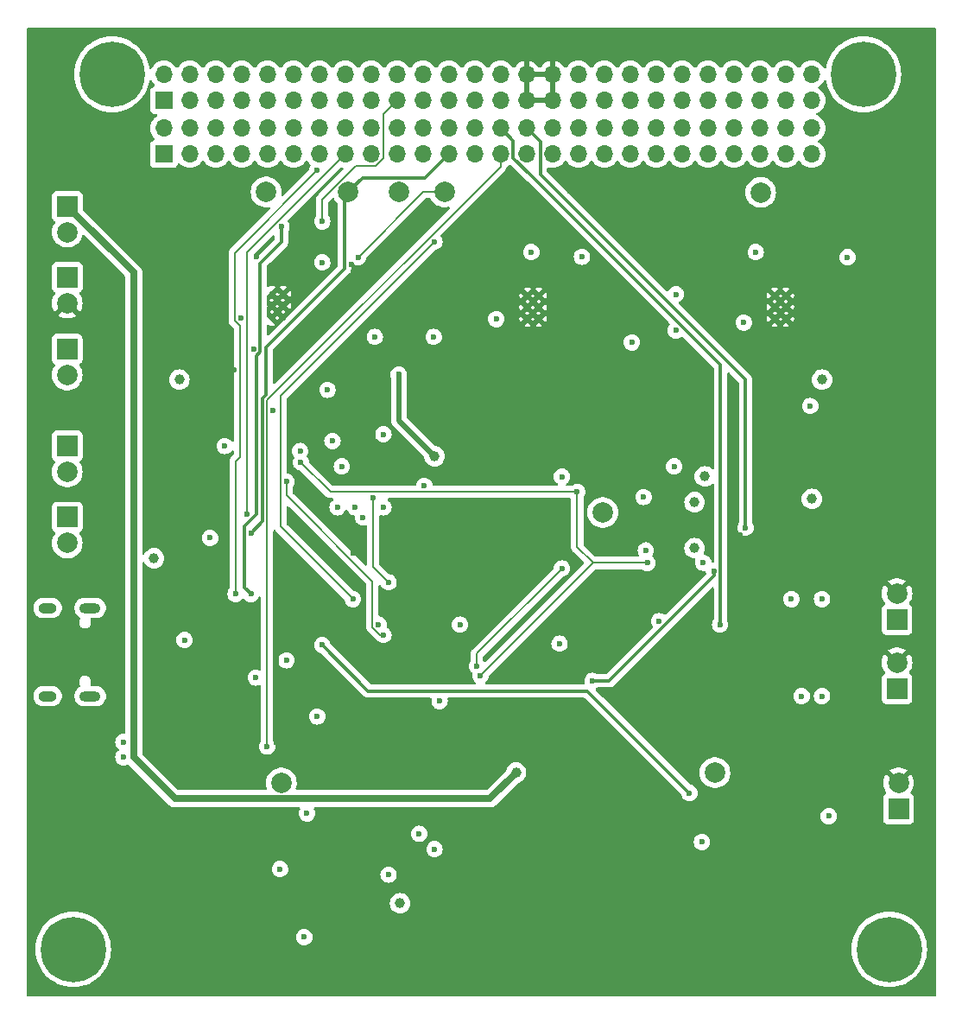
<source format=gbr>
%TF.GenerationSoftware,KiCad,Pcbnew,8.0.3*%
%TF.CreationDate,2024-09-23T14:32:18+01:00*%
%TF.ProjectId,Untitled,556e7469-746c-4656-942e-6b696361645f,rev?*%
%TF.SameCoordinates,Original*%
%TF.FileFunction,Copper,L2,Inr*%
%TF.FilePolarity,Positive*%
%FSLAX46Y46*%
G04 Gerber Fmt 4.6, Leading zero omitted, Abs format (unit mm)*
G04 Created by KiCad (PCBNEW 8.0.3) date 2024-09-23 14:32:18*
%MOMM*%
%LPD*%
G01*
G04 APERTURE LIST*
%TA.AperFunction,HeatsinkPad*%
%ADD10C,0.550000*%
%TD*%
%TA.AperFunction,ComponentPad*%
%ADD11C,6.400000*%
%TD*%
%TA.AperFunction,ComponentPad*%
%ADD12R,2.000000X2.000000*%
%TD*%
%TA.AperFunction,ComponentPad*%
%ADD13C,2.000000*%
%TD*%
%TA.AperFunction,ComponentPad*%
%ADD14O,2.100000X1.000000*%
%TD*%
%TA.AperFunction,ComponentPad*%
%ADD15O,1.800000X1.000000*%
%TD*%
%TA.AperFunction,ComponentPad*%
%ADD16R,1.700000X1.700000*%
%TD*%
%TA.AperFunction,ComponentPad*%
%ADD17O,1.700000X1.700000*%
%TD*%
%TA.AperFunction,ViaPad*%
%ADD18C,0.600000*%
%TD*%
%TA.AperFunction,ViaPad*%
%ADD19C,1.000000*%
%TD*%
%TA.AperFunction,Conductor*%
%ADD20C,0.500000*%
%TD*%
%TA.AperFunction,Conductor*%
%ADD21C,0.200000*%
%TD*%
%TA.AperFunction,Conductor*%
%ADD22C,0.300000*%
%TD*%
%TA.AperFunction,Conductor*%
%ADD23C,0.700000*%
%TD*%
G04 APERTURE END LIST*
D10*
%TO.N,GND*%
%TO.C,U6*%
X143883604Y-76750185D03*
X143883604Y-77897685D03*
X143883604Y-79045185D03*
X144984604Y-76750185D03*
X144984604Y-77897685D03*
X144984604Y-79045185D03*
%TD*%
D11*
%TO.N,N/C*%
%TO.C,H3*%
X75080000Y-140810000D03*
%TD*%
D12*
%TO.N,/BATT_PRE_INH*%
%TO.C,J16*%
X74500000Y-91500000D03*
D13*
%TO.N,GND_REF*%
X74500000Y-94040000D03*
%TD*%
D12*
%TO.N,/BATT_PRE_INH*%
%TO.C,J4*%
X74491311Y-82000000D03*
D13*
%TO.N,/BATT_CS*%
X74491311Y-84540000D03*
%TD*%
%TO.N,/EDFA_5V*%
%TO.C,TP3*%
X111483354Y-66609914D03*
%TD*%
D12*
%TO.N,Net-(J9-Pin_1)*%
%TO.C,J9*%
X155850000Y-108500000D03*
D13*
%TO.N,GND*%
X155850000Y-105960000D03*
%TD*%
%TO.N,/5V_SW_2*%
%TO.C,TP8*%
X102029681Y-66637637D03*
%TD*%
D12*
%TO.N,GND_REF*%
%TO.C,J6*%
X74500000Y-74957894D03*
D13*
%TO.N,GND*%
X74500000Y-77497894D03*
%TD*%
%TO.N,/EDFA_5V_SWITCHED*%
%TO.C,TP4*%
X127000000Y-98000000D03*
%TD*%
D12*
%TO.N,/KAPTON_PWR*%
%TO.C,J10*%
X156000000Y-127040000D03*
D13*
%TO.N,GND*%
X156000000Y-124500000D03*
%TD*%
%TO.N,/PERIPH_PWR*%
%TO.C,TP5*%
X142489567Y-66646870D03*
%TD*%
%TO.N,/5V_BUS*%
%TO.C,TP1*%
X106992166Y-66582190D03*
%TD*%
D12*
%TO.N,/VBATT_CHARGE*%
%TO.C,J5*%
X74500000Y-98460000D03*
D13*
%TO.N,GND_REF*%
X74500000Y-101000000D03*
%TD*%
D10*
%TO.N,GND*%
%TO.C,U2*%
X119599500Y-76752500D03*
X119599500Y-77900000D03*
X119599500Y-79047500D03*
X120700500Y-76752500D03*
X120700500Y-77900000D03*
X120700500Y-79047500D03*
%TD*%
D14*
%TO.N,GND_REF*%
%TO.C,J7*%
X76746508Y-107367513D03*
D15*
X72566508Y-107367513D03*
D14*
X76746508Y-116007513D03*
D15*
X72566508Y-116007513D03*
%TD*%
D13*
%TO.N,/3V3_BUS*%
%TO.C,TP2*%
X95500000Y-124500000D03*
%TD*%
D11*
%TO.N,N/C*%
%TO.C,H4*%
X155090000Y-140810000D03*
%TD*%
D13*
%TO.N,/KAPTON_PWR*%
%TO.C,TP6*%
X138000000Y-123500000D03*
%TD*%
D12*
%TO.N,/SOLAR_PRE_INH*%
%TO.C,J3*%
X74500000Y-68000000D03*
D13*
%TO.N,/SOLAR_PRE_MPPT*%
X74500000Y-70540000D03*
%TD*%
D11*
%TO.N,N/C*%
%TO.C,H1*%
X78890000Y-55080000D03*
%TD*%
%TO.N,N/C*%
%TO.C,H2*%
X152550000Y-55080000D03*
%TD*%
D10*
%TO.N,GND*%
%TO.C,U1*%
X94554500Y-76622500D03*
X94554500Y-77770000D03*
X94554500Y-78917500D03*
X95655500Y-76622500D03*
X95655500Y-77770000D03*
X95655500Y-78917500D03*
%TD*%
D16*
%TO.N,/PDU_TEMP*%
%TO.C,J2*%
X83970000Y-57620000D03*
D17*
%TO.N,unconnected-(J2-Pin_2-Pad2)*%
X83970000Y-55080000D03*
%TO.N,/SOLAR_TMP_1*%
X86510000Y-57620000D03*
%TO.N,unconnected-(J2-Pin_4-Pad4)*%
X86510000Y-55080000D03*
%TO.N,/SOLAR_TMP_2*%
X89050000Y-57620000D03*
%TO.N,unconnected-(J2-Pin_6-Pad6)*%
X89050000Y-55080000D03*
%TO.N,/SOLAR_TMP_5*%
X91590000Y-57620000D03*
%TO.N,unconnected-(J2-Pin_8-Pad8)*%
X91590000Y-55080000D03*
%TO.N,/SOLAR_TMP_4*%
X94130000Y-57620000D03*
%TO.N,unconnected-(J2-Pin_10-Pad10)*%
X94130000Y-55080000D03*
%TO.N,/SOLAR_TMP_3*%
X96670000Y-57620000D03*
%TO.N,unconnected-(J2-Pin_12-Pad12)*%
X96670000Y-55080000D03*
%TO.N,unconnected-(J2-Pin_13-Pad13)*%
X99210000Y-57620000D03*
%TO.N,unconnected-(J2-Pin_14-Pad14)*%
X99210000Y-55080000D03*
%TO.N,unconnected-(J2-Pin_15-Pad15)*%
X101750000Y-57620000D03*
%TO.N,unconnected-(J2-Pin_16-Pad16)*%
X101750000Y-55080000D03*
%TO.N,unconnected-(J2-Pin_17-Pad17)*%
X104290000Y-57620000D03*
%TO.N,unconnected-(J2-Pin_18-Pad18)*%
X104290000Y-55080000D03*
%TO.N,/EDFA_5V_STAT*%
X106830000Y-57620000D03*
%TO.N,unconnected-(J2-Pin_20-Pad20)*%
X106830000Y-55080000D03*
%TO.N,/EDFA_5V_SW*%
X109370000Y-57620000D03*
X109370000Y-55080000D03*
%TO.N,/5V_BUS_STAT*%
X111910000Y-57620000D03*
%TO.N,/3V3_BUS_STAT*%
X111910000Y-55080000D03*
%TO.N,/5V_BUS*%
X114450000Y-57620000D03*
X114450000Y-55080000D03*
%TO.N,/3V3_BUS*%
X116990000Y-57620000D03*
X116990000Y-55080000D03*
%TO.N,GND*%
X119530000Y-57620000D03*
X119530000Y-55080000D03*
X122070000Y-57620000D03*
X122070000Y-55080000D03*
%TO.N,unconnected-(J2-Pin_33-Pad33)*%
X124610000Y-57620000D03*
%TO.N,unconnected-(J2-Pin_34-Pad34)*%
X124610000Y-55080000D03*
%TO.N,unconnected-(J2-Pin_35-Pad35)*%
X127150000Y-57620000D03*
%TO.N,unconnected-(J2-Pin_36-Pad36)*%
X127150000Y-55080000D03*
%TO.N,unconnected-(J2-Pin_37-Pad37)*%
X129690000Y-57620000D03*
%TO.N,unconnected-(J2-Pin_38-Pad38)*%
X129690000Y-55080000D03*
%TO.N,unconnected-(J2-Pin_39-Pad39)*%
X132230000Y-57620000D03*
%TO.N,unconnected-(J2-Pin_40-Pad40)*%
X132230000Y-55080000D03*
%TO.N,unconnected-(J2-Pin_41-Pad41)*%
X134770000Y-57620000D03*
%TO.N,unconnected-(J2-Pin_42-Pad42)*%
X134770000Y-55080000D03*
%TO.N,unconnected-(J2-Pin_43-Pad43)*%
X137310000Y-57620000D03*
%TO.N,unconnected-(J2-Pin_44-Pad44)*%
X137310000Y-55080000D03*
%TO.N,unconnected-(J2-Pin_45-Pad45)*%
X139850000Y-57620000D03*
%TO.N,V_BATT*%
X139850000Y-55080000D03*
%TO.N,unconnected-(J2-Pin_47-Pad47)*%
X142390000Y-57620000D03*
%TO.N,V_BATT*%
X142390000Y-55080000D03*
%TO.N,unconnected-(J2-Pin_49-Pad49)*%
X144930000Y-57620000D03*
%TO.N,unconnected-(J2-Pin_50-Pad50)*%
X144930000Y-55080000D03*
%TO.N,unconnected-(J2-Pin_51-Pad51)*%
X147470000Y-57620000D03*
%TO.N,unconnected-(J2-Pin_52-Pad52)*%
X147470000Y-55080000D03*
%TD*%
D16*
%TO.N,unconnected-(J1-Pin_1-Pad1)*%
%TO.C,J1*%
X83970000Y-62900000D03*
D17*
%TO.N,unconnected-(J1-Pin_2-Pad2)*%
X83970000Y-60360000D03*
%TO.N,unconnected-(J1-Pin_3-Pad3)*%
X86510000Y-62900000D03*
%TO.N,unconnected-(J1-Pin_4-Pad4)*%
X86510000Y-60360000D03*
%TO.N,unconnected-(J1-Pin_5-Pad5)*%
X89050000Y-62900000D03*
%TO.N,unconnected-(J1-Pin_6-Pad6)*%
X89050000Y-60360000D03*
%TO.N,unconnected-(J1-Pin_7-Pad7)*%
X91590000Y-62900000D03*
%TO.N,unconnected-(J1-Pin_8-Pad8)*%
X91590000Y-60360000D03*
%TO.N,unconnected-(J1-Pin_9-Pad9)*%
X94130000Y-62900000D03*
%TO.N,unconnected-(J1-Pin_10-Pad10)*%
X94130000Y-60360000D03*
%TO.N,/EDFA_ENABLE*%
X96670000Y-62900000D03*
%TO.N,unconnected-(J1-Pin_12-Pad12)*%
X96670000Y-60360000D03*
%TO.N,/KAPTON_ENABLE*%
X99210000Y-62900000D03*
%TO.N,unconnected-(J1-Pin_14-Pad14)*%
X99210000Y-60360000D03*
%TO.N,/5V_SW_1_EN*%
X101750000Y-62900000D03*
%TO.N,unconnected-(J1-Pin_16-Pad16)*%
X101750000Y-60360000D03*
%TO.N,/5V_SW_2_EN*%
X104290000Y-62900000D03*
%TO.N,unconnected-(J1-Pin_18-Pad18)*%
X104290000Y-60360000D03*
%TO.N,unconnected-(J1-Pin_19-Pad19)*%
X106830000Y-62900000D03*
%TO.N,unconnected-(J1-Pin_20-Pad20)*%
X106830000Y-60360000D03*
%TO.N,/5V_SW_1*%
X109370000Y-62900000D03*
%TO.N,/ICL*%
X109370000Y-60360000D03*
%TO.N,/5V_SW_2*%
X111910000Y-62900000D03*
%TO.N,/SHDN*%
X111910000Y-60360000D03*
%TO.N,unconnected-(J1-Pin_25-Pad25)*%
X114450000Y-62900000D03*
%TO.N,unconnected-(J1-Pin_26-Pad26)*%
X114450000Y-60360000D03*
%TO.N,/PERIPH_EN*%
X116990000Y-62900000D03*
%TO.N,/ENAB_BURN_1*%
X116990000Y-60360000D03*
%TO.N,/BURN_FET*%
X119530000Y-62900000D03*
%TO.N,/ENAB_BURN_2*%
X119530000Y-60360000D03*
%TO.N,unconnected-(J1-Pin_31-Pad31)*%
X122070000Y-62900000D03*
%TO.N,unconnected-(J1-Pin_32-Pad32)*%
X122070000Y-60360000D03*
%TO.N,unconnected-(J1-Pin_33-Pad33)*%
X124610000Y-62900000D03*
%TO.N,unconnected-(J1-Pin_34-Pad34)*%
X124610000Y-60360000D03*
%TO.N,unconnected-(J1-Pin_35-Pad35)*%
X127150000Y-62900000D03*
%TO.N,unconnected-(J1-Pin_36-Pad36)*%
X127150000Y-60360000D03*
%TO.N,unconnected-(J1-Pin_37-Pad37)*%
X129690000Y-62900000D03*
%TO.N,unconnected-(J1-Pin_38-Pad38)*%
X129690000Y-60360000D03*
%TO.N,unconnected-(J1-Pin_39-Pad39)*%
X132230000Y-62900000D03*
%TO.N,unconnected-(J1-Pin_40-Pad40)*%
X132230000Y-60360000D03*
%TO.N,/SDA*%
X134770000Y-62900000D03*
%TO.N,unconnected-(J1-Pin_42-Pad42)*%
X134770000Y-60360000D03*
%TO.N,/SCL*%
X137310000Y-62900000D03*
%TO.N,unconnected-(J1-Pin_44-Pad44)*%
X137310000Y-60360000D03*
%TO.N,unconnected-(J1-Pin_45-Pad45)*%
X139850000Y-62900000D03*
%TO.N,unconnected-(J1-Pin_46-Pad46)*%
X139850000Y-60360000D03*
%TO.N,/PERIPH_PWR*%
X142390000Y-62900000D03*
%TO.N,unconnected-(J1-Pin_48-Pad48)*%
X142390000Y-60360000D03*
%TO.N,unconnected-(J1-Pin_49-Pad49)*%
X144930000Y-62900000D03*
%TO.N,unconnected-(J1-Pin_50-Pad50)*%
X144930000Y-60360000D03*
%TO.N,unconnected-(J1-Pin_51-Pad51)*%
X147470000Y-62900000D03*
%TO.N,unconnected-(J1-Pin_52-Pad52)*%
X147470000Y-60360000D03*
%TD*%
D13*
%TO.N,/5V_SW_1*%
%TO.C,TP7*%
X93989901Y-66609914D03*
%TD*%
D12*
%TO.N,Net-(J8-Pin_1)*%
%TO.C,J8*%
X155850000Y-115275000D03*
D13*
%TO.N,GND*%
X155850000Y-112735000D03*
%TD*%
D18*
%TO.N,V_BATT*%
X107000000Y-84500000D03*
X105025000Y-109000000D03*
X86000000Y-110500000D03*
X100000000Y-86000000D03*
X91520000Y-78980000D03*
X116565000Y-79065000D03*
D19*
X110500000Y-92500000D03*
D18*
X132536658Y-108657217D03*
D19*
X85500000Y-85000000D03*
D18*
X140824540Y-79402637D03*
%TO.N,GND*%
X95000000Y-109500000D03*
X102320194Y-73683383D03*
X95000000Y-102000000D03*
X76040119Y-127874999D03*
X143120175Y-71315397D03*
X120000000Y-94000000D03*
X100061213Y-114530000D03*
X115227666Y-105313760D03*
X89936178Y-94787157D03*
X91064779Y-114303287D03*
X148810000Y-130310000D03*
X117998397Y-82156038D03*
X88500000Y-118000000D03*
X125500000Y-90500000D03*
X100078804Y-131734665D03*
X95000000Y-120500000D03*
X92756439Y-82025185D03*
X91302872Y-143078051D03*
X131036658Y-104157217D03*
X95000000Y-106000000D03*
X131994951Y-92092950D03*
X138500000Y-129500000D03*
X140000000Y-114500000D03*
X90833142Y-84076702D03*
X97521660Y-121959517D03*
X110907677Y-141227782D03*
X105688661Y-112996623D03*
X89336233Y-87403933D03*
X95000000Y-112500000D03*
X120294947Y-112865058D03*
X115633772Y-84941041D03*
X93020000Y-72980000D03*
X111000000Y-112500000D03*
X153970248Y-94678507D03*
X118500000Y-71630000D03*
X80857482Y-127039146D03*
X140464676Y-100172526D03*
X95000000Y-117500000D03*
X102500000Y-102000000D03*
X153691268Y-74690650D03*
X102500000Y-101000000D03*
X154016776Y-84648971D03*
%TO.N,/EDFA_5V*%
X104651446Y-80810077D03*
X110428058Y-80810077D03*
X103000000Y-73000000D03*
%TO.N,/EDFA_5V_STAT*%
X99500000Y-73500000D03*
X99500000Y-69500000D03*
%TO.N,/3V3_BUS_STAT*%
X120000000Y-72500000D03*
%TO.N,/3V3_BUS*%
X97731762Y-139615539D03*
X124962437Y-72962437D03*
X129855000Y-81355000D03*
X80000000Y-120500000D03*
%TO.N,/5V_BUS_STAT*%
X142000000Y-72500000D03*
%TO.N,/5V_BUS*%
X147342528Y-87585360D03*
X151000000Y-73000000D03*
X149159170Y-127765822D03*
X135500000Y-125500000D03*
X99500000Y-111000000D03*
%TO.N,Net-(U12-CLN)*%
X109500000Y-95400000D03*
X105500000Y-97500000D03*
%TO.N,/PERIPH_PWR*%
X89945889Y-91500316D03*
X136850000Y-102933370D03*
X95362981Y-132953679D03*
X126000000Y-114500000D03*
X99000000Y-118000000D03*
X131000000Y-96500000D03*
X137902676Y-103752266D03*
X134000000Y-93500000D03*
X88500000Y-100500000D03*
%TO.N,Net-(C32-Pad1)*%
X92980972Y-114197233D03*
X96000000Y-112500000D03*
%TO.N,Net-(D15-A)*%
X101412500Y-93500000D03*
X94690432Y-88000000D03*
%TO.N,/ENAB_BURN_1*%
X138500000Y-109000000D03*
%TO.N,/ENAB_BURN_2*%
X141000000Y-99500000D03*
%TO.N,/SOLAR_PRE_MPPT*%
X113000000Y-109000000D03*
%TO.N,/5V_SW_1*%
X95500000Y-70000000D03*
X92500000Y-106000000D03*
%TO.N,/BURN_FET*%
X122764395Y-110869021D03*
%TO.N,Net-(Q2-D)*%
X146500000Y-116000000D03*
X148500000Y-116000000D03*
%TO.N,Net-(Q3-D)*%
X148500000Y-106500000D03*
X145500000Y-106500000D03*
%TO.N,Net-(U12-BOOST)*%
X103500000Y-98500000D03*
X97329214Y-91991674D03*
%TO.N,/KAPTON_ENABLE*%
X136723709Y-130299521D03*
%TO.N,/5V_SW_2*%
X92500000Y-100000000D03*
%TO.N,/SOLAR_IN_2*%
X109000000Y-129500000D03*
X110500000Y-131000000D03*
D19*
X107127193Y-136306419D03*
D18*
%TO.N,/SOLAR_IN_1*%
X80000000Y-122000000D03*
D19*
%TO.N,/SOLAR_IN_3*%
X148500000Y-85000000D03*
%TO.N,/SOLAR_IN_4*%
X137000000Y-94478543D03*
%TO.N,/SOLAR_IN_5*%
X147500000Y-96675000D03*
%TO.N,/VBATT_CHARGE*%
X83000000Y-102500000D03*
D18*
%TO.N,/5V_SW_1_EN*%
X92156439Y-98156439D03*
%TO.N,/5V_SW_2_EN*%
X99000000Y-64500000D03*
X91000000Y-106000000D03*
%TO.N,/TGATE*%
X102712500Y-97500000D03*
X105500000Y-90350000D03*
%TO.N,/BGATE*%
X100500000Y-91000000D03*
X101000000Y-97500000D03*
%TO.N,/ICL*%
X102500000Y-106500000D03*
X110500000Y-71500000D03*
%TO.N,/SHDN*%
X104500000Y-96600000D03*
X106000000Y-104855673D03*
%TO.N,/PERIPH_EN*%
X94090432Y-120949924D03*
D19*
%TO.N,Net-(D12-A)*%
X136000000Y-101500000D03*
X136000000Y-97000000D03*
D18*
%TO.N,/SCL*%
X111000000Y-116500000D03*
X131368768Y-102958016D03*
X97406237Y-93095000D03*
X106000000Y-133500000D03*
X115000000Y-114000000D03*
X124500000Y-96000000D03*
%TO.N,/SDA*%
X96000000Y-95000000D03*
X123000000Y-103500000D03*
X134175917Y-76629362D03*
X105500000Y-110000000D03*
X123000000Y-94500000D03*
X114672561Y-113056270D03*
X134174265Y-80174265D03*
X131226803Y-101728489D03*
X98000000Y-127500000D03*
D19*
%TO.N,/SOLAR_PRE_INH*%
X118500000Y-123500000D03*
%TD*%
D20*
%TO.N,V_BATT*%
X107000000Y-84500000D02*
X107000000Y-89000000D01*
X107000000Y-89000000D02*
X110500000Y-92500000D01*
D21*
%TO.N,/EDFA_5V*%
X111483354Y-66609914D02*
X109390086Y-66609914D01*
X109390086Y-66609914D02*
X103000000Y-73000000D01*
%TO.N,/EDFA_5V_STAT*%
X99500000Y-67328840D02*
X102778840Y-64050000D01*
X102778840Y-64050000D02*
X104766346Y-64050000D01*
X105500000Y-58950000D02*
X106830000Y-57620000D01*
X99500000Y-69500000D02*
X99500000Y-67328840D01*
X105500000Y-63316346D02*
X105500000Y-58950000D01*
X104766346Y-64050000D02*
X105500000Y-63316346D01*
D22*
%TO.N,/5V_BUS*%
X135500000Y-125500000D02*
X125500000Y-115500000D01*
X104000000Y-115500000D02*
X99500000Y-111000000D01*
X125500000Y-115500000D02*
X104000000Y-115500000D01*
%TO.N,/PERIPH_PWR*%
X137902676Y-104210438D02*
X137902676Y-103752266D01*
X127613114Y-114500000D02*
X137902676Y-104210438D01*
X126000000Y-114500000D02*
X127613114Y-114500000D01*
%TO.N,/ENAB_BURN_1*%
X119932943Y-65000000D02*
X118190000Y-63257057D01*
X118190000Y-63257057D02*
X118190000Y-61560000D01*
X138500000Y-109000000D02*
X138552676Y-108947324D01*
X118190000Y-61560000D02*
X116990000Y-60360000D01*
X138552676Y-108947324D02*
X138552676Y-83552676D01*
X120000000Y-65000000D02*
X119932943Y-65000000D01*
X138552676Y-83552676D02*
X120000000Y-65000000D01*
%TO.N,/ENAB_BURN_2*%
X141000000Y-99500000D02*
X141000000Y-85000000D01*
X141000000Y-85000000D02*
X120870000Y-64870000D01*
X120870000Y-64870000D02*
X120870000Y-61700000D01*
X120870000Y-61700000D02*
X119530000Y-60360000D01*
%TO.N,/5V_SW_1*%
X92500000Y-106000000D02*
X91850000Y-105350000D01*
X91850000Y-105350000D02*
X91850000Y-99382117D01*
X95500000Y-71500000D02*
X95500000Y-70000000D01*
X93025678Y-98206439D02*
X93025678Y-82675185D01*
X91850000Y-99382117D02*
X93025678Y-98206439D01*
X93406439Y-82294424D02*
X93406439Y-73593561D01*
X93406439Y-73593561D02*
X95500000Y-71500000D01*
X93025678Y-82675185D02*
X93406439Y-82294424D01*
%TO.N,/5V_SW_2*%
X102029681Y-66637637D02*
X103435128Y-65232190D01*
X94000000Y-86455685D02*
X94000000Y-81799999D01*
X94000000Y-81799999D02*
X101670194Y-74129805D01*
X92500000Y-100000000D02*
X93640432Y-98859568D01*
X93640432Y-86815253D02*
X94000000Y-86455685D01*
X103435128Y-65232190D02*
X109577810Y-65232190D01*
X101670194Y-74129805D02*
X101670194Y-66997124D01*
X109577810Y-65232190D02*
X111910000Y-62900000D01*
X101670194Y-66997124D02*
X102029681Y-66637637D01*
X93640432Y-98859568D02*
X93640432Y-86815253D01*
D21*
%TO.N,/5V_SW_1_EN*%
X92156439Y-98156439D02*
X92156439Y-72493561D01*
X92156439Y-72493561D02*
X101750000Y-62900000D01*
%TO.N,/5V_SW_2_EN*%
X91433142Y-92566858D02*
X91433142Y-79741671D01*
X90920000Y-72580000D02*
X99000000Y-64500000D01*
X91000000Y-93000000D02*
X91433142Y-92566858D01*
X91433142Y-79741671D02*
X90920000Y-79228529D01*
X90920000Y-79228529D02*
X90920000Y-72580000D01*
X91000000Y-106000000D02*
X91000000Y-93000000D01*
%TO.N,/ICL*%
X95400000Y-99400000D02*
X95400000Y-86600000D01*
X102500000Y-106500000D02*
X95400000Y-99400000D01*
X95400000Y-86600000D02*
X110500000Y-71500000D01*
%TO.N,/SHDN*%
X104500000Y-103355673D02*
X104500000Y-96600000D01*
X106000000Y-104855673D02*
X104500000Y-103355673D01*
%TO.N,/PERIPH_EN*%
X116990000Y-64102081D02*
X116990000Y-62900000D01*
X94090432Y-120949924D02*
X94090432Y-87001649D01*
X94090432Y-87001649D02*
X116990000Y-64102081D01*
%TO.N,/SCL*%
X100311237Y-96000000D02*
X97406237Y-93095000D01*
X124500000Y-101416032D02*
X124500000Y-96000000D01*
X126041984Y-102958016D02*
X124500000Y-101416032D01*
X124500000Y-96000000D02*
X100311237Y-96000000D01*
X115000000Y-114000000D02*
X126041984Y-102958016D01*
X126041984Y-102958016D02*
X131368768Y-102958016D01*
%TO.N,/SDA*%
X104425000Y-109248529D02*
X104425000Y-104773529D01*
X105500000Y-110000000D02*
X105176471Y-110000000D01*
X104425000Y-104773529D02*
X96000000Y-96348529D01*
X105176471Y-110000000D02*
X104425000Y-109248529D01*
X114672561Y-113056270D02*
X114672561Y-111827439D01*
X96000000Y-96348529D02*
X96000000Y-95000000D01*
X114672561Y-111827439D02*
X123000000Y-103500000D01*
D23*
%TO.N,/SOLAR_PRE_INH*%
X81000000Y-122000000D02*
X81000000Y-74500000D01*
X115950000Y-126050000D02*
X85050000Y-126050000D01*
X81000000Y-74500000D02*
X74500000Y-68000000D01*
X118500000Y-123500000D02*
X115950000Y-126050000D01*
X85050000Y-126050000D02*
X81000000Y-122000000D01*
%TD*%
%TA.AperFunction,Conductor*%
%TO.N,GND*%
G36*
X117963130Y-63955754D02*
G01*
X117987962Y-63974965D01*
X119518268Y-65505272D01*
X119518275Y-65505278D01*
X119624806Y-65576459D01*
X119624810Y-65576461D01*
X119624817Y-65576466D01*
X119624820Y-65576467D01*
X119624823Y-65576469D01*
X119656149Y-65589444D01*
X119696378Y-65616324D01*
X133560572Y-79480518D01*
X133594057Y-79541841D01*
X133589073Y-79611533D01*
X133560572Y-79655880D01*
X133544449Y-79672002D01*
X133448476Y-79824741D01*
X133388896Y-79995010D01*
X133388895Y-79995015D01*
X133368700Y-80174261D01*
X133368700Y-80174268D01*
X133388895Y-80353514D01*
X133388896Y-80353519D01*
X133448476Y-80523788D01*
X133515734Y-80630827D01*
X133544449Y-80676527D01*
X133672003Y-80804081D01*
X133824743Y-80900054D01*
X133973528Y-80952116D01*
X133995010Y-80959633D01*
X133995015Y-80959634D01*
X134174261Y-80979830D01*
X134174265Y-80979830D01*
X134174269Y-80979830D01*
X134353514Y-80959634D01*
X134353517Y-80959633D01*
X134353520Y-80959633D01*
X134523787Y-80900054D01*
X134676527Y-80804081D01*
X134692650Y-80787958D01*
X134753973Y-80754473D01*
X134823665Y-80759457D01*
X134868012Y-80787958D01*
X137865857Y-83785803D01*
X137899342Y-83847126D01*
X137902176Y-83873484D01*
X137902176Y-93662473D01*
X137882491Y-93729512D01*
X137829687Y-93775267D01*
X137760529Y-93785211D01*
X137699511Y-93758326D01*
X137558539Y-93642633D01*
X137558532Y-93642629D01*
X137384733Y-93549731D01*
X137384727Y-93549729D01*
X137220803Y-93500003D01*
X137196129Y-93492518D01*
X137000000Y-93473202D01*
X136803870Y-93492518D01*
X136615266Y-93549731D01*
X136441467Y-93642629D01*
X136441460Y-93642633D01*
X136289116Y-93767659D01*
X136164090Y-93920003D01*
X136164086Y-93920010D01*
X136071188Y-94093809D01*
X136013975Y-94282413D01*
X135994659Y-94478543D01*
X136013975Y-94674672D01*
X136071188Y-94863276D01*
X136164086Y-95037075D01*
X136164090Y-95037082D01*
X136289116Y-95189426D01*
X136441460Y-95314452D01*
X136441467Y-95314456D01*
X136615266Y-95407354D01*
X136615269Y-95407354D01*
X136615273Y-95407357D01*
X136803868Y-95464567D01*
X137000000Y-95483884D01*
X137196132Y-95464567D01*
X137384727Y-95407357D01*
X137399427Y-95399500D01*
X137492927Y-95349523D01*
X137558538Y-95314453D01*
X137699511Y-95198759D01*
X137763821Y-95171446D01*
X137832688Y-95183237D01*
X137884249Y-95230389D01*
X137902176Y-95294612D01*
X137902176Y-102835943D01*
X137882491Y-102902982D01*
X137829687Y-102948737D01*
X137792065Y-102959163D01*
X137783371Y-102960143D01*
X137714549Y-102948091D01*
X137663167Y-102900745D01*
X137646262Y-102850805D01*
X137635369Y-102754120D01*
X137635368Y-102754115D01*
X137575788Y-102583846D01*
X137514322Y-102486024D01*
X137479816Y-102431108D01*
X137352262Y-102303554D01*
X137322789Y-102285035D01*
X137199523Y-102207581D01*
X137029254Y-102148001D01*
X137029250Y-102148000D01*
X136983431Y-102142838D01*
X136919017Y-102115771D01*
X136879462Y-102058176D01*
X136877325Y-101988339D01*
X136887955Y-101961167D01*
X136928814Y-101884727D01*
X136986024Y-101696132D01*
X137005341Y-101500000D01*
X136986024Y-101303868D01*
X136928814Y-101115273D01*
X136928811Y-101115269D01*
X136928811Y-101115266D01*
X136835913Y-100941467D01*
X136835909Y-100941460D01*
X136710883Y-100789116D01*
X136558539Y-100664090D01*
X136558532Y-100664086D01*
X136384733Y-100571188D01*
X136384727Y-100571186D01*
X136196132Y-100513976D01*
X136196129Y-100513975D01*
X136000000Y-100494659D01*
X135803870Y-100513975D01*
X135615266Y-100571188D01*
X135441467Y-100664086D01*
X135441460Y-100664090D01*
X135289116Y-100789116D01*
X135164090Y-100941460D01*
X135164086Y-100941467D01*
X135071188Y-101115266D01*
X135013975Y-101303870D01*
X134994659Y-101500000D01*
X135013975Y-101696129D01*
X135071188Y-101884733D01*
X135164086Y-102058532D01*
X135164090Y-102058539D01*
X135289116Y-102210883D01*
X135441460Y-102335909D01*
X135441467Y-102335913D01*
X135615266Y-102428811D01*
X135615269Y-102428811D01*
X135615273Y-102428814D01*
X135803868Y-102486024D01*
X135989640Y-102504320D01*
X136054426Y-102530481D01*
X136094785Y-102587515D01*
X136097902Y-102657315D01*
X136094527Y-102668677D01*
X136064632Y-102754112D01*
X136064630Y-102754120D01*
X136044435Y-102933366D01*
X136044435Y-102933373D01*
X136064630Y-103112619D01*
X136064631Y-103112624D01*
X136124211Y-103282893D01*
X136157524Y-103335910D01*
X136220184Y-103435632D01*
X136347738Y-103563186D01*
X136500478Y-103659159D01*
X136596170Y-103692643D01*
X136670745Y-103718738D01*
X136670750Y-103718739D01*
X136849996Y-103738935D01*
X136850000Y-103738935D01*
X136850002Y-103738935D01*
X136909144Y-103732271D01*
X136969309Y-103725492D01*
X137038131Y-103737546D01*
X137089510Y-103784895D01*
X137106413Y-103834829D01*
X137117307Y-103931518D01*
X137128989Y-103964904D01*
X137132550Y-104034683D01*
X137099628Y-104093539D01*
X133186742Y-108006424D01*
X133125419Y-108039909D01*
X133055727Y-108034925D01*
X133033089Y-108023737D01*
X132886181Y-107931428D01*
X132715912Y-107871848D01*
X132715907Y-107871847D01*
X132536662Y-107851652D01*
X132536654Y-107851652D01*
X132357408Y-107871847D01*
X132357403Y-107871848D01*
X132187134Y-107931428D01*
X132034395Y-108027401D01*
X131906842Y-108154954D01*
X131810869Y-108307693D01*
X131751289Y-108477962D01*
X131751288Y-108477967D01*
X131731093Y-108657213D01*
X131731093Y-108657220D01*
X131751288Y-108836466D01*
X131751289Y-108836471D01*
X131810869Y-109006740D01*
X131903178Y-109153648D01*
X131922178Y-109220885D01*
X131901810Y-109287720D01*
X131885865Y-109307301D01*
X127379987Y-113813181D01*
X127318664Y-113846666D01*
X127292306Y-113849500D01*
X126505068Y-113849500D01*
X126439096Y-113830494D01*
X126349522Y-113774210D01*
X126349518Y-113774209D01*
X126179262Y-113714633D01*
X126179249Y-113714630D01*
X126000004Y-113694435D01*
X125999996Y-113694435D01*
X125820750Y-113714630D01*
X125820745Y-113714631D01*
X125650476Y-113774211D01*
X125497737Y-113870184D01*
X125370184Y-113997737D01*
X125274211Y-114150476D01*
X125214631Y-114320745D01*
X125214630Y-114320750D01*
X125194435Y-114499996D01*
X125194435Y-114500003D01*
X125214630Y-114679249D01*
X125214632Y-114679257D01*
X125216483Y-114684546D01*
X125220044Y-114754325D01*
X125185315Y-114814952D01*
X125123322Y-114847179D01*
X125099441Y-114849500D01*
X115581158Y-114849500D01*
X115514119Y-114829815D01*
X115468364Y-114777011D01*
X115458420Y-114707853D01*
X115487445Y-114644297D01*
X115497368Y-114634770D01*
X115497338Y-114634740D01*
X115502262Y-114629816D01*
X115629816Y-114502262D01*
X115725789Y-114349522D01*
X115785368Y-114179255D01*
X115795161Y-114092329D01*
X115822226Y-114027918D01*
X115830690Y-114018543D01*
X118980217Y-110869017D01*
X121958830Y-110869017D01*
X121958830Y-110869024D01*
X121979025Y-111048270D01*
X121979026Y-111048275D01*
X122038606Y-111218544D01*
X122119269Y-111346917D01*
X122134579Y-111371283D01*
X122262133Y-111498837D01*
X122414873Y-111594810D01*
X122585140Y-111654389D01*
X122585145Y-111654390D01*
X122764391Y-111674586D01*
X122764395Y-111674586D01*
X122764399Y-111674586D01*
X122943644Y-111654390D01*
X122943647Y-111654389D01*
X122943650Y-111654389D01*
X123113917Y-111594810D01*
X123266657Y-111498837D01*
X123394211Y-111371283D01*
X123490184Y-111218543D01*
X123549763Y-111048276D01*
X123549764Y-111048270D01*
X123569960Y-110869024D01*
X123569960Y-110869017D01*
X123549764Y-110689771D01*
X123549763Y-110689766D01*
X123546083Y-110679249D01*
X123490184Y-110519499D01*
X123477929Y-110499996D01*
X123396363Y-110370184D01*
X123394211Y-110366759D01*
X123266657Y-110239205D01*
X123113918Y-110143232D01*
X122943649Y-110083652D01*
X122943644Y-110083651D01*
X122764399Y-110063456D01*
X122764391Y-110063456D01*
X122585145Y-110083651D01*
X122585140Y-110083652D01*
X122414871Y-110143232D01*
X122262132Y-110239205D01*
X122134579Y-110366758D01*
X122038606Y-110519497D01*
X121979026Y-110689766D01*
X121979025Y-110689771D01*
X121958830Y-110869017D01*
X118980217Y-110869017D01*
X126254401Y-103594835D01*
X126315724Y-103561350D01*
X126342082Y-103558516D01*
X130786356Y-103558516D01*
X130853395Y-103578201D01*
X130863671Y-103585571D01*
X130866504Y-103587830D01*
X130866506Y-103587832D01*
X130980021Y-103659158D01*
X131012004Y-103679255D01*
X131019246Y-103683805D01*
X131189513Y-103743384D01*
X131189518Y-103743385D01*
X131368764Y-103763581D01*
X131368768Y-103763581D01*
X131368772Y-103763581D01*
X131548017Y-103743385D01*
X131548020Y-103743384D01*
X131548023Y-103743384D01*
X131718290Y-103683805D01*
X131871030Y-103587832D01*
X131998584Y-103460278D01*
X132094557Y-103307538D01*
X132154136Y-103137271D01*
X132157554Y-103106938D01*
X132174333Y-102958019D01*
X132174333Y-102958012D01*
X132154137Y-102778766D01*
X132154136Y-102778761D01*
X132131696Y-102714631D01*
X132094557Y-102608494D01*
X131998584Y-102455754D01*
X131894500Y-102351670D01*
X131861015Y-102290347D01*
X131865999Y-102220655D01*
X131877187Y-102198017D01*
X131952592Y-102078011D01*
X132012171Y-101907744D01*
X132012172Y-101907738D01*
X132032368Y-101728492D01*
X132032368Y-101728485D01*
X132012172Y-101549239D01*
X132012171Y-101549234D01*
X131993074Y-101494659D01*
X131952592Y-101378967D01*
X131856619Y-101226227D01*
X131729065Y-101098673D01*
X131576326Y-101002700D01*
X131406057Y-100943120D01*
X131406052Y-100943119D01*
X131226807Y-100922924D01*
X131226799Y-100922924D01*
X131047553Y-100943119D01*
X131047548Y-100943120D01*
X130877279Y-101002700D01*
X130724540Y-101098673D01*
X130596987Y-101226226D01*
X130501014Y-101378965D01*
X130441434Y-101549234D01*
X130441433Y-101549239D01*
X130421238Y-101728485D01*
X130421238Y-101728492D01*
X130441433Y-101907738D01*
X130441434Y-101907743D01*
X130501014Y-102078012D01*
X130557271Y-102167544D01*
X130576271Y-102234781D01*
X130555903Y-102301616D01*
X130502635Y-102346830D01*
X130452277Y-102357516D01*
X126342082Y-102357516D01*
X126275043Y-102337831D01*
X126254401Y-102321197D01*
X125136819Y-101203615D01*
X125103334Y-101142292D01*
X125100500Y-101115934D01*
X125100500Y-97999994D01*
X125494357Y-97999994D01*
X125494357Y-98000005D01*
X125514890Y-98247812D01*
X125514892Y-98247824D01*
X125575936Y-98488881D01*
X125675826Y-98716606D01*
X125811833Y-98924782D01*
X125811836Y-98924785D01*
X125980256Y-99107738D01*
X126176491Y-99260474D01*
X126395190Y-99378828D01*
X126630386Y-99459571D01*
X126875665Y-99500500D01*
X127124335Y-99500500D01*
X127369614Y-99459571D01*
X127604810Y-99378828D01*
X127823509Y-99260474D01*
X128019744Y-99107738D01*
X128188164Y-98924785D01*
X128324173Y-98716607D01*
X128424063Y-98488881D01*
X128485108Y-98247821D01*
X128494886Y-98129816D01*
X128505643Y-98000005D01*
X128505643Y-97999994D01*
X128485109Y-97752187D01*
X128485107Y-97752175D01*
X128424063Y-97511118D01*
X128324173Y-97283393D01*
X128188166Y-97075217D01*
X128133842Y-97016206D01*
X128019744Y-96892262D01*
X127823509Y-96739526D01*
X127823507Y-96739525D01*
X127823506Y-96739524D01*
X127604811Y-96621172D01*
X127604802Y-96621169D01*
X127369616Y-96540429D01*
X127127307Y-96499996D01*
X130194435Y-96499996D01*
X130194435Y-96500003D01*
X130214630Y-96679249D01*
X130214631Y-96679254D01*
X130274211Y-96849523D01*
X130337045Y-96949522D01*
X130370184Y-97002262D01*
X130497738Y-97129816D01*
X130650478Y-97225789D01*
X130742229Y-97257894D01*
X130820745Y-97285368D01*
X130820750Y-97285369D01*
X130999996Y-97305565D01*
X131000000Y-97305565D01*
X131000004Y-97305565D01*
X131179249Y-97285369D01*
X131179252Y-97285368D01*
X131179255Y-97285368D01*
X131349522Y-97225789D01*
X131502262Y-97129816D01*
X131629816Y-97002262D01*
X131631237Y-97000000D01*
X134994659Y-97000000D01*
X135013975Y-97196129D01*
X135013976Y-97196132D01*
X135068201Y-97374888D01*
X135071188Y-97384733D01*
X135164086Y-97558532D01*
X135164090Y-97558539D01*
X135289116Y-97710883D01*
X135441460Y-97835909D01*
X135441467Y-97835913D01*
X135615266Y-97928811D01*
X135615269Y-97928811D01*
X135615273Y-97928814D01*
X135803868Y-97986024D01*
X136000000Y-98005341D01*
X136196132Y-97986024D01*
X136384727Y-97928814D01*
X136558538Y-97835910D01*
X136710883Y-97710883D01*
X136835910Y-97558538D01*
X136914168Y-97412128D01*
X136928811Y-97384733D01*
X136928811Y-97384732D01*
X136928814Y-97384727D01*
X136986024Y-97196132D01*
X137005341Y-97000000D01*
X136986024Y-96803868D01*
X136928814Y-96615273D01*
X136928811Y-96615269D01*
X136928811Y-96615266D01*
X136835913Y-96441467D01*
X136835909Y-96441460D01*
X136710883Y-96289116D01*
X136558539Y-96164090D01*
X136558532Y-96164086D01*
X136384733Y-96071188D01*
X136384727Y-96071186D01*
X136196132Y-96013976D01*
X136196129Y-96013975D01*
X136000000Y-95994659D01*
X135803870Y-96013975D01*
X135615266Y-96071188D01*
X135441467Y-96164086D01*
X135441460Y-96164090D01*
X135289116Y-96289116D01*
X135164090Y-96441460D01*
X135164086Y-96441467D01*
X135071188Y-96615266D01*
X135013975Y-96803870D01*
X134994659Y-97000000D01*
X131631237Y-97000000D01*
X131725789Y-96849522D01*
X131785368Y-96679255D01*
X131785369Y-96679249D01*
X131805565Y-96500003D01*
X131805565Y-96499996D01*
X131785369Y-96320750D01*
X131785368Y-96320745D01*
X131774301Y-96289117D01*
X131725789Y-96150478D01*
X131704418Y-96116467D01*
X131631237Y-96000000D01*
X131629816Y-95997738D01*
X131502262Y-95870184D01*
X131349523Y-95774211D01*
X131179254Y-95714631D01*
X131179249Y-95714630D01*
X131000004Y-95694435D01*
X130999996Y-95694435D01*
X130820750Y-95714630D01*
X130820745Y-95714631D01*
X130650476Y-95774211D01*
X130497737Y-95870184D01*
X130370184Y-95997737D01*
X130274211Y-96150476D01*
X130214631Y-96320745D01*
X130214630Y-96320750D01*
X130194435Y-96499996D01*
X127127307Y-96499996D01*
X127124335Y-96499500D01*
X126875665Y-96499500D01*
X126630383Y-96540429D01*
X126395197Y-96621169D01*
X126395188Y-96621172D01*
X126176493Y-96739524D01*
X125980257Y-96892261D01*
X125811833Y-97075217D01*
X125675826Y-97283393D01*
X125575936Y-97511118D01*
X125514892Y-97752175D01*
X125514890Y-97752187D01*
X125494357Y-97999994D01*
X125100500Y-97999994D01*
X125100500Y-96582412D01*
X125120185Y-96515373D01*
X125127555Y-96505097D01*
X125129810Y-96502267D01*
X125129816Y-96502262D01*
X125225789Y-96349522D01*
X125285368Y-96179255D01*
X125287077Y-96164086D01*
X125305565Y-96000003D01*
X125305565Y-95999996D01*
X125285369Y-95820750D01*
X125285368Y-95820745D01*
X125239260Y-95688976D01*
X125225789Y-95650478D01*
X125129816Y-95497738D01*
X125002262Y-95370184D01*
X124933553Y-95327011D01*
X124849523Y-95274211D01*
X124679254Y-95214631D01*
X124679249Y-95214630D01*
X124500004Y-95194435D01*
X124499996Y-95194435D01*
X124320750Y-95214630D01*
X124320745Y-95214631D01*
X124150476Y-95274211D01*
X123997736Y-95370185D01*
X123994903Y-95372445D01*
X123992724Y-95373334D01*
X123991842Y-95373889D01*
X123991744Y-95373734D01*
X123930217Y-95398855D01*
X123917588Y-95399500D01*
X123503476Y-95399500D01*
X123436437Y-95379815D01*
X123390682Y-95327011D01*
X123380738Y-95257853D01*
X123409763Y-95194297D01*
X123437504Y-95170506D01*
X123502262Y-95129816D01*
X123629816Y-95002262D01*
X123725789Y-94849522D01*
X123785368Y-94679255D01*
X123785884Y-94674675D01*
X123805565Y-94500003D01*
X123805565Y-94499996D01*
X123785369Y-94320750D01*
X123785368Y-94320745D01*
X123741190Y-94194491D01*
X123725789Y-94150478D01*
X123629816Y-93997738D01*
X123502262Y-93870184D01*
X123469379Y-93849522D01*
X123349523Y-93774211D01*
X123179254Y-93714631D01*
X123179249Y-93714630D01*
X123000004Y-93694435D01*
X122999996Y-93694435D01*
X122820750Y-93714630D01*
X122820745Y-93714631D01*
X122650476Y-93774211D01*
X122497737Y-93870184D01*
X122370184Y-93997737D01*
X122274211Y-94150476D01*
X122214631Y-94320745D01*
X122214630Y-94320750D01*
X122194435Y-94499996D01*
X122194435Y-94500003D01*
X122214630Y-94679249D01*
X122214631Y-94679254D01*
X122274211Y-94849523D01*
X122368760Y-94999996D01*
X122370184Y-95002262D01*
X122497738Y-95129816D01*
X122526261Y-95147738D01*
X122562496Y-95170506D01*
X122608787Y-95222841D01*
X122619435Y-95291894D01*
X122591060Y-95355743D01*
X122532670Y-95394115D01*
X122496524Y-95399500D01*
X110416322Y-95399500D01*
X110349283Y-95379815D01*
X110303528Y-95327011D01*
X110293102Y-95289383D01*
X110285369Y-95220750D01*
X110285368Y-95220748D01*
X110285368Y-95220745D01*
X110225789Y-95050478D01*
X110129816Y-94897738D01*
X110002262Y-94770184D01*
X109980653Y-94756606D01*
X109849523Y-94674211D01*
X109679254Y-94614631D01*
X109679249Y-94614630D01*
X109500004Y-94594435D01*
X109499996Y-94594435D01*
X109320750Y-94614630D01*
X109320745Y-94614631D01*
X109150476Y-94674211D01*
X108997737Y-94770184D01*
X108870184Y-94897737D01*
X108774210Y-95050478D01*
X108714630Y-95220750D01*
X108706898Y-95289383D01*
X108679832Y-95353797D01*
X108622237Y-95393352D01*
X108583678Y-95399500D01*
X100611334Y-95399500D01*
X100544295Y-95379815D01*
X100523653Y-95363181D01*
X98660468Y-93499996D01*
X100606935Y-93499996D01*
X100606935Y-93500003D01*
X100627130Y-93679249D01*
X100627131Y-93679254D01*
X100686711Y-93849523D01*
X100734577Y-93925700D01*
X100782684Y-94002262D01*
X100910238Y-94129816D01*
X100989835Y-94179830D01*
X101045221Y-94214632D01*
X101062978Y-94225789D01*
X101201357Y-94274210D01*
X101233245Y-94285368D01*
X101233250Y-94285369D01*
X101412496Y-94305565D01*
X101412500Y-94305565D01*
X101412504Y-94305565D01*
X101591749Y-94285369D01*
X101591752Y-94285368D01*
X101591755Y-94285368D01*
X101762022Y-94225789D01*
X101914762Y-94129816D01*
X102042316Y-94002262D01*
X102138289Y-93849522D01*
X102197868Y-93679255D01*
X102199759Y-93662473D01*
X102218065Y-93500003D01*
X102218065Y-93499996D01*
X102197869Y-93320750D01*
X102197868Y-93320745D01*
X102181598Y-93274249D01*
X102138289Y-93150478D01*
X102042316Y-92997738D01*
X101914762Y-92870184D01*
X101894646Y-92857544D01*
X101762023Y-92774211D01*
X101591754Y-92714631D01*
X101591749Y-92714630D01*
X101412504Y-92694435D01*
X101412496Y-92694435D01*
X101233250Y-92714630D01*
X101233245Y-92714631D01*
X101062976Y-92774211D01*
X100910237Y-92870184D01*
X100782684Y-92997737D01*
X100686711Y-93150476D01*
X100627131Y-93320745D01*
X100627130Y-93320750D01*
X100606935Y-93499996D01*
X98660468Y-93499996D01*
X98236937Y-93076465D01*
X98203452Y-93015142D01*
X98201400Y-93002686D01*
X98191605Y-92915745D01*
X98132026Y-92745478D01*
X98036053Y-92592738D01*
X98020549Y-92577234D01*
X97987064Y-92515911D01*
X97992048Y-92446219D01*
X98003234Y-92423584D01*
X98055003Y-92341196D01*
X98114582Y-92170929D01*
X98131128Y-92024078D01*
X98134779Y-91991677D01*
X98134779Y-91991670D01*
X98114583Y-91812424D01*
X98114582Y-91812419D01*
X98084269Y-91725789D01*
X98055003Y-91642152D01*
X97959030Y-91489412D01*
X97831476Y-91361858D01*
X97811845Y-91349523D01*
X97678737Y-91265885D01*
X97508468Y-91206305D01*
X97508463Y-91206304D01*
X97329218Y-91186109D01*
X97329210Y-91186109D01*
X97149964Y-91206304D01*
X97149959Y-91206305D01*
X96979690Y-91265885D01*
X96826951Y-91361858D01*
X96699398Y-91489411D01*
X96603425Y-91642150D01*
X96543845Y-91812419D01*
X96543844Y-91812424D01*
X96523649Y-91991670D01*
X96523649Y-91991677D01*
X96543844Y-92170923D01*
X96543845Y-92170928D01*
X96603425Y-92341197D01*
X96699398Y-92493936D01*
X96714901Y-92509439D01*
X96748386Y-92570762D01*
X96743402Y-92640454D01*
X96732214Y-92663092D01*
X96680448Y-92745476D01*
X96620868Y-92915745D01*
X96620867Y-92915750D01*
X96600672Y-93094996D01*
X96600672Y-93095003D01*
X96620867Y-93274249D01*
X96620868Y-93274254D01*
X96680448Y-93444523D01*
X96718663Y-93505341D01*
X96776421Y-93597262D01*
X96903975Y-93724816D01*
X97056715Y-93820789D01*
X97226982Y-93880368D01*
X97313906Y-93890161D01*
X97378317Y-93917226D01*
X97387702Y-93925700D01*
X99826376Y-96364374D01*
X99826386Y-96364385D01*
X99830716Y-96368715D01*
X99830717Y-96368716D01*
X99942521Y-96480520D01*
X99942523Y-96480521D01*
X99942527Y-96480524D01*
X100046287Y-96540429D01*
X100079453Y-96559577D01*
X100191256Y-96589534D01*
X100232179Y-96600500D01*
X100232180Y-96600500D01*
X100496524Y-96600500D01*
X100563563Y-96620185D01*
X100609318Y-96672989D01*
X100619262Y-96742147D01*
X100590237Y-96805703D01*
X100562496Y-96829494D01*
X100497737Y-96870184D01*
X100370184Y-96997737D01*
X100274211Y-97150476D01*
X100214631Y-97320745D01*
X100214630Y-97320750D01*
X100194435Y-97499996D01*
X100194435Y-97500003D01*
X100214630Y-97679249D01*
X100214631Y-97679254D01*
X100274211Y-97849523D01*
X100359981Y-97986024D01*
X100370184Y-98002262D01*
X100497738Y-98129816D01*
X100650478Y-98225789D01*
X100777592Y-98270268D01*
X100820745Y-98285368D01*
X100820750Y-98285369D01*
X100999996Y-98305565D01*
X101000000Y-98305565D01*
X101000004Y-98305565D01*
X101179249Y-98285369D01*
X101179252Y-98285368D01*
X101179255Y-98285368D01*
X101349522Y-98225789D01*
X101502262Y-98129816D01*
X101629816Y-98002262D01*
X101725789Y-97849522D01*
X101739208Y-97811173D01*
X101779930Y-97754397D01*
X101844882Y-97728649D01*
X101913444Y-97742105D01*
X101963847Y-97790492D01*
X101973292Y-97811173D01*
X101986710Y-97849521D01*
X102072481Y-97986024D01*
X102082684Y-98002262D01*
X102210238Y-98129816D01*
X102362978Y-98225789D01*
X102490092Y-98270268D01*
X102533245Y-98285368D01*
X102533250Y-98285369D01*
X102593072Y-98292109D01*
X102657487Y-98319175D01*
X102697042Y-98376769D01*
X102702410Y-98429212D01*
X102694435Y-98499995D01*
X102694435Y-98500003D01*
X102714630Y-98679249D01*
X102714631Y-98679254D01*
X102774211Y-98849523D01*
X102821500Y-98924782D01*
X102870184Y-99002262D01*
X102997738Y-99129816D01*
X103150478Y-99225789D01*
X103320742Y-99285367D01*
X103320745Y-99285368D01*
X103320750Y-99285369D01*
X103499996Y-99305565D01*
X103500000Y-99305565D01*
X103500004Y-99305565D01*
X103679249Y-99285369D01*
X103679250Y-99285368D01*
X103679255Y-99285368D01*
X103734545Y-99266020D01*
X103804322Y-99262458D01*
X103864950Y-99297186D01*
X103897178Y-99359179D01*
X103899500Y-99383062D01*
X103899500Y-103099432D01*
X103879815Y-103166471D01*
X103827011Y-103212226D01*
X103757853Y-103222170D01*
X103694297Y-103193145D01*
X103687819Y-103187113D01*
X96636819Y-96136113D01*
X96603334Y-96074790D01*
X96600500Y-96048432D01*
X96600500Y-95582412D01*
X96620185Y-95515373D01*
X96627555Y-95505097D01*
X96629810Y-95502267D01*
X96629816Y-95502262D01*
X96725789Y-95349522D01*
X96785368Y-95179255D01*
X96788919Y-95147738D01*
X96805565Y-95000003D01*
X96805565Y-94999996D01*
X96785369Y-94820750D01*
X96785368Y-94820745D01*
X96762925Y-94756606D01*
X96725789Y-94650478D01*
X96703265Y-94614632D01*
X96631237Y-94500000D01*
X96629816Y-94497738D01*
X96502262Y-94370184D01*
X96349521Y-94274210D01*
X96179249Y-94214630D01*
X96110616Y-94206897D01*
X96046202Y-94179830D01*
X96006647Y-94122235D01*
X96000500Y-94083677D01*
X96000500Y-90999996D01*
X99694435Y-90999996D01*
X99694435Y-91000003D01*
X99714630Y-91179249D01*
X99714631Y-91179254D01*
X99774211Y-91349523D01*
X99862109Y-91489411D01*
X99870184Y-91502262D01*
X99997738Y-91629816D01*
X100150478Y-91725789D01*
X100320745Y-91785368D01*
X100320750Y-91785369D01*
X100499996Y-91805565D01*
X100500000Y-91805565D01*
X100500004Y-91805565D01*
X100679249Y-91785369D01*
X100679252Y-91785368D01*
X100679255Y-91785368D01*
X100849522Y-91725789D01*
X101002262Y-91629816D01*
X101129816Y-91502262D01*
X101225789Y-91349522D01*
X101285368Y-91179255D01*
X101285369Y-91179249D01*
X101305565Y-91000003D01*
X101305565Y-90999996D01*
X101285369Y-90820750D01*
X101285368Y-90820745D01*
X101248348Y-90714948D01*
X101225789Y-90650478D01*
X101129816Y-90497738D01*
X101002262Y-90370184D01*
X100970144Y-90350003D01*
X100970133Y-90349996D01*
X104694435Y-90349996D01*
X104694435Y-90350003D01*
X104714630Y-90529249D01*
X104714631Y-90529254D01*
X104774211Y-90699523D01*
X104850384Y-90820750D01*
X104870184Y-90852262D01*
X104997738Y-90979816D01*
X105150478Y-91075789D01*
X105189225Y-91089347D01*
X105320745Y-91135368D01*
X105320750Y-91135369D01*
X105499996Y-91155565D01*
X105500000Y-91155565D01*
X105500004Y-91155565D01*
X105679249Y-91135369D01*
X105679252Y-91135368D01*
X105679255Y-91135368D01*
X105849522Y-91075789D01*
X106002262Y-90979816D01*
X106129816Y-90852262D01*
X106225789Y-90699522D01*
X106285368Y-90529255D01*
X106288919Y-90497738D01*
X106305565Y-90350003D01*
X106305565Y-90349996D01*
X106285369Y-90170750D01*
X106285368Y-90170745D01*
X106245288Y-90056204D01*
X106225789Y-90000478D01*
X106225174Y-89999500D01*
X106129815Y-89847737D01*
X106002262Y-89720184D01*
X105849523Y-89624211D01*
X105679254Y-89564631D01*
X105679249Y-89564630D01*
X105500004Y-89544435D01*
X105499996Y-89544435D01*
X105320750Y-89564630D01*
X105320745Y-89564631D01*
X105150476Y-89624211D01*
X104997737Y-89720184D01*
X104870184Y-89847737D01*
X104774211Y-90000476D01*
X104714631Y-90170745D01*
X104714630Y-90170750D01*
X104694435Y-90349996D01*
X100970133Y-90349996D01*
X100849523Y-90274211D01*
X100679254Y-90214631D01*
X100679249Y-90214630D01*
X100500004Y-90194435D01*
X100499996Y-90194435D01*
X100320750Y-90214630D01*
X100320745Y-90214631D01*
X100150476Y-90274211D01*
X99997737Y-90370184D01*
X99870184Y-90497737D01*
X99774211Y-90650476D01*
X99714631Y-90820745D01*
X99714630Y-90820750D01*
X99694435Y-90999996D01*
X96000500Y-90999996D01*
X96000500Y-86900097D01*
X96020185Y-86833058D01*
X96036819Y-86812416D01*
X96849239Y-85999996D01*
X99194435Y-85999996D01*
X99194435Y-86000003D01*
X99214630Y-86179249D01*
X99214631Y-86179254D01*
X99274211Y-86349523D01*
X99370184Y-86502262D01*
X99497738Y-86629816D01*
X99650478Y-86725789D01*
X99804818Y-86779795D01*
X99820745Y-86785368D01*
X99820750Y-86785369D01*
X99999996Y-86805565D01*
X100000000Y-86805565D01*
X100000004Y-86805565D01*
X100179249Y-86785369D01*
X100179252Y-86785368D01*
X100179255Y-86785368D01*
X100349522Y-86725789D01*
X100502262Y-86629816D01*
X100629816Y-86502262D01*
X100725789Y-86349522D01*
X100785368Y-86179255D01*
X100801002Y-86040500D01*
X100805565Y-86000003D01*
X100805565Y-85999996D01*
X100785369Y-85820750D01*
X100785368Y-85820745D01*
X100778275Y-85800474D01*
X100725789Y-85650478D01*
X100724067Y-85647738D01*
X100629815Y-85497737D01*
X100502262Y-85370184D01*
X100349523Y-85274211D01*
X100179254Y-85214631D01*
X100179249Y-85214630D01*
X100000004Y-85194435D01*
X99999996Y-85194435D01*
X99820750Y-85214630D01*
X99820745Y-85214631D01*
X99650476Y-85274211D01*
X99497737Y-85370184D01*
X99370184Y-85497737D01*
X99274211Y-85650476D01*
X99214631Y-85820745D01*
X99214630Y-85820750D01*
X99194435Y-85999996D01*
X96849239Y-85999996D01*
X98349239Y-84499996D01*
X106194435Y-84499996D01*
X106194435Y-84500003D01*
X106214630Y-84679249D01*
X106214631Y-84679254D01*
X106242542Y-84759017D01*
X106249500Y-84799972D01*
X106249500Y-89073918D01*
X106249500Y-89073920D01*
X106249499Y-89073920D01*
X106278340Y-89218907D01*
X106278343Y-89218917D01*
X106334914Y-89355492D01*
X106367812Y-89404727D01*
X106367813Y-89404730D01*
X106417046Y-89478414D01*
X106417052Y-89478421D01*
X109469405Y-92530772D01*
X109502890Y-92592095D01*
X109505127Y-92606298D01*
X109513975Y-92696128D01*
X109513975Y-92696130D01*
X109513976Y-92696132D01*
X109571186Y-92884727D01*
X109571188Y-92884733D01*
X109664086Y-93058532D01*
X109664090Y-93058539D01*
X109789116Y-93210883D01*
X109941460Y-93335909D01*
X109941467Y-93335913D01*
X110115266Y-93428811D01*
X110115269Y-93428811D01*
X110115273Y-93428814D01*
X110303868Y-93486024D01*
X110500000Y-93505341D01*
X110554270Y-93499996D01*
X133194435Y-93499996D01*
X133194435Y-93500003D01*
X133214630Y-93679249D01*
X133214631Y-93679254D01*
X133274211Y-93849523D01*
X133322077Y-93925700D01*
X133370184Y-94002262D01*
X133497738Y-94129816D01*
X133577335Y-94179830D01*
X133632721Y-94214632D01*
X133650478Y-94225789D01*
X133788857Y-94274210D01*
X133820745Y-94285368D01*
X133820750Y-94285369D01*
X133999996Y-94305565D01*
X134000000Y-94305565D01*
X134000004Y-94305565D01*
X134179249Y-94285369D01*
X134179252Y-94285368D01*
X134179255Y-94285368D01*
X134349522Y-94225789D01*
X134502262Y-94129816D01*
X134629816Y-94002262D01*
X134725789Y-93849522D01*
X134785368Y-93679255D01*
X134787259Y-93662473D01*
X134805565Y-93500003D01*
X134805565Y-93499996D01*
X134785369Y-93320750D01*
X134785368Y-93320745D01*
X134769098Y-93274249D01*
X134725789Y-93150478D01*
X134629816Y-92997738D01*
X134502262Y-92870184D01*
X134482146Y-92857544D01*
X134349523Y-92774211D01*
X134179254Y-92714631D01*
X134179249Y-92714630D01*
X134000004Y-92694435D01*
X133999996Y-92694435D01*
X133820750Y-92714630D01*
X133820745Y-92714631D01*
X133650476Y-92774211D01*
X133497737Y-92870184D01*
X133370184Y-92997737D01*
X133274211Y-93150476D01*
X133214631Y-93320745D01*
X133214630Y-93320750D01*
X133194435Y-93499996D01*
X110554270Y-93499996D01*
X110696132Y-93486024D01*
X110884727Y-93428814D01*
X111058538Y-93335910D01*
X111210883Y-93210883D01*
X111335910Y-93058538D01*
X111428814Y-92884727D01*
X111486024Y-92696132D01*
X111505341Y-92500000D01*
X111486024Y-92303868D01*
X111428814Y-92115273D01*
X111428811Y-92115269D01*
X111428811Y-92115266D01*
X111335913Y-91941467D01*
X111335909Y-91941460D01*
X111210883Y-91789116D01*
X111058539Y-91664090D01*
X111058532Y-91664086D01*
X110884733Y-91571188D01*
X110884727Y-91571186D01*
X110696132Y-91513976D01*
X110696130Y-91513975D01*
X110696128Y-91513975D01*
X110606298Y-91505127D01*
X110541511Y-91478965D01*
X110530772Y-91469405D01*
X107786819Y-88725451D01*
X107753334Y-88664128D01*
X107750500Y-88637770D01*
X107750500Y-84799972D01*
X107757458Y-84759017D01*
X107785368Y-84679255D01*
X107792578Y-84615266D01*
X107805565Y-84500003D01*
X107805565Y-84499996D01*
X107785369Y-84320750D01*
X107785368Y-84320745D01*
X107774301Y-84289117D01*
X107725789Y-84150478D01*
X107629816Y-83997738D01*
X107502262Y-83870184D01*
X107349523Y-83774211D01*
X107179254Y-83714631D01*
X107179249Y-83714630D01*
X107000004Y-83694435D01*
X106999996Y-83694435D01*
X106820750Y-83714630D01*
X106820745Y-83714631D01*
X106650476Y-83774211D01*
X106497737Y-83870184D01*
X106370184Y-83997737D01*
X106274211Y-84150476D01*
X106214631Y-84320745D01*
X106214630Y-84320750D01*
X106194435Y-84499996D01*
X98349239Y-84499996D01*
X102039162Y-80810073D01*
X103845881Y-80810073D01*
X103845881Y-80810080D01*
X103866076Y-80989326D01*
X103866077Y-80989331D01*
X103925657Y-81159600D01*
X103935802Y-81175745D01*
X104021630Y-81312339D01*
X104149184Y-81439893D01*
X104239526Y-81496659D01*
X104299358Y-81534254D01*
X104301924Y-81535866D01*
X104472191Y-81595445D01*
X104472196Y-81595446D01*
X104651442Y-81615642D01*
X104651446Y-81615642D01*
X104651450Y-81615642D01*
X104830695Y-81595446D01*
X104830698Y-81595445D01*
X104830701Y-81595445D01*
X105000968Y-81535866D01*
X105153708Y-81439893D01*
X105281262Y-81312339D01*
X105377235Y-81159599D01*
X105436814Y-80989332D01*
X105440160Y-80959634D01*
X105457011Y-80810080D01*
X105457011Y-80810073D01*
X109622493Y-80810073D01*
X109622493Y-80810080D01*
X109642688Y-80989326D01*
X109642689Y-80989331D01*
X109702269Y-81159600D01*
X109712414Y-81175745D01*
X109798242Y-81312339D01*
X109925796Y-81439893D01*
X110016138Y-81496659D01*
X110075970Y-81534254D01*
X110078536Y-81535866D01*
X110248803Y-81595445D01*
X110248808Y-81595446D01*
X110428054Y-81615642D01*
X110428058Y-81615642D01*
X110428062Y-81615642D01*
X110607307Y-81595446D01*
X110607310Y-81595445D01*
X110607313Y-81595445D01*
X110777580Y-81535866D01*
X110930320Y-81439893D01*
X111015217Y-81354996D01*
X129049435Y-81354996D01*
X129049435Y-81355003D01*
X129069630Y-81534249D01*
X129069631Y-81534254D01*
X129129211Y-81704523D01*
X129225184Y-81857262D01*
X129352738Y-81984816D01*
X129505478Y-82080789D01*
X129619843Y-82120807D01*
X129675745Y-82140368D01*
X129675750Y-82140369D01*
X129854996Y-82160565D01*
X129855000Y-82160565D01*
X129855004Y-82160565D01*
X130034249Y-82140369D01*
X130034252Y-82140368D01*
X130034255Y-82140368D01*
X130204522Y-82080789D01*
X130357262Y-81984816D01*
X130484816Y-81857262D01*
X130580789Y-81704522D01*
X130640368Y-81534255D01*
X130660565Y-81355000D01*
X130655758Y-81312339D01*
X130640369Y-81175750D01*
X130640368Y-81175745D01*
X130580788Y-81005476D01*
X130541582Y-80943080D01*
X130484816Y-80852738D01*
X130357262Y-80725184D01*
X130229520Y-80644918D01*
X130204523Y-80629211D01*
X130034254Y-80569631D01*
X130034249Y-80569630D01*
X129855004Y-80549435D01*
X129854996Y-80549435D01*
X129675750Y-80569630D01*
X129675745Y-80569631D01*
X129505476Y-80629211D01*
X129352737Y-80725184D01*
X129225184Y-80852737D01*
X129129211Y-81005476D01*
X129069631Y-81175745D01*
X129069630Y-81175750D01*
X129049435Y-81354996D01*
X111015217Y-81354996D01*
X111057874Y-81312339D01*
X111153847Y-81159599D01*
X111213426Y-80989332D01*
X111216772Y-80959634D01*
X111233623Y-80810080D01*
X111233623Y-80810073D01*
X111213427Y-80630827D01*
X111213426Y-80630822D01*
X111175973Y-80523787D01*
X111153847Y-80460555D01*
X111057874Y-80307815D01*
X110930320Y-80180261D01*
X110920771Y-80174261D01*
X110777581Y-80084288D01*
X110607312Y-80024708D01*
X110607307Y-80024707D01*
X110428062Y-80004512D01*
X110428054Y-80004512D01*
X110248808Y-80024707D01*
X110248803Y-80024708D01*
X110078534Y-80084288D01*
X109925795Y-80180261D01*
X109798242Y-80307814D01*
X109702269Y-80460553D01*
X109642689Y-80630822D01*
X109642688Y-80630827D01*
X109622493Y-80810073D01*
X105457011Y-80810073D01*
X105436815Y-80630827D01*
X105436814Y-80630822D01*
X105399361Y-80523787D01*
X105377235Y-80460555D01*
X105281262Y-80307815D01*
X105153708Y-80180261D01*
X105144159Y-80174261D01*
X105000969Y-80084288D01*
X104830700Y-80024708D01*
X104830695Y-80024707D01*
X104651450Y-80004512D01*
X104651442Y-80004512D01*
X104472196Y-80024707D01*
X104472191Y-80024708D01*
X104301922Y-80084288D01*
X104149183Y-80180261D01*
X104021630Y-80307814D01*
X103925657Y-80460553D01*
X103866077Y-80630822D01*
X103866076Y-80630827D01*
X103845881Y-80810073D01*
X102039162Y-80810073D01*
X103267349Y-79581886D01*
X103784239Y-79064996D01*
X115759435Y-79064996D01*
X115759435Y-79065003D01*
X115779630Y-79244249D01*
X115779631Y-79244254D01*
X115839211Y-79414523D01*
X115919211Y-79541841D01*
X115935184Y-79567262D01*
X116062738Y-79694816D01*
X116215478Y-79790789D01*
X116312513Y-79824743D01*
X116385745Y-79850368D01*
X116385750Y-79850369D01*
X116564996Y-79870565D01*
X116565000Y-79870565D01*
X116565004Y-79870565D01*
X116744249Y-79850369D01*
X116744252Y-79850368D01*
X116744255Y-79850368D01*
X116914522Y-79790789D01*
X116985759Y-79746028D01*
X119254522Y-79746028D01*
X119261113Y-79750169D01*
X119261116Y-79750170D01*
X119425960Y-79807851D01*
X119599496Y-79827404D01*
X119599504Y-79827404D01*
X119773038Y-79807851D01*
X119937885Y-79750169D01*
X119937889Y-79750167D01*
X119944475Y-79746028D01*
X120355522Y-79746028D01*
X120362113Y-79750169D01*
X120362116Y-79750170D01*
X120526960Y-79807851D01*
X120700496Y-79827404D01*
X120700504Y-79827404D01*
X120874038Y-79807851D01*
X121038885Y-79750169D01*
X121038889Y-79750167D01*
X121045475Y-79746028D01*
X121045475Y-79746027D01*
X120700501Y-79401053D01*
X120700500Y-79401053D01*
X120355522Y-79746028D01*
X119944475Y-79746028D01*
X119944475Y-79746027D01*
X119599501Y-79401053D01*
X119599500Y-79401053D01*
X119254522Y-79746028D01*
X116985759Y-79746028D01*
X117067262Y-79694816D01*
X117194816Y-79567262D01*
X117290789Y-79414522D01*
X117350368Y-79244255D01*
X117350369Y-79244249D01*
X117370565Y-79065003D01*
X117370565Y-79064996D01*
X117368593Y-79047496D01*
X118819596Y-79047496D01*
X118819596Y-79047503D01*
X118839148Y-79221038D01*
X118896831Y-79385887D01*
X118900970Y-79392476D01*
X119245947Y-79047500D01*
X119245947Y-79047499D01*
X119221084Y-79022636D01*
X119474500Y-79022636D01*
X119474500Y-79072364D01*
X119493530Y-79118307D01*
X119528693Y-79153470D01*
X119574636Y-79172500D01*
X119624364Y-79172500D01*
X119670307Y-79153470D01*
X119705470Y-79118307D01*
X119724500Y-79072364D01*
X119724500Y-79047500D01*
X119953053Y-79047500D01*
X120150000Y-79244447D01*
X120346947Y-79047500D01*
X120322083Y-79022636D01*
X120575500Y-79022636D01*
X120575500Y-79072364D01*
X120594530Y-79118307D01*
X120629693Y-79153470D01*
X120675636Y-79172500D01*
X120725364Y-79172500D01*
X120771307Y-79153470D01*
X120806470Y-79118307D01*
X120825500Y-79072364D01*
X120825500Y-79047499D01*
X121054053Y-79047499D01*
X121054053Y-79047501D01*
X121399027Y-79392475D01*
X121399028Y-79392475D01*
X121403167Y-79385889D01*
X121403169Y-79385885D01*
X121460851Y-79221038D01*
X121480404Y-79047503D01*
X121480404Y-79047496D01*
X121460851Y-78873960D01*
X121403170Y-78709116D01*
X121403169Y-78709113D01*
X121399027Y-78702522D01*
X121054053Y-79047499D01*
X120825500Y-79047499D01*
X120825500Y-79022636D01*
X120806470Y-78976693D01*
X120771307Y-78941530D01*
X120725364Y-78922500D01*
X120675636Y-78922500D01*
X120629693Y-78941530D01*
X120594530Y-78976693D01*
X120575500Y-79022636D01*
X120322083Y-79022636D01*
X120150000Y-78850553D01*
X119953053Y-79047500D01*
X119724500Y-79047500D01*
X119724500Y-79022636D01*
X119705470Y-78976693D01*
X119670307Y-78941530D01*
X119624364Y-78922500D01*
X119574636Y-78922500D01*
X119528693Y-78941530D01*
X119493530Y-78976693D01*
X119474500Y-79022636D01*
X119221084Y-79022636D01*
X118900970Y-78702522D01*
X118896830Y-78709113D01*
X118839148Y-78873960D01*
X118819596Y-79047496D01*
X117368593Y-79047496D01*
X117350369Y-78885750D01*
X117350368Y-78885745D01*
X117324399Y-78811530D01*
X117290789Y-78715478D01*
X117286791Y-78709116D01*
X117229080Y-78617269D01*
X117194816Y-78562738D01*
X117105828Y-78473750D01*
X119379303Y-78473750D01*
X119599500Y-78693947D01*
X119819697Y-78473750D01*
X120480303Y-78473750D01*
X120700500Y-78693947D01*
X120920697Y-78473750D01*
X120700500Y-78253553D01*
X120480303Y-78473750D01*
X119819697Y-78473750D01*
X119599500Y-78253553D01*
X119379303Y-78473750D01*
X117105828Y-78473750D01*
X117067262Y-78435184D01*
X116914523Y-78339211D01*
X116744254Y-78279631D01*
X116744249Y-78279630D01*
X116565004Y-78259435D01*
X116564996Y-78259435D01*
X116385750Y-78279630D01*
X116385745Y-78279631D01*
X116215476Y-78339211D01*
X116062737Y-78435184D01*
X115935184Y-78562737D01*
X115839211Y-78715476D01*
X115779631Y-78885745D01*
X115779630Y-78885750D01*
X115759435Y-79064996D01*
X103784239Y-79064996D01*
X104949239Y-77899996D01*
X118819596Y-77899996D01*
X118819596Y-77900003D01*
X118839148Y-78073538D01*
X118896831Y-78238387D01*
X118900970Y-78244976D01*
X119245947Y-77900000D01*
X119245947Y-77899999D01*
X119221084Y-77875136D01*
X119474500Y-77875136D01*
X119474500Y-77924864D01*
X119493530Y-77970807D01*
X119528693Y-78005970D01*
X119574636Y-78025000D01*
X119624364Y-78025000D01*
X119670307Y-78005970D01*
X119705470Y-77970807D01*
X119724500Y-77924864D01*
X119724500Y-77900000D01*
X119953053Y-77900000D01*
X120150000Y-78096947D01*
X120346947Y-77900000D01*
X120322083Y-77875136D01*
X120575500Y-77875136D01*
X120575500Y-77924864D01*
X120594530Y-77970807D01*
X120629693Y-78005970D01*
X120675636Y-78025000D01*
X120725364Y-78025000D01*
X120771307Y-78005970D01*
X120806470Y-77970807D01*
X120825500Y-77924864D01*
X120825500Y-77899999D01*
X121054053Y-77899999D01*
X121054053Y-77900001D01*
X121399027Y-78244975D01*
X121399028Y-78244975D01*
X121403167Y-78238389D01*
X121403169Y-78238385D01*
X121460851Y-78073538D01*
X121480404Y-77900003D01*
X121480404Y-77899996D01*
X121460851Y-77726460D01*
X121403170Y-77561616D01*
X121403169Y-77561613D01*
X121399027Y-77555022D01*
X121054053Y-77899999D01*
X120825500Y-77899999D01*
X120825500Y-77875136D01*
X120806470Y-77829193D01*
X120771307Y-77794030D01*
X120725364Y-77775000D01*
X120675636Y-77775000D01*
X120629693Y-77794030D01*
X120594530Y-77829193D01*
X120575500Y-77875136D01*
X120322083Y-77875136D01*
X120150000Y-77703053D01*
X119953053Y-77900000D01*
X119724500Y-77900000D01*
X119724500Y-77875136D01*
X119705470Y-77829193D01*
X119670307Y-77794030D01*
X119624364Y-77775000D01*
X119574636Y-77775000D01*
X119528693Y-77794030D01*
X119493530Y-77829193D01*
X119474500Y-77875136D01*
X119221084Y-77875136D01*
X118900970Y-77555022D01*
X118896830Y-77561613D01*
X118839148Y-77726460D01*
X118819596Y-77899996D01*
X104949239Y-77899996D01*
X105522985Y-77326250D01*
X119379303Y-77326250D01*
X119599500Y-77546447D01*
X119819697Y-77326250D01*
X120480303Y-77326250D01*
X120700500Y-77546447D01*
X120920697Y-77326250D01*
X120700500Y-77106053D01*
X120480303Y-77326250D01*
X119819697Y-77326250D01*
X119599500Y-77106053D01*
X119379303Y-77326250D01*
X105522985Y-77326250D01*
X106096739Y-76752496D01*
X118819596Y-76752496D01*
X118819596Y-76752503D01*
X118839148Y-76926038D01*
X118896831Y-77090887D01*
X118900970Y-77097476D01*
X119245947Y-76752500D01*
X119245947Y-76752499D01*
X119221084Y-76727636D01*
X119474500Y-76727636D01*
X119474500Y-76777364D01*
X119493530Y-76823307D01*
X119528693Y-76858470D01*
X119574636Y-76877500D01*
X119624364Y-76877500D01*
X119670307Y-76858470D01*
X119705470Y-76823307D01*
X119724500Y-76777364D01*
X119724500Y-76752500D01*
X119953053Y-76752500D01*
X120150000Y-76949447D01*
X120346947Y-76752500D01*
X120322083Y-76727636D01*
X120575500Y-76727636D01*
X120575500Y-76777364D01*
X120594530Y-76823307D01*
X120629693Y-76858470D01*
X120675636Y-76877500D01*
X120725364Y-76877500D01*
X120771307Y-76858470D01*
X120806470Y-76823307D01*
X120825500Y-76777364D01*
X120825500Y-76752499D01*
X121054053Y-76752499D01*
X121054053Y-76752501D01*
X121399027Y-77097475D01*
X121399028Y-77097475D01*
X121403167Y-77090889D01*
X121403169Y-77090885D01*
X121460851Y-76926038D01*
X121480404Y-76752503D01*
X121480404Y-76752496D01*
X121460851Y-76578960D01*
X121403170Y-76414116D01*
X121403169Y-76414113D01*
X121399027Y-76407522D01*
X121054053Y-76752499D01*
X120825500Y-76752499D01*
X120825500Y-76727636D01*
X120806470Y-76681693D01*
X120771307Y-76646530D01*
X120725364Y-76627500D01*
X120675636Y-76627500D01*
X120629693Y-76646530D01*
X120594530Y-76681693D01*
X120575500Y-76727636D01*
X120322083Y-76727636D01*
X120150000Y-76555553D01*
X119953053Y-76752500D01*
X119724500Y-76752500D01*
X119724500Y-76727636D01*
X119705470Y-76681693D01*
X119670307Y-76646530D01*
X119624364Y-76627500D01*
X119574636Y-76627500D01*
X119528693Y-76646530D01*
X119493530Y-76681693D01*
X119474500Y-76727636D01*
X119221084Y-76727636D01*
X118900970Y-76407522D01*
X118896830Y-76414113D01*
X118839148Y-76578960D01*
X118819596Y-76752496D01*
X106096739Y-76752496D01*
X106795265Y-76053970D01*
X119254522Y-76053970D01*
X119599500Y-76398947D01*
X119599501Y-76398947D01*
X119944476Y-76053970D01*
X120355522Y-76053970D01*
X120700500Y-76398947D01*
X120700501Y-76398947D01*
X121045476Y-76053970D01*
X121038887Y-76049831D01*
X120874038Y-75992148D01*
X120700504Y-75972596D01*
X120700496Y-75972596D01*
X120526960Y-75992148D01*
X120362113Y-76049830D01*
X120355522Y-76053970D01*
X119944476Y-76053970D01*
X119937887Y-76049831D01*
X119773038Y-75992148D01*
X119599504Y-75972596D01*
X119599496Y-75972596D01*
X119425960Y-75992148D01*
X119261113Y-76049830D01*
X119254522Y-76053970D01*
X106795265Y-76053970D01*
X110349238Y-72499996D01*
X119194435Y-72499996D01*
X119194435Y-72500003D01*
X119214630Y-72679249D01*
X119214631Y-72679254D01*
X119274211Y-72849523D01*
X119345158Y-72962433D01*
X119370184Y-73002262D01*
X119497738Y-73129816D01*
X119650478Y-73225789D01*
X119820745Y-73285368D01*
X119820750Y-73285369D01*
X119999996Y-73305565D01*
X120000000Y-73305565D01*
X120000004Y-73305565D01*
X120179249Y-73285369D01*
X120179252Y-73285368D01*
X120179255Y-73285368D01*
X120349522Y-73225789D01*
X120502262Y-73129816D01*
X120629816Y-73002262D01*
X120654842Y-72962433D01*
X124156872Y-72962433D01*
X124156872Y-72962440D01*
X124177067Y-73141686D01*
X124177068Y-73141691D01*
X124236648Y-73311960D01*
X124260250Y-73349522D01*
X124332621Y-73464699D01*
X124460175Y-73592253D01*
X124473060Y-73600349D01*
X124598637Y-73679255D01*
X124612915Y-73688226D01*
X124720261Y-73725788D01*
X124783182Y-73747805D01*
X124783187Y-73747806D01*
X124962433Y-73768002D01*
X124962437Y-73768002D01*
X124962441Y-73768002D01*
X125141686Y-73747806D01*
X125141689Y-73747805D01*
X125141692Y-73747805D01*
X125311959Y-73688226D01*
X125464699Y-73592253D01*
X125592253Y-73464699D01*
X125688226Y-73311959D01*
X125747805Y-73141692D01*
X125749143Y-73129816D01*
X125768002Y-72962440D01*
X125768002Y-72962433D01*
X125747806Y-72783187D01*
X125747805Y-72783182D01*
X125723818Y-72714631D01*
X125688226Y-72612915D01*
X125592253Y-72460175D01*
X125464699Y-72332621D01*
X125461642Y-72330700D01*
X125311960Y-72236648D01*
X125141691Y-72177068D01*
X125141686Y-72177067D01*
X124962441Y-72156872D01*
X124962433Y-72156872D01*
X124783187Y-72177067D01*
X124783182Y-72177068D01*
X124612913Y-72236648D01*
X124460174Y-72332621D01*
X124332621Y-72460174D01*
X124236648Y-72612913D01*
X124177068Y-72783182D01*
X124177067Y-72783187D01*
X124156872Y-72962433D01*
X120654842Y-72962433D01*
X120725789Y-72849522D01*
X120785368Y-72679255D01*
X120786517Y-72669059D01*
X120805565Y-72500003D01*
X120805565Y-72499996D01*
X120785369Y-72320750D01*
X120785368Y-72320745D01*
X120741170Y-72194435D01*
X120725789Y-72150478D01*
X120629816Y-71997738D01*
X120502262Y-71870184D01*
X120403501Y-71808128D01*
X120349523Y-71774211D01*
X120179254Y-71714631D01*
X120179249Y-71714630D01*
X120000004Y-71694435D01*
X119999996Y-71694435D01*
X119820750Y-71714630D01*
X119820745Y-71714631D01*
X119650476Y-71774211D01*
X119497737Y-71870184D01*
X119370184Y-71997737D01*
X119274211Y-72150476D01*
X119214631Y-72320745D01*
X119214630Y-72320750D01*
X119194435Y-72499996D01*
X110349238Y-72499996D01*
X110518536Y-72330698D01*
X110579857Y-72297215D01*
X110592310Y-72295163D01*
X110679255Y-72285368D01*
X110849522Y-72225789D01*
X111002262Y-72129816D01*
X111129816Y-72002262D01*
X111225789Y-71849522D01*
X111285368Y-71679255D01*
X111285368Y-71679253D01*
X111285370Y-71679247D01*
X111305565Y-71500003D01*
X111305565Y-71499996D01*
X111285369Y-71320750D01*
X111285368Y-71320745D01*
X111225788Y-71150476D01*
X111129815Y-70997737D01*
X111124378Y-70992300D01*
X111090893Y-70930977D01*
X111095877Y-70861285D01*
X111124378Y-70816938D01*
X114251388Y-67689928D01*
X117470520Y-64470797D01*
X117549577Y-64333865D01*
X117590501Y-64181138D01*
X117590501Y-64181135D01*
X117591562Y-64173079D01*
X117595066Y-64173540D01*
X117610186Y-64122051D01*
X117662099Y-64076707D01*
X117667830Y-64074035D01*
X117829161Y-63961069D01*
X117895363Y-63938744D01*
X117963130Y-63955754D01*
G37*
%TD.AperFunction*%
%TA.AperFunction,Conductor*%
G36*
X110094277Y-67230099D02*
G01*
X110140032Y-67282903D01*
X110140794Y-67284603D01*
X110159181Y-67326522D01*
X110295187Y-67534696D01*
X110320708Y-67562419D01*
X110463610Y-67717652D01*
X110659845Y-67870388D01*
X110769194Y-67929565D01*
X110827314Y-67961018D01*
X110878544Y-67988742D01*
X111113740Y-68069485D01*
X111359019Y-68110414D01*
X111607689Y-68110414D01*
X111852968Y-68069485D01*
X111852969Y-68069484D01*
X111855741Y-68069022D01*
X111925106Y-68077404D01*
X111978928Y-68121957D01*
X112000118Y-68188536D01*
X111981950Y-68256002D01*
X111963831Y-68279012D01*
X94862181Y-85380663D01*
X94800858Y-85414148D01*
X94731166Y-85409164D01*
X94675233Y-85367292D01*
X94650816Y-85301828D01*
X94650500Y-85292982D01*
X94650500Y-82120807D01*
X94670185Y-82053768D01*
X94686819Y-82033126D01*
X102175465Y-74544480D01*
X102175470Y-74544475D01*
X102246659Y-74437932D01*
X102295695Y-74319549D01*
X102302494Y-74285368D01*
X102311594Y-74239621D01*
X102320694Y-74193875D01*
X102320694Y-73742932D01*
X102340379Y-73675893D01*
X102393183Y-73630138D01*
X102462341Y-73620194D01*
X102510663Y-73637937D01*
X102571069Y-73675893D01*
X102650475Y-73725788D01*
X102820745Y-73785368D01*
X102820750Y-73785369D01*
X102999996Y-73805565D01*
X103000000Y-73805565D01*
X103000004Y-73805565D01*
X103179249Y-73785369D01*
X103179252Y-73785368D01*
X103179255Y-73785368D01*
X103349522Y-73725789D01*
X103502262Y-73629816D01*
X103629816Y-73502262D01*
X103725789Y-73349522D01*
X103785368Y-73179255D01*
X103795161Y-73092329D01*
X103822226Y-73027918D01*
X103830690Y-73018543D01*
X109602502Y-67246733D01*
X109663825Y-67213248D01*
X109690183Y-67210414D01*
X110027238Y-67210414D01*
X110094277Y-67230099D01*
G37*
%TD.AperFunction*%
%TA.AperFunction,Conductor*%
G36*
X101386238Y-64200670D02*
G01*
X101488491Y-64228069D01*
X101548152Y-64264435D01*
X101578680Y-64327282D01*
X101570385Y-64396657D01*
X101544078Y-64435525D01*
X99131286Y-66848318D01*
X99019481Y-66960122D01*
X99019479Y-66960125D01*
X98969361Y-67046934D01*
X98969359Y-67046936D01*
X98940425Y-67097049D01*
X98940424Y-67097050D01*
X98932739Y-67125732D01*
X98899499Y-67249783D01*
X98899499Y-67249785D01*
X98899499Y-67417886D01*
X98899500Y-67417899D01*
X98899500Y-68917587D01*
X98879815Y-68984626D01*
X98872450Y-68994896D01*
X98870186Y-68997734D01*
X98774211Y-69150476D01*
X98714631Y-69320745D01*
X98714630Y-69320750D01*
X98694435Y-69499996D01*
X98694435Y-69500003D01*
X98714630Y-69679249D01*
X98714631Y-69679254D01*
X98774211Y-69849523D01*
X98868760Y-69999996D01*
X98870184Y-70002262D01*
X98997738Y-70129816D01*
X99150478Y-70225789D01*
X99320745Y-70285368D01*
X99320750Y-70285369D01*
X99499996Y-70305565D01*
X99500000Y-70305565D01*
X99500004Y-70305565D01*
X99679249Y-70285369D01*
X99679252Y-70285368D01*
X99679255Y-70285368D01*
X99849522Y-70225789D01*
X100002262Y-70129816D01*
X100129816Y-70002262D01*
X100225789Y-69849522D01*
X100285368Y-69679255D01*
X100285369Y-69679249D01*
X100305565Y-69500003D01*
X100305565Y-69499996D01*
X100285369Y-69320750D01*
X100285368Y-69320745D01*
X100225788Y-69150476D01*
X100129813Y-68997734D01*
X100127550Y-68994896D01*
X100126659Y-68992715D01*
X100126111Y-68991842D01*
X100126264Y-68991745D01*
X100101144Y-68930209D01*
X100100500Y-68917587D01*
X100100500Y-67628936D01*
X100120185Y-67561897D01*
X100136815Y-67541259D01*
X100460803Y-67217270D01*
X100522124Y-67183787D01*
X100591815Y-67188771D01*
X100647749Y-67230642D01*
X100662038Y-67255143D01*
X100705507Y-67354243D01*
X100841514Y-67562419D01*
X100855466Y-67577575D01*
X100986925Y-67720377D01*
X101017846Y-67783029D01*
X101019694Y-67804358D01*
X101019694Y-73808997D01*
X101000009Y-73876036D01*
X100983375Y-73896678D01*
X95103765Y-79776287D01*
X95103569Y-79776393D01*
X95102164Y-79777888D01*
X94268620Y-80611433D01*
X94207297Y-80644918D01*
X94137606Y-80639934D01*
X94081672Y-80598062D01*
X94057255Y-80532598D01*
X94056939Y-80523752D01*
X94056939Y-79739233D01*
X94076624Y-79672194D01*
X94129428Y-79626439D01*
X94198586Y-79616495D01*
X94221894Y-79622192D01*
X94380958Y-79677851D01*
X94554496Y-79697404D01*
X94554504Y-79697404D01*
X94728038Y-79677851D01*
X94892885Y-79620169D01*
X94899475Y-79616028D01*
X94899475Y-79616027D01*
X94554500Y-79271053D01*
X94176083Y-78892636D01*
X94429500Y-78892636D01*
X94429500Y-78942364D01*
X94448530Y-78988307D01*
X94483693Y-79023470D01*
X94529636Y-79042500D01*
X94579364Y-79042500D01*
X94625307Y-79023470D01*
X94660470Y-78988307D01*
X94679500Y-78942364D01*
X94679500Y-78917500D01*
X94908053Y-78917500D01*
X95105000Y-79114447D01*
X95301947Y-78917500D01*
X95277083Y-78892636D01*
X95530500Y-78892636D01*
X95530500Y-78942364D01*
X95549530Y-78988307D01*
X95584693Y-79023470D01*
X95630636Y-79042500D01*
X95680364Y-79042500D01*
X95726307Y-79023470D01*
X95761470Y-78988307D01*
X95780500Y-78942364D01*
X95780500Y-78892636D01*
X95761470Y-78846693D01*
X95726307Y-78811530D01*
X95680364Y-78792500D01*
X95630636Y-78792500D01*
X95584693Y-78811530D01*
X95549530Y-78846693D01*
X95530500Y-78892636D01*
X95277083Y-78892636D01*
X95105000Y-78720553D01*
X94908053Y-78917500D01*
X94679500Y-78917500D01*
X94679500Y-78892636D01*
X94660470Y-78846693D01*
X94625307Y-78811530D01*
X94579364Y-78792500D01*
X94529636Y-78792500D01*
X94483693Y-78811530D01*
X94448530Y-78846693D01*
X94429500Y-78892636D01*
X94176083Y-78892636D01*
X94093258Y-78809811D01*
X94059773Y-78748488D01*
X94056939Y-78722130D01*
X94056939Y-78343750D01*
X94334303Y-78343750D01*
X94554500Y-78563947D01*
X94774697Y-78343750D01*
X95435303Y-78343750D01*
X95655500Y-78563947D01*
X95875697Y-78343750D01*
X95655500Y-78123553D01*
X95435303Y-78343750D01*
X94774697Y-78343750D01*
X94554500Y-78123553D01*
X94334303Y-78343750D01*
X94056939Y-78343750D01*
X94056939Y-77965370D01*
X94076624Y-77898331D01*
X94093258Y-77877689D01*
X94200947Y-77770000D01*
X94176083Y-77745136D01*
X94429500Y-77745136D01*
X94429500Y-77794864D01*
X94448530Y-77840807D01*
X94483693Y-77875970D01*
X94529636Y-77895000D01*
X94579364Y-77895000D01*
X94625307Y-77875970D01*
X94660470Y-77840807D01*
X94679500Y-77794864D01*
X94679500Y-77770000D01*
X94908053Y-77770000D01*
X95105000Y-77966947D01*
X95301947Y-77770000D01*
X95277083Y-77745136D01*
X95530500Y-77745136D01*
X95530500Y-77794864D01*
X95549530Y-77840807D01*
X95584693Y-77875970D01*
X95630636Y-77895000D01*
X95680364Y-77895000D01*
X95726307Y-77875970D01*
X95761470Y-77840807D01*
X95780500Y-77794864D01*
X95780500Y-77769999D01*
X96009053Y-77769999D01*
X96009053Y-77770001D01*
X96354027Y-78114975D01*
X96354028Y-78114975D01*
X96358167Y-78108389D01*
X96358169Y-78108385D01*
X96415851Y-77943538D01*
X96435404Y-77770003D01*
X96435404Y-77769996D01*
X96415851Y-77596460D01*
X96358170Y-77431616D01*
X96358169Y-77431613D01*
X96354027Y-77425022D01*
X96009053Y-77769999D01*
X95780500Y-77769999D01*
X95780500Y-77745136D01*
X95761470Y-77699193D01*
X95726307Y-77664030D01*
X95680364Y-77645000D01*
X95630636Y-77645000D01*
X95584693Y-77664030D01*
X95549530Y-77699193D01*
X95530500Y-77745136D01*
X95277083Y-77745136D01*
X95105000Y-77573053D01*
X94908053Y-77770000D01*
X94679500Y-77770000D01*
X94679500Y-77745136D01*
X94660470Y-77699193D01*
X94625307Y-77664030D01*
X94579364Y-77645000D01*
X94529636Y-77645000D01*
X94483693Y-77664030D01*
X94448530Y-77699193D01*
X94429500Y-77745136D01*
X94176083Y-77745136D01*
X94093258Y-77662311D01*
X94059773Y-77600988D01*
X94056939Y-77574630D01*
X94056939Y-77196250D01*
X94334303Y-77196250D01*
X94554500Y-77416447D01*
X94774697Y-77196250D01*
X95435303Y-77196250D01*
X95655500Y-77416447D01*
X95875697Y-77196250D01*
X95655500Y-76976053D01*
X95435303Y-77196250D01*
X94774697Y-77196250D01*
X94554500Y-76976053D01*
X94334303Y-77196250D01*
X94056939Y-77196250D01*
X94056939Y-76817870D01*
X94076624Y-76750831D01*
X94093258Y-76730189D01*
X94225811Y-76597636D01*
X94429500Y-76597636D01*
X94429500Y-76647364D01*
X94448530Y-76693307D01*
X94483693Y-76728470D01*
X94529636Y-76747500D01*
X94579364Y-76747500D01*
X94625307Y-76728470D01*
X94660470Y-76693307D01*
X94679500Y-76647364D01*
X94679500Y-76622500D01*
X94908053Y-76622500D01*
X95105000Y-76819447D01*
X95301947Y-76622500D01*
X95277083Y-76597636D01*
X95530500Y-76597636D01*
X95530500Y-76647364D01*
X95549530Y-76693307D01*
X95584693Y-76728470D01*
X95630636Y-76747500D01*
X95680364Y-76747500D01*
X95726307Y-76728470D01*
X95761470Y-76693307D01*
X95780500Y-76647364D01*
X95780500Y-76622499D01*
X96009053Y-76622499D01*
X96009053Y-76622501D01*
X96354027Y-76967475D01*
X96354028Y-76967475D01*
X96358167Y-76960889D01*
X96358169Y-76960885D01*
X96415851Y-76796038D01*
X96435404Y-76622503D01*
X96435404Y-76622496D01*
X96415851Y-76448960D01*
X96358170Y-76284116D01*
X96358169Y-76284113D01*
X96354027Y-76277522D01*
X96009053Y-76622499D01*
X95780500Y-76622499D01*
X95780500Y-76597636D01*
X95761470Y-76551693D01*
X95726307Y-76516530D01*
X95680364Y-76497500D01*
X95630636Y-76497500D01*
X95584693Y-76516530D01*
X95549530Y-76551693D01*
X95530500Y-76597636D01*
X95277083Y-76597636D01*
X95105000Y-76425553D01*
X94908053Y-76622500D01*
X94679500Y-76622500D01*
X94679500Y-76597636D01*
X94660470Y-76551693D01*
X94625307Y-76516530D01*
X94579364Y-76497500D01*
X94529636Y-76497500D01*
X94483693Y-76516530D01*
X94448530Y-76551693D01*
X94429500Y-76597636D01*
X94225811Y-76597636D01*
X94899476Y-75923970D01*
X95310522Y-75923970D01*
X95655500Y-76268947D01*
X95655501Y-76268947D01*
X96000476Y-75923970D01*
X95993887Y-75919831D01*
X95829038Y-75862148D01*
X95655504Y-75842596D01*
X95655496Y-75842596D01*
X95481960Y-75862148D01*
X95317113Y-75919830D01*
X95310522Y-75923970D01*
X94899476Y-75923970D01*
X94892887Y-75919831D01*
X94728038Y-75862148D01*
X94554504Y-75842596D01*
X94554496Y-75842596D01*
X94380960Y-75862148D01*
X94221893Y-75917808D01*
X94152114Y-75921369D01*
X94091487Y-75886640D01*
X94059260Y-75824646D01*
X94056939Y-75800766D01*
X94056939Y-73914369D01*
X94076624Y-73847330D01*
X94093258Y-73826688D01*
X94419950Y-73499996D01*
X98694435Y-73499996D01*
X98694435Y-73500003D01*
X98714630Y-73679249D01*
X98714631Y-73679254D01*
X98774211Y-73849523D01*
X98870184Y-74002262D01*
X98997738Y-74129816D01*
X99150478Y-74225789D01*
X99320742Y-74285367D01*
X99320745Y-74285368D01*
X99320750Y-74285369D01*
X99499996Y-74305565D01*
X99500000Y-74305565D01*
X99500004Y-74305565D01*
X99679249Y-74285369D01*
X99679252Y-74285368D01*
X99679255Y-74285368D01*
X99849522Y-74225789D01*
X100002262Y-74129816D01*
X100129816Y-74002262D01*
X100225789Y-73849522D01*
X100285368Y-73679255D01*
X100290902Y-73630138D01*
X100305565Y-73500003D01*
X100305565Y-73499996D01*
X100285369Y-73320750D01*
X100285368Y-73320745D01*
X100252141Y-73225788D01*
X100225789Y-73150478D01*
X100222295Y-73144918D01*
X100148779Y-73027918D01*
X100129816Y-72997738D01*
X100002262Y-72870184D01*
X99969379Y-72849522D01*
X99849523Y-72774211D01*
X99679254Y-72714631D01*
X99679249Y-72714630D01*
X99500004Y-72694435D01*
X99499996Y-72694435D01*
X99320750Y-72714630D01*
X99320745Y-72714631D01*
X99150476Y-72774211D01*
X98997737Y-72870184D01*
X98870184Y-72997737D01*
X98774211Y-73150476D01*
X98714631Y-73320745D01*
X98714630Y-73320750D01*
X98694435Y-73499996D01*
X94419950Y-73499996D01*
X96005271Y-71914675D01*
X96005276Y-71914670D01*
X96076465Y-71808127D01*
X96125501Y-71689744D01*
X96127586Y-71679259D01*
X96127587Y-71679259D01*
X96127587Y-71679254D01*
X96150500Y-71564069D01*
X96150500Y-70505067D01*
X96169507Y-70439094D01*
X96225788Y-70349524D01*
X96245854Y-70292179D01*
X96285368Y-70179255D01*
X96285369Y-70179249D01*
X96305565Y-70000003D01*
X96305565Y-69999996D01*
X96285369Y-69820750D01*
X96285368Y-69820745D01*
X96225789Y-69650478D01*
X96225788Y-69650477D01*
X96225787Y-69650473D01*
X96132911Y-69502663D01*
X96113910Y-69435427D01*
X96134277Y-69368592D01*
X96150218Y-69349015D01*
X101266470Y-64232763D01*
X101327791Y-64199280D01*
X101386238Y-64200670D01*
G37*
%TD.AperFunction*%
%TA.AperFunction,Conductor*%
G36*
X94768834Y-70832915D02*
G01*
X94824767Y-70874787D01*
X94849184Y-70940251D01*
X94849500Y-70949097D01*
X94849500Y-71179191D01*
X94829815Y-71246230D01*
X94813181Y-71266872D01*
X92968620Y-73111433D01*
X92907297Y-73144918D01*
X92837605Y-73139934D01*
X92781672Y-73098062D01*
X92757255Y-73032598D01*
X92756939Y-73023752D01*
X92756939Y-72793658D01*
X92776624Y-72726619D01*
X92793258Y-72705977D01*
X94637819Y-70861416D01*
X94699142Y-70827931D01*
X94768834Y-70832915D01*
G37*
%TD.AperFunction*%
%TA.AperFunction,Conductor*%
G36*
X121604075Y-57427007D02*
G01*
X121570000Y-57554174D01*
X121570000Y-57685826D01*
X121604075Y-57812993D01*
X121636988Y-57870000D01*
X119963012Y-57870000D01*
X119995925Y-57812993D01*
X120030000Y-57685826D01*
X120030000Y-57554174D01*
X119995925Y-57427007D01*
X119963012Y-57370000D01*
X121636988Y-57370000D01*
X121604075Y-57427007D01*
G37*
%TD.AperFunction*%
%TA.AperFunction,Conductor*%
G36*
X119780000Y-57186988D02*
G01*
X119722993Y-57154075D01*
X119595826Y-57120000D01*
X119464174Y-57120000D01*
X119337007Y-57154075D01*
X119280000Y-57186988D01*
X119280000Y-55513012D01*
X119337007Y-55545925D01*
X119464174Y-55580000D01*
X119595826Y-55580000D01*
X119722993Y-55545925D01*
X119780000Y-55513012D01*
X119780000Y-57186988D01*
G37*
%TD.AperFunction*%
%TA.AperFunction,Conductor*%
G36*
X122320000Y-57186988D02*
G01*
X122262993Y-57154075D01*
X122135826Y-57120000D01*
X122004174Y-57120000D01*
X121877007Y-57154075D01*
X121820000Y-57186988D01*
X121820000Y-55513012D01*
X121877007Y-55545925D01*
X122004174Y-55580000D01*
X122135826Y-55580000D01*
X122262993Y-55545925D01*
X122320000Y-55513012D01*
X122320000Y-57186988D01*
G37*
%TD.AperFunction*%
%TA.AperFunction,Conductor*%
G36*
X121604075Y-54887007D02*
G01*
X121570000Y-55014174D01*
X121570000Y-55145826D01*
X121604075Y-55272993D01*
X121636988Y-55330000D01*
X119963012Y-55330000D01*
X119995925Y-55272993D01*
X120030000Y-55145826D01*
X120030000Y-55014174D01*
X119995925Y-54887007D01*
X119963012Y-54830000D01*
X121636988Y-54830000D01*
X121604075Y-54887007D01*
G37*
%TD.AperFunction*%
%TA.AperFunction,Conductor*%
G36*
X159612539Y-50520185D02*
G01*
X159658294Y-50572989D01*
X159669500Y-50624500D01*
X159669500Y-145265500D01*
X159649815Y-145332539D01*
X159597011Y-145378294D01*
X159545500Y-145389500D01*
X70624500Y-145389500D01*
X70557461Y-145369815D01*
X70511706Y-145317011D01*
X70500500Y-145265500D01*
X70500500Y-140809999D01*
X71374422Y-140809999D01*
X71374422Y-140810000D01*
X71394722Y-141197339D01*
X71455397Y-141580427D01*
X71455397Y-141580429D01*
X71555788Y-141955094D01*
X71694787Y-142317197D01*
X71870877Y-142662793D01*
X72082122Y-142988082D01*
X72082124Y-142988084D01*
X72326219Y-143289516D01*
X72600484Y-143563781D01*
X72600488Y-143563784D01*
X72901917Y-143807877D01*
X73227206Y-144019122D01*
X73227211Y-144019125D01*
X73572806Y-144195214D01*
X73934913Y-144334214D01*
X74309567Y-144434602D01*
X74692662Y-144495278D01*
X75058576Y-144514455D01*
X75079999Y-144515578D01*
X75080000Y-144515578D01*
X75080001Y-144515578D01*
X75100301Y-144514514D01*
X75467338Y-144495278D01*
X75850433Y-144434602D01*
X76225087Y-144334214D01*
X76587194Y-144195214D01*
X76932789Y-144019125D01*
X77258084Y-143807876D01*
X77559516Y-143563781D01*
X77833781Y-143289516D01*
X78077876Y-142988084D01*
X78289125Y-142662789D01*
X78465214Y-142317194D01*
X78604214Y-141955087D01*
X78704602Y-141580433D01*
X78765278Y-141197338D01*
X78785578Y-140810000D01*
X78785578Y-140809999D01*
X151384422Y-140809999D01*
X151384422Y-140810000D01*
X151404722Y-141197339D01*
X151465397Y-141580427D01*
X151465397Y-141580429D01*
X151565788Y-141955094D01*
X151704787Y-142317197D01*
X151880877Y-142662793D01*
X152092122Y-142988082D01*
X152092124Y-142988084D01*
X152336219Y-143289516D01*
X152610484Y-143563781D01*
X152610488Y-143563784D01*
X152911917Y-143807877D01*
X153237206Y-144019122D01*
X153237211Y-144019125D01*
X153582806Y-144195214D01*
X153944913Y-144334214D01*
X154319567Y-144434602D01*
X154702662Y-144495278D01*
X155068576Y-144514455D01*
X155089999Y-144515578D01*
X155090000Y-144515578D01*
X155090001Y-144515578D01*
X155110301Y-144514514D01*
X155477338Y-144495278D01*
X155860433Y-144434602D01*
X156235087Y-144334214D01*
X156597194Y-144195214D01*
X156942789Y-144019125D01*
X157268084Y-143807876D01*
X157569516Y-143563781D01*
X157843781Y-143289516D01*
X158087876Y-142988084D01*
X158299125Y-142662789D01*
X158475214Y-142317194D01*
X158614214Y-141955087D01*
X158714602Y-141580433D01*
X158775278Y-141197338D01*
X158795578Y-140810000D01*
X158775278Y-140422662D01*
X158714602Y-140039567D01*
X158614214Y-139664913D01*
X158475214Y-139302806D01*
X158299125Y-138957211D01*
X158299122Y-138957206D01*
X158087877Y-138631917D01*
X157843784Y-138330488D01*
X157843781Y-138330484D01*
X157569516Y-138056219D01*
X157268084Y-137812124D01*
X157268082Y-137812122D01*
X156942793Y-137600877D01*
X156597197Y-137424787D01*
X156235094Y-137285788D01*
X156235087Y-137285786D01*
X155860433Y-137185398D01*
X155860429Y-137185397D01*
X155860428Y-137185397D01*
X155477339Y-137124722D01*
X155090001Y-137104422D01*
X155089999Y-137104422D01*
X154702660Y-137124722D01*
X154319572Y-137185397D01*
X154319570Y-137185397D01*
X153944905Y-137285788D01*
X153582802Y-137424787D01*
X153237206Y-137600877D01*
X152911917Y-137812122D01*
X152610488Y-138056215D01*
X152610480Y-138056222D01*
X152336222Y-138330480D01*
X152336215Y-138330488D01*
X152092122Y-138631917D01*
X151880877Y-138957206D01*
X151704787Y-139302802D01*
X151565788Y-139664905D01*
X151465397Y-140039570D01*
X151465397Y-140039572D01*
X151404722Y-140422660D01*
X151384422Y-140809999D01*
X78785578Y-140809999D01*
X78765278Y-140422662D01*
X78704602Y-140039567D01*
X78604214Y-139664913D01*
X78585260Y-139615535D01*
X96926197Y-139615535D01*
X96926197Y-139615542D01*
X96946392Y-139794788D01*
X96946393Y-139794793D01*
X97005973Y-139965062D01*
X97052788Y-140039567D01*
X97101946Y-140117801D01*
X97229500Y-140245355D01*
X97382240Y-140341328D01*
X97552507Y-140400907D01*
X97552512Y-140400908D01*
X97731758Y-140421104D01*
X97731762Y-140421104D01*
X97731766Y-140421104D01*
X97911011Y-140400908D01*
X97911014Y-140400907D01*
X97911017Y-140400907D01*
X98081284Y-140341328D01*
X98234024Y-140245355D01*
X98361578Y-140117801D01*
X98457551Y-139965061D01*
X98517130Y-139794794D01*
X98537327Y-139615539D01*
X98517130Y-139436284D01*
X98457551Y-139266017D01*
X98361578Y-139113277D01*
X98234024Y-138985723D01*
X98081285Y-138889750D01*
X97911016Y-138830170D01*
X97911011Y-138830169D01*
X97731766Y-138809974D01*
X97731758Y-138809974D01*
X97552512Y-138830169D01*
X97552507Y-138830170D01*
X97382238Y-138889750D01*
X97229499Y-138985723D01*
X97101946Y-139113276D01*
X97005973Y-139266015D01*
X96946393Y-139436284D01*
X96946392Y-139436289D01*
X96926197Y-139615535D01*
X78585260Y-139615535D01*
X78465214Y-139302806D01*
X78289125Y-138957211D01*
X78289122Y-138957206D01*
X78077877Y-138631917D01*
X77833784Y-138330488D01*
X77833781Y-138330484D01*
X77559516Y-138056219D01*
X77258084Y-137812124D01*
X77258082Y-137812122D01*
X76932793Y-137600877D01*
X76587197Y-137424787D01*
X76225094Y-137285788D01*
X76225087Y-137285786D01*
X75850433Y-137185398D01*
X75850429Y-137185397D01*
X75850428Y-137185397D01*
X75467339Y-137124722D01*
X75080001Y-137104422D01*
X75079999Y-137104422D01*
X74692660Y-137124722D01*
X74309572Y-137185397D01*
X74309570Y-137185397D01*
X73934905Y-137285788D01*
X73572802Y-137424787D01*
X73227206Y-137600877D01*
X72901917Y-137812122D01*
X72600488Y-138056215D01*
X72600480Y-138056222D01*
X72326222Y-138330480D01*
X72326215Y-138330488D01*
X72082122Y-138631917D01*
X71870877Y-138957206D01*
X71694787Y-139302802D01*
X71555788Y-139664905D01*
X71455397Y-140039570D01*
X71455397Y-140039572D01*
X71394722Y-140422660D01*
X71374422Y-140809999D01*
X70500500Y-140809999D01*
X70500500Y-136306419D01*
X106121852Y-136306419D01*
X106141168Y-136502548D01*
X106198381Y-136691152D01*
X106291279Y-136864951D01*
X106291283Y-136864958D01*
X106416309Y-137017302D01*
X106568653Y-137142328D01*
X106568660Y-137142332D01*
X106742459Y-137235230D01*
X106742462Y-137235230D01*
X106742466Y-137235233D01*
X106931061Y-137292443D01*
X107127193Y-137311760D01*
X107323325Y-137292443D01*
X107511920Y-137235233D01*
X107685731Y-137142329D01*
X107838076Y-137017302D01*
X107963103Y-136864957D01*
X108056007Y-136691146D01*
X108113217Y-136502551D01*
X108132534Y-136306419D01*
X108113217Y-136110287D01*
X108056007Y-135921692D01*
X108056004Y-135921688D01*
X108056004Y-135921685D01*
X107963106Y-135747886D01*
X107963102Y-135747879D01*
X107838076Y-135595535D01*
X107685732Y-135470509D01*
X107685725Y-135470505D01*
X107511926Y-135377607D01*
X107511920Y-135377605D01*
X107323325Y-135320395D01*
X107323322Y-135320394D01*
X107127193Y-135301078D01*
X106931063Y-135320394D01*
X106742459Y-135377607D01*
X106568660Y-135470505D01*
X106568653Y-135470509D01*
X106416309Y-135595535D01*
X106291283Y-135747879D01*
X106291279Y-135747886D01*
X106198381Y-135921685D01*
X106141168Y-136110289D01*
X106121852Y-136306419D01*
X70500500Y-136306419D01*
X70500500Y-132953675D01*
X94557416Y-132953675D01*
X94557416Y-132953682D01*
X94577611Y-133132928D01*
X94577612Y-133132933D01*
X94637192Y-133303202D01*
X94733165Y-133455941D01*
X94860719Y-133583495D01*
X95013459Y-133679468D01*
X95183726Y-133739047D01*
X95183731Y-133739048D01*
X95362977Y-133759244D01*
X95362981Y-133759244D01*
X95362985Y-133759244D01*
X95542230Y-133739048D01*
X95542233Y-133739047D01*
X95542236Y-133739047D01*
X95712503Y-133679468D01*
X95865243Y-133583495D01*
X95948742Y-133499996D01*
X105194435Y-133499996D01*
X105194435Y-133500003D01*
X105214630Y-133679249D01*
X105214631Y-133679254D01*
X105274211Y-133849523D01*
X105370184Y-134002262D01*
X105497738Y-134129816D01*
X105650478Y-134225789D01*
X105820745Y-134285368D01*
X105820750Y-134285369D01*
X105999996Y-134305565D01*
X106000000Y-134305565D01*
X106000004Y-134305565D01*
X106179249Y-134285369D01*
X106179252Y-134285368D01*
X106179255Y-134285368D01*
X106349522Y-134225789D01*
X106502262Y-134129816D01*
X106629816Y-134002262D01*
X106725789Y-133849522D01*
X106785368Y-133679255D01*
X106785369Y-133679249D01*
X106805565Y-133500003D01*
X106805565Y-133499996D01*
X106785369Y-133320750D01*
X106785368Y-133320745D01*
X106725788Y-133150476D01*
X106629815Y-132997737D01*
X106502262Y-132870184D01*
X106349523Y-132774211D01*
X106179254Y-132714631D01*
X106179249Y-132714630D01*
X106000004Y-132694435D01*
X105999996Y-132694435D01*
X105820750Y-132714630D01*
X105820745Y-132714631D01*
X105650476Y-132774211D01*
X105497737Y-132870184D01*
X105370184Y-132997737D01*
X105274211Y-133150476D01*
X105214631Y-133320745D01*
X105214630Y-133320750D01*
X105194435Y-133499996D01*
X95948742Y-133499996D01*
X95992797Y-133455941D01*
X96088770Y-133303201D01*
X96148349Y-133132934D01*
X96168546Y-132953679D01*
X96159138Y-132870184D01*
X96148350Y-132774429D01*
X96148349Y-132774424D01*
X96127427Y-132714632D01*
X96088770Y-132604157D01*
X95992797Y-132451417D01*
X95865243Y-132323863D01*
X95712504Y-132227890D01*
X95542235Y-132168310D01*
X95542230Y-132168309D01*
X95362985Y-132148114D01*
X95362977Y-132148114D01*
X95183731Y-132168309D01*
X95183726Y-132168310D01*
X95013457Y-132227890D01*
X94860718Y-132323863D01*
X94733165Y-132451416D01*
X94637192Y-132604155D01*
X94577612Y-132774424D01*
X94577611Y-132774429D01*
X94557416Y-132953675D01*
X70500500Y-132953675D01*
X70500500Y-130999996D01*
X109694435Y-130999996D01*
X109694435Y-131000003D01*
X109714630Y-131179249D01*
X109714631Y-131179254D01*
X109774211Y-131349523D01*
X109870184Y-131502262D01*
X109997738Y-131629816D01*
X110150478Y-131725789D01*
X110320745Y-131785368D01*
X110320750Y-131785369D01*
X110499996Y-131805565D01*
X110500000Y-131805565D01*
X110500004Y-131805565D01*
X110679249Y-131785369D01*
X110679252Y-131785368D01*
X110679255Y-131785368D01*
X110849522Y-131725789D01*
X111002262Y-131629816D01*
X111129816Y-131502262D01*
X111225789Y-131349522D01*
X111285368Y-131179255D01*
X111293725Y-131105086D01*
X111305565Y-131000003D01*
X111305565Y-130999996D01*
X111285369Y-130820750D01*
X111285368Y-130820745D01*
X111225788Y-130650476D01*
X111129815Y-130497737D01*
X111002262Y-130370184D01*
X110889797Y-130299517D01*
X135918144Y-130299517D01*
X135918144Y-130299524D01*
X135938339Y-130478770D01*
X135938340Y-130478775D01*
X135997920Y-130649044D01*
X136093893Y-130801783D01*
X136221447Y-130929337D01*
X136374187Y-131025310D01*
X136544454Y-131084889D01*
X136544459Y-131084890D01*
X136723705Y-131105086D01*
X136723709Y-131105086D01*
X136723713Y-131105086D01*
X136902958Y-131084890D01*
X136902961Y-131084889D01*
X136902964Y-131084889D01*
X137073231Y-131025310D01*
X137225971Y-130929337D01*
X137353525Y-130801783D01*
X137449498Y-130649043D01*
X137509077Y-130478776D01*
X137509078Y-130478770D01*
X137529274Y-130299524D01*
X137529274Y-130299517D01*
X137509078Y-130120271D01*
X137509077Y-130120266D01*
X137449498Y-129949999D01*
X137353525Y-129797259D01*
X137225971Y-129669705D01*
X137073232Y-129573732D01*
X136902963Y-129514152D01*
X136902958Y-129514151D01*
X136723713Y-129493956D01*
X136723705Y-129493956D01*
X136544459Y-129514151D01*
X136544454Y-129514152D01*
X136374185Y-129573732D01*
X136221446Y-129669705D01*
X136093893Y-129797258D01*
X135997920Y-129949997D01*
X135938340Y-130120266D01*
X135938339Y-130120271D01*
X135918144Y-130299517D01*
X110889797Y-130299517D01*
X110849523Y-130274211D01*
X110679254Y-130214631D01*
X110679249Y-130214630D01*
X110500004Y-130194435D01*
X110499996Y-130194435D01*
X110320750Y-130214630D01*
X110320745Y-130214631D01*
X110150476Y-130274211D01*
X109997737Y-130370184D01*
X109870184Y-130497737D01*
X109774211Y-130650476D01*
X109714631Y-130820745D01*
X109714630Y-130820750D01*
X109694435Y-130999996D01*
X70500500Y-130999996D01*
X70500500Y-129499996D01*
X108194435Y-129499996D01*
X108194435Y-129500003D01*
X108214630Y-129679249D01*
X108214631Y-129679254D01*
X108274211Y-129849523D01*
X108337345Y-129949999D01*
X108370184Y-130002262D01*
X108497738Y-130129816D01*
X108588080Y-130186582D01*
X108632721Y-130214632D01*
X108650478Y-130225789D01*
X108788860Y-130274211D01*
X108820745Y-130285368D01*
X108820750Y-130285369D01*
X108999996Y-130305565D01*
X109000000Y-130305565D01*
X109000004Y-130305565D01*
X109179249Y-130285369D01*
X109179252Y-130285368D01*
X109179255Y-130285368D01*
X109349522Y-130225789D01*
X109502262Y-130129816D01*
X109629816Y-130002262D01*
X109725789Y-129849522D01*
X109785368Y-129679255D01*
X109786444Y-129669705D01*
X109805565Y-129500003D01*
X109805565Y-129499996D01*
X109785369Y-129320750D01*
X109785368Y-129320745D01*
X109725788Y-129150476D01*
X109629815Y-128997737D01*
X109502262Y-128870184D01*
X109349523Y-128774211D01*
X109179254Y-128714631D01*
X109179249Y-128714630D01*
X109000004Y-128694435D01*
X108999996Y-128694435D01*
X108820750Y-128714630D01*
X108820745Y-128714631D01*
X108650476Y-128774211D01*
X108497737Y-128870184D01*
X108370184Y-128997737D01*
X108274211Y-129150476D01*
X108214631Y-129320745D01*
X108214630Y-129320750D01*
X108194435Y-129499996D01*
X70500500Y-129499996D01*
X70500500Y-116106056D01*
X71166007Y-116106056D01*
X71204455Y-116299342D01*
X71204458Y-116299352D01*
X71279872Y-116481420D01*
X71279879Y-116481433D01*
X71389368Y-116645294D01*
X71389371Y-116645298D01*
X71528722Y-116784649D01*
X71528726Y-116784652D01*
X71692587Y-116894141D01*
X71692600Y-116894148D01*
X71874668Y-116969562D01*
X71874673Y-116969564D01*
X71874677Y-116969564D01*
X71874678Y-116969565D01*
X72067964Y-117008013D01*
X72067967Y-117008013D01*
X73065051Y-117008013D01*
X73195090Y-116982145D01*
X73258343Y-116969564D01*
X73440422Y-116894145D01*
X73604290Y-116784652D01*
X73743647Y-116645295D01*
X73853140Y-116481427D01*
X73928559Y-116299348D01*
X73952447Y-116179255D01*
X73967008Y-116106056D01*
X75196007Y-116106056D01*
X75234455Y-116299342D01*
X75234458Y-116299352D01*
X75309872Y-116481420D01*
X75309879Y-116481433D01*
X75419368Y-116645294D01*
X75419371Y-116645298D01*
X75558722Y-116784649D01*
X75558726Y-116784652D01*
X75722587Y-116894141D01*
X75722600Y-116894148D01*
X75904668Y-116969562D01*
X75904673Y-116969564D01*
X75904677Y-116969564D01*
X75904678Y-116969565D01*
X76097964Y-117008013D01*
X76097967Y-117008013D01*
X77395051Y-117008013D01*
X77525090Y-116982145D01*
X77588343Y-116969564D01*
X77770422Y-116894145D01*
X77934290Y-116784652D01*
X78073647Y-116645295D01*
X78183140Y-116481427D01*
X78258559Y-116299348D01*
X78282447Y-116179255D01*
X78297008Y-116106056D01*
X78297008Y-115908969D01*
X78258560Y-115715683D01*
X78258559Y-115715682D01*
X78258559Y-115715678D01*
X78258557Y-115715673D01*
X78183143Y-115533605D01*
X78183136Y-115533592D01*
X78073647Y-115369731D01*
X78073644Y-115369727D01*
X77934293Y-115230376D01*
X77934289Y-115230373D01*
X77770428Y-115120884D01*
X77770415Y-115120877D01*
X77588347Y-115045463D01*
X77588337Y-115045460D01*
X77395051Y-115007013D01*
X77395049Y-115007013D01*
X76877841Y-115007013D01*
X76810802Y-114987328D01*
X76765047Y-114934524D01*
X76755103Y-114865366D01*
X76770455Y-114821012D01*
X76782786Y-114799653D01*
X76782785Y-114799653D01*
X76782789Y-114799648D01*
X76822008Y-114653279D01*
X76822008Y-114501747D01*
X76782789Y-114355378D01*
X76779407Y-114349521D01*
X76762796Y-114320750D01*
X76707023Y-114224148D01*
X76599873Y-114116998D01*
X76534258Y-114079115D01*
X76468644Y-114041232D01*
X76383928Y-114018533D01*
X76322274Y-114002013D01*
X76170742Y-114002013D01*
X76024371Y-114041232D01*
X75893143Y-114116998D01*
X75893140Y-114117000D01*
X75785995Y-114224145D01*
X75785993Y-114224148D01*
X75710227Y-114355376D01*
X75671008Y-114501747D01*
X75671008Y-114653278D01*
X75710227Y-114799649D01*
X75726046Y-114827048D01*
X75785993Y-114930878D01*
X75785994Y-114930879D01*
X75790057Y-114937916D01*
X75787728Y-114939260D01*
X75808153Y-114992097D01*
X75794111Y-115060542D01*
X75745295Y-115110529D01*
X75732036Y-115116969D01*
X75722602Y-115120876D01*
X75722587Y-115120884D01*
X75558726Y-115230373D01*
X75558722Y-115230376D01*
X75419371Y-115369727D01*
X75419368Y-115369731D01*
X75309879Y-115533592D01*
X75309872Y-115533605D01*
X75234458Y-115715673D01*
X75234455Y-115715683D01*
X75196008Y-115908969D01*
X75196008Y-115908972D01*
X75196008Y-116106054D01*
X75196008Y-116106056D01*
X75196007Y-116106056D01*
X73967008Y-116106056D01*
X73967008Y-115908969D01*
X73928560Y-115715683D01*
X73928559Y-115715682D01*
X73928559Y-115715678D01*
X73928557Y-115715673D01*
X73853143Y-115533605D01*
X73853136Y-115533592D01*
X73743647Y-115369731D01*
X73743644Y-115369727D01*
X73604293Y-115230376D01*
X73604289Y-115230373D01*
X73440428Y-115120884D01*
X73440415Y-115120877D01*
X73258347Y-115045463D01*
X73258337Y-115045460D01*
X73065051Y-115007013D01*
X73065049Y-115007013D01*
X72067967Y-115007013D01*
X72067965Y-115007013D01*
X71874678Y-115045460D01*
X71874668Y-115045463D01*
X71692600Y-115120877D01*
X71692587Y-115120884D01*
X71528726Y-115230373D01*
X71528722Y-115230376D01*
X71389371Y-115369727D01*
X71389368Y-115369731D01*
X71279879Y-115533592D01*
X71279872Y-115533605D01*
X71204458Y-115715673D01*
X71204455Y-115715683D01*
X71166008Y-115908969D01*
X71166008Y-115908972D01*
X71166008Y-116106054D01*
X71166008Y-116106056D01*
X71166007Y-116106056D01*
X70500500Y-116106056D01*
X70500500Y-107466056D01*
X71166007Y-107466056D01*
X71204455Y-107659342D01*
X71204458Y-107659352D01*
X71279872Y-107841420D01*
X71279879Y-107841433D01*
X71389368Y-108005294D01*
X71389371Y-108005298D01*
X71528722Y-108144649D01*
X71528726Y-108144652D01*
X71692587Y-108254141D01*
X71692600Y-108254148D01*
X71821871Y-108307693D01*
X71874673Y-108329564D01*
X71874677Y-108329564D01*
X71874678Y-108329565D01*
X72067964Y-108368013D01*
X72067967Y-108368013D01*
X73065051Y-108368013D01*
X73220970Y-108336998D01*
X73258343Y-108329564D01*
X73440422Y-108254145D01*
X73604290Y-108144652D01*
X73743647Y-108005295D01*
X73853140Y-107841427D01*
X73928559Y-107659348D01*
X73967008Y-107466056D01*
X75196007Y-107466056D01*
X75234455Y-107659342D01*
X75234458Y-107659352D01*
X75309872Y-107841420D01*
X75309879Y-107841433D01*
X75419368Y-108005294D01*
X75419371Y-108005298D01*
X75558722Y-108144649D01*
X75558726Y-108144652D01*
X75722587Y-108254141D01*
X75722591Y-108254143D01*
X75722594Y-108254145D01*
X75732031Y-108258054D01*
X75786435Y-108301891D01*
X75808503Y-108368185D01*
X75791227Y-108435885D01*
X75788073Y-108440545D01*
X75710227Y-108575376D01*
X75671008Y-108721747D01*
X75671008Y-108873278D01*
X75710227Y-109019649D01*
X75748110Y-109085263D01*
X75785993Y-109150878D01*
X75893143Y-109258028D01*
X76024373Y-109333794D01*
X76170742Y-109373013D01*
X76170744Y-109373013D01*
X76322272Y-109373013D01*
X76322274Y-109373013D01*
X76468643Y-109333794D01*
X76599873Y-109258028D01*
X76707023Y-109150878D01*
X76782789Y-109019648D01*
X76822008Y-108873279D01*
X76822008Y-108721747D01*
X76782789Y-108575378D01*
X76782786Y-108575372D01*
X76770455Y-108554014D01*
X76753981Y-108486115D01*
X76776833Y-108420087D01*
X76831753Y-108376896D01*
X76877841Y-108368013D01*
X77395051Y-108368013D01*
X77550970Y-108336998D01*
X77588343Y-108329564D01*
X77770422Y-108254145D01*
X77934290Y-108144652D01*
X78073647Y-108005295D01*
X78183140Y-107841427D01*
X78258559Y-107659348D01*
X78297008Y-107466054D01*
X78297008Y-107268972D01*
X78297008Y-107268969D01*
X78258560Y-107075683D01*
X78258559Y-107075682D01*
X78258559Y-107075678D01*
X78249331Y-107053400D01*
X78183143Y-106893605D01*
X78183136Y-106893592D01*
X78073647Y-106729731D01*
X78073644Y-106729727D01*
X77934293Y-106590376D01*
X77934289Y-106590373D01*
X77770428Y-106480884D01*
X77770415Y-106480877D01*
X77588347Y-106405463D01*
X77588337Y-106405460D01*
X77395051Y-106367013D01*
X77395049Y-106367013D01*
X76097967Y-106367013D01*
X76097965Y-106367013D01*
X75904678Y-106405460D01*
X75904668Y-106405463D01*
X75722600Y-106480877D01*
X75722587Y-106480884D01*
X75558726Y-106590373D01*
X75558722Y-106590376D01*
X75419371Y-106729727D01*
X75419368Y-106729731D01*
X75309879Y-106893592D01*
X75309872Y-106893605D01*
X75234458Y-107075673D01*
X75234455Y-107075683D01*
X75196008Y-107268969D01*
X75196008Y-107268972D01*
X75196008Y-107466054D01*
X75196008Y-107466056D01*
X75196007Y-107466056D01*
X73967008Y-107466056D01*
X73967008Y-107466054D01*
X73967008Y-107268972D01*
X73967008Y-107268969D01*
X73928560Y-107075683D01*
X73928559Y-107075682D01*
X73928559Y-107075678D01*
X73919331Y-107053400D01*
X73853143Y-106893605D01*
X73853136Y-106893592D01*
X73743647Y-106729731D01*
X73743644Y-106729727D01*
X73604293Y-106590376D01*
X73604289Y-106590373D01*
X73440428Y-106480884D01*
X73440415Y-106480877D01*
X73258347Y-106405463D01*
X73258337Y-106405460D01*
X73065051Y-106367013D01*
X73065049Y-106367013D01*
X72067967Y-106367013D01*
X72067965Y-106367013D01*
X71874678Y-106405460D01*
X71874668Y-106405463D01*
X71692600Y-106480877D01*
X71692587Y-106480884D01*
X71528726Y-106590373D01*
X71528722Y-106590376D01*
X71389371Y-106729727D01*
X71389368Y-106729731D01*
X71279879Y-106893592D01*
X71279872Y-106893605D01*
X71204458Y-107075673D01*
X71204455Y-107075683D01*
X71166008Y-107268969D01*
X71166008Y-107268972D01*
X71166008Y-107466054D01*
X71166008Y-107466056D01*
X71166007Y-107466056D01*
X70500500Y-107466056D01*
X70500500Y-100999994D01*
X72994357Y-100999994D01*
X72994357Y-101000005D01*
X73014890Y-101247812D01*
X73014892Y-101247824D01*
X73075936Y-101488881D01*
X73175826Y-101716606D01*
X73311833Y-101924782D01*
X73311836Y-101924785D01*
X73480256Y-102107738D01*
X73676491Y-102260474D01*
X73895190Y-102378828D01*
X74130386Y-102459571D01*
X74375665Y-102500500D01*
X74624335Y-102500500D01*
X74869614Y-102459571D01*
X75104810Y-102378828D01*
X75323509Y-102260474D01*
X75519744Y-102107738D01*
X75688164Y-101924785D01*
X75824173Y-101716607D01*
X75924063Y-101488881D01*
X75985108Y-101247821D01*
X75985109Y-101247812D01*
X76005643Y-101000005D01*
X76005643Y-100999994D01*
X75985109Y-100752187D01*
X75985107Y-100752175D01*
X75924063Y-100511118D01*
X75840557Y-100320745D01*
X75824173Y-100283393D01*
X75693256Y-100083009D01*
X75673070Y-100016122D01*
X75692250Y-99948936D01*
X75737642Y-99906356D01*
X75742323Y-99903798D01*
X75742331Y-99903796D01*
X75857546Y-99817546D01*
X75943796Y-99702331D01*
X75994091Y-99567483D01*
X76000500Y-99507873D01*
X76000499Y-97412128D01*
X75994091Y-97352517D01*
X75969046Y-97285369D01*
X75943797Y-97217671D01*
X75943793Y-97217664D01*
X75857547Y-97102455D01*
X75857544Y-97102452D01*
X75742335Y-97016206D01*
X75742328Y-97016202D01*
X75607482Y-96965908D01*
X75607483Y-96965908D01*
X75547883Y-96959501D01*
X75547881Y-96959500D01*
X75547873Y-96959500D01*
X75547864Y-96959500D01*
X73452129Y-96959500D01*
X73452123Y-96959501D01*
X73392516Y-96965908D01*
X73257671Y-97016202D01*
X73257664Y-97016206D01*
X73142455Y-97102452D01*
X73142452Y-97102455D01*
X73056206Y-97217664D01*
X73056202Y-97217671D01*
X73005908Y-97352517D01*
X72999501Y-97412116D01*
X72999501Y-97412123D01*
X72999500Y-97412135D01*
X72999500Y-99507870D01*
X72999501Y-99507876D01*
X73005908Y-99567483D01*
X73056202Y-99702328D01*
X73056206Y-99702335D01*
X73142452Y-99817544D01*
X73142455Y-99817547D01*
X73257664Y-99903793D01*
X73262361Y-99906358D01*
X73311766Y-99955764D01*
X73326617Y-100024037D01*
X73306742Y-100083011D01*
X73175826Y-100283393D01*
X73075936Y-100511118D01*
X73014892Y-100752175D01*
X73014890Y-100752187D01*
X72994357Y-100999994D01*
X70500500Y-100999994D01*
X70500500Y-94039994D01*
X72994357Y-94039994D01*
X72994357Y-94040005D01*
X73014890Y-94287812D01*
X73014892Y-94287824D01*
X73075936Y-94528881D01*
X73175826Y-94756606D01*
X73311833Y-94964782D01*
X73311836Y-94964785D01*
X73480256Y-95147738D01*
X73676491Y-95300474D01*
X73895190Y-95418828D01*
X74130386Y-95499571D01*
X74375665Y-95540500D01*
X74624335Y-95540500D01*
X74869614Y-95499571D01*
X75104810Y-95418828D01*
X75323509Y-95300474D01*
X75519744Y-95147738D01*
X75688164Y-94964785D01*
X75824173Y-94756607D01*
X75924063Y-94528881D01*
X75985108Y-94287821D01*
X75985311Y-94285369D01*
X76005643Y-94040005D01*
X76005643Y-94039994D01*
X75985109Y-93792187D01*
X75985107Y-93792175D01*
X75924063Y-93551118D01*
X75824174Y-93323396D01*
X75824173Y-93323393D01*
X75693256Y-93123009D01*
X75673070Y-93056122D01*
X75692250Y-92988936D01*
X75737642Y-92946356D01*
X75742323Y-92943798D01*
X75742331Y-92943796D01*
X75857546Y-92857546D01*
X75943796Y-92742331D01*
X75994091Y-92607483D01*
X76000500Y-92547873D01*
X76000499Y-90452128D01*
X75994091Y-90392517D01*
X75985761Y-90370184D01*
X75943797Y-90257671D01*
X75943793Y-90257664D01*
X75857547Y-90142455D01*
X75857544Y-90142452D01*
X75742335Y-90056206D01*
X75742328Y-90056202D01*
X75607482Y-90005908D01*
X75607483Y-90005908D01*
X75547883Y-89999501D01*
X75547881Y-89999500D01*
X75547873Y-89999500D01*
X75547864Y-89999500D01*
X73452129Y-89999500D01*
X73452123Y-89999501D01*
X73392516Y-90005908D01*
X73257671Y-90056202D01*
X73257664Y-90056206D01*
X73142455Y-90142452D01*
X73142452Y-90142455D01*
X73056206Y-90257664D01*
X73056202Y-90257671D01*
X73005908Y-90392517D01*
X72999501Y-90452116D01*
X72999501Y-90452123D01*
X72999500Y-90452135D01*
X72999500Y-92547870D01*
X72999501Y-92547876D01*
X73005908Y-92607483D01*
X73056202Y-92742328D01*
X73056206Y-92742335D01*
X73142452Y-92857544D01*
X73142455Y-92857547D01*
X73257664Y-92943793D01*
X73262361Y-92946358D01*
X73311766Y-92995764D01*
X73326617Y-93064037D01*
X73306742Y-93123011D01*
X73175826Y-93323393D01*
X73075936Y-93551118D01*
X73014892Y-93792175D01*
X73014890Y-93792187D01*
X72994357Y-94039994D01*
X70500500Y-94039994D01*
X70500500Y-84539994D01*
X72985668Y-84539994D01*
X72985668Y-84540005D01*
X73006201Y-84787812D01*
X73006203Y-84787824D01*
X73067247Y-85028881D01*
X73167137Y-85256606D01*
X73303144Y-85464782D01*
X73303147Y-85464785D01*
X73471567Y-85647738D01*
X73667802Y-85800474D01*
X73886501Y-85918828D01*
X74121697Y-85999571D01*
X74366976Y-86040500D01*
X74615646Y-86040500D01*
X74860925Y-85999571D01*
X75096121Y-85918828D01*
X75314820Y-85800474D01*
X75511055Y-85647738D01*
X75679475Y-85464785D01*
X75815484Y-85256607D01*
X75915374Y-85028881D01*
X75976419Y-84787821D01*
X75978806Y-84759017D01*
X75996954Y-84540005D01*
X75996954Y-84539994D01*
X75976420Y-84292187D01*
X75976418Y-84292175D01*
X75915374Y-84051118D01*
X75815485Y-83823396D01*
X75815484Y-83823393D01*
X75684567Y-83623009D01*
X75664381Y-83556122D01*
X75683561Y-83488936D01*
X75728953Y-83446356D01*
X75733634Y-83443798D01*
X75733642Y-83443796D01*
X75848857Y-83357546D01*
X75935107Y-83242331D01*
X75985402Y-83107483D01*
X75991811Y-83047873D01*
X75991810Y-80952128D01*
X75985402Y-80892517D01*
X75970565Y-80852738D01*
X75935108Y-80757671D01*
X75935104Y-80757664D01*
X75848858Y-80642455D01*
X75848855Y-80642452D01*
X75733646Y-80556206D01*
X75733639Y-80556202D01*
X75598793Y-80505908D01*
X75598794Y-80505908D01*
X75539194Y-80499501D01*
X75539192Y-80499500D01*
X75539184Y-80499500D01*
X75539175Y-80499500D01*
X73443440Y-80499500D01*
X73443434Y-80499501D01*
X73383827Y-80505908D01*
X73248982Y-80556202D01*
X73248975Y-80556206D01*
X73133766Y-80642452D01*
X73133763Y-80642455D01*
X73047517Y-80757664D01*
X73047513Y-80757671D01*
X72997219Y-80892517D01*
X72990812Y-80952116D01*
X72990812Y-80952123D01*
X72990811Y-80952135D01*
X72990811Y-83047870D01*
X72990812Y-83047876D01*
X72997219Y-83107483D01*
X73047513Y-83242328D01*
X73047517Y-83242335D01*
X73133763Y-83357544D01*
X73133766Y-83357547D01*
X73248975Y-83443793D01*
X73253672Y-83446358D01*
X73303077Y-83495764D01*
X73317928Y-83564037D01*
X73298053Y-83623011D01*
X73167137Y-83823393D01*
X73067247Y-84051118D01*
X73006203Y-84292175D01*
X73006201Y-84292187D01*
X72985668Y-84539994D01*
X70500500Y-84539994D01*
X70500500Y-77497888D01*
X72994859Y-77497888D01*
X72994859Y-77497899D01*
X73015385Y-77745623D01*
X73015387Y-77745632D01*
X73076412Y-77986611D01*
X73176266Y-78214258D01*
X73276564Y-78367776D01*
X73935387Y-77708952D01*
X73940889Y-77729485D01*
X74019881Y-77866302D01*
X74131592Y-77978013D01*
X74268409Y-78057005D01*
X74288940Y-78062506D01*
X73629942Y-78721503D01*
X73676768Y-78757949D01*
X73676770Y-78757950D01*
X73895385Y-78876258D01*
X73895396Y-78876263D01*
X74130506Y-78956977D01*
X74375707Y-78997894D01*
X74624293Y-78997894D01*
X74869493Y-78956977D01*
X75104603Y-78876263D01*
X75104614Y-78876258D01*
X75323228Y-78757951D01*
X75323231Y-78757949D01*
X75370056Y-78721503D01*
X74711059Y-78062506D01*
X74731591Y-78057005D01*
X74868408Y-77978013D01*
X74980119Y-77866302D01*
X75059111Y-77729485D01*
X75064612Y-77708954D01*
X75723434Y-78367776D01*
X75823731Y-78214263D01*
X75923587Y-77986611D01*
X75984612Y-77745632D01*
X75984614Y-77745623D01*
X76005141Y-77497899D01*
X76005141Y-77497888D01*
X75984614Y-77250164D01*
X75984612Y-77250155D01*
X75923587Y-77009176D01*
X75823733Y-76781529D01*
X75692817Y-76581146D01*
X75672630Y-76514256D01*
X75691810Y-76447070D01*
X75737203Y-76404489D01*
X75742321Y-76401693D01*
X75742331Y-76401690D01*
X75857546Y-76315440D01*
X75943796Y-76200225D01*
X75994091Y-76065377D01*
X76000500Y-76005767D01*
X76000499Y-73910022D01*
X75994091Y-73850411D01*
X75993759Y-73849522D01*
X75943797Y-73715565D01*
X75943793Y-73715558D01*
X75857547Y-73600349D01*
X75857544Y-73600346D01*
X75742335Y-73514100D01*
X75742328Y-73514096D01*
X75607482Y-73463802D01*
X75607483Y-73463802D01*
X75547883Y-73457395D01*
X75547881Y-73457394D01*
X75547873Y-73457394D01*
X75547864Y-73457394D01*
X73452129Y-73457394D01*
X73452123Y-73457395D01*
X73392516Y-73463802D01*
X73257671Y-73514096D01*
X73257664Y-73514100D01*
X73142455Y-73600346D01*
X73142452Y-73600349D01*
X73056206Y-73715558D01*
X73056202Y-73715565D01*
X73005908Y-73850411D01*
X72999501Y-73910010D01*
X72999501Y-73910017D01*
X72999500Y-73910029D01*
X72999500Y-76005764D01*
X72999501Y-76005770D01*
X73005908Y-76065377D01*
X73056202Y-76200222D01*
X73056206Y-76200229D01*
X73142452Y-76315438D01*
X73142455Y-76315441D01*
X73257663Y-76401687D01*
X73262799Y-76404491D01*
X73312205Y-76453896D01*
X73327057Y-76522169D01*
X73307182Y-76581145D01*
X73176267Y-76781526D01*
X73076412Y-77009176D01*
X73015387Y-77250155D01*
X73015385Y-77250164D01*
X72994859Y-77497888D01*
X70500500Y-77497888D01*
X70500500Y-70539994D01*
X72994357Y-70539994D01*
X72994357Y-70540005D01*
X73014890Y-70787812D01*
X73014892Y-70787824D01*
X73075936Y-71028881D01*
X73175826Y-71256606D01*
X73311833Y-71464782D01*
X73311836Y-71464785D01*
X73480256Y-71647738D01*
X73676491Y-71800474D01*
X73895190Y-71918828D01*
X74130386Y-71999571D01*
X74375665Y-72040500D01*
X74624335Y-72040500D01*
X74869614Y-71999571D01*
X75104810Y-71918828D01*
X75323509Y-71800474D01*
X75519744Y-71647738D01*
X75688164Y-71464785D01*
X75824173Y-71256607D01*
X75924063Y-71028881D01*
X75951726Y-70919640D01*
X75987264Y-70859487D01*
X76049684Y-70828094D01*
X76119167Y-70835432D01*
X76159612Y-70862401D01*
X80113181Y-74815969D01*
X80146666Y-74877292D01*
X80149500Y-74903650D01*
X80149500Y-119572523D01*
X80129815Y-119639562D01*
X80077011Y-119685317D01*
X80011620Y-119695744D01*
X80004024Y-119694888D01*
X80000000Y-119694435D01*
X79999999Y-119694435D01*
X79999996Y-119694435D01*
X79820750Y-119714630D01*
X79820745Y-119714631D01*
X79650476Y-119774211D01*
X79497737Y-119870184D01*
X79370184Y-119997737D01*
X79274211Y-120150476D01*
X79214631Y-120320745D01*
X79214630Y-120320750D01*
X79194435Y-120499996D01*
X79194435Y-120500003D01*
X79214630Y-120679249D01*
X79214631Y-120679254D01*
X79274211Y-120849523D01*
X79370184Y-121002262D01*
X79497738Y-121129816D01*
X79521913Y-121145006D01*
X79568204Y-121197341D01*
X79578852Y-121266395D01*
X79550477Y-121330243D01*
X79521913Y-121354994D01*
X79497737Y-121370184D01*
X79370184Y-121497737D01*
X79274211Y-121650476D01*
X79214631Y-121820745D01*
X79214630Y-121820750D01*
X79194435Y-121999996D01*
X79194435Y-122000003D01*
X79214630Y-122179249D01*
X79214631Y-122179254D01*
X79274211Y-122349523D01*
X79301066Y-122392262D01*
X79370184Y-122502262D01*
X79497738Y-122629816D01*
X79552285Y-122664090D01*
X79629842Y-122712823D01*
X79650478Y-122725789D01*
X79815101Y-122783393D01*
X79820745Y-122785368D01*
X79820750Y-122785369D01*
X79999996Y-122805565D01*
X80000000Y-122805565D01*
X80000004Y-122805565D01*
X80179249Y-122785369D01*
X80179252Y-122785368D01*
X80179255Y-122785368D01*
X80349522Y-122725789D01*
X80372329Y-122711457D01*
X80439561Y-122692457D01*
X80506397Y-122712823D01*
X80525981Y-122728770D01*
X84507834Y-126710624D01*
X84507838Y-126710627D01*
X84647137Y-126803704D01*
X84647139Y-126803705D01*
X84647143Y-126803707D01*
X84729222Y-126837703D01*
X84756584Y-126849037D01*
X84801918Y-126867816D01*
X84966228Y-126900499D01*
X84966232Y-126900500D01*
X84966233Y-126900500D01*
X85133767Y-126900500D01*
X97206921Y-126900500D01*
X97273960Y-126920185D01*
X97319715Y-126972989D01*
X97329659Y-127042147D01*
X97311915Y-127090472D01*
X97274211Y-127150476D01*
X97214631Y-127320745D01*
X97214630Y-127320750D01*
X97194435Y-127499996D01*
X97194435Y-127500003D01*
X97214630Y-127679249D01*
X97214631Y-127679254D01*
X97274211Y-127849523D01*
X97334252Y-127945077D01*
X97370184Y-128002262D01*
X97497738Y-128129816D01*
X97650478Y-128225789D01*
X97771350Y-128268084D01*
X97820745Y-128285368D01*
X97820750Y-128285369D01*
X97999996Y-128305565D01*
X98000000Y-128305565D01*
X98000004Y-128305565D01*
X98179249Y-128285369D01*
X98179252Y-128285368D01*
X98179255Y-128285368D01*
X98349522Y-128225789D01*
X98502262Y-128129816D01*
X98629816Y-128002262D01*
X98725789Y-127849522D01*
X98755078Y-127765818D01*
X148353605Y-127765818D01*
X148353605Y-127765825D01*
X148373800Y-127945071D01*
X148373801Y-127945076D01*
X148433381Y-128115345D01*
X148502778Y-128225789D01*
X148529354Y-128268084D01*
X148656908Y-128395638D01*
X148747250Y-128452404D01*
X148797210Y-128483796D01*
X148809648Y-128491611D01*
X148931049Y-128534091D01*
X148979915Y-128551190D01*
X148979920Y-128551191D01*
X149159166Y-128571387D01*
X149159170Y-128571387D01*
X149159174Y-128571387D01*
X149338419Y-128551191D01*
X149338422Y-128551190D01*
X149338425Y-128551190D01*
X149508692Y-128491611D01*
X149661432Y-128395638D01*
X149788986Y-128268084D01*
X149884959Y-128115344D01*
X149944538Y-127945077D01*
X149944539Y-127945071D01*
X149964735Y-127765825D01*
X149964735Y-127765818D01*
X149944539Y-127586572D01*
X149944538Y-127586567D01*
X149884958Y-127416298D01*
X149788985Y-127263559D01*
X149661432Y-127136006D01*
X149508693Y-127040033D01*
X149338424Y-126980453D01*
X149338419Y-126980452D01*
X149159174Y-126960257D01*
X149159166Y-126960257D01*
X148979920Y-126980452D01*
X148979915Y-126980453D01*
X148809646Y-127040033D01*
X148656907Y-127136006D01*
X148529354Y-127263559D01*
X148433381Y-127416298D01*
X148373801Y-127586567D01*
X148373800Y-127586572D01*
X148353605Y-127765818D01*
X98755078Y-127765818D01*
X98785368Y-127679255D01*
X98795811Y-127586572D01*
X98805565Y-127500003D01*
X98805565Y-127499996D01*
X98785369Y-127320750D01*
X98785368Y-127320745D01*
X98725788Y-127150476D01*
X98688085Y-127090472D01*
X98669085Y-127023235D01*
X98689453Y-126956400D01*
X98742721Y-126911186D01*
X98793079Y-126900500D01*
X116033768Y-126900500D01*
X116033769Y-126900499D01*
X116088538Y-126889605D01*
X116198074Y-126867818D01*
X116198078Y-126867816D01*
X116198082Y-126867816D01*
X116243415Y-126849037D01*
X116352863Y-126803704D01*
X116492162Y-126710627D01*
X118703787Y-124499000D01*
X118755467Y-124468024D01*
X118884727Y-124428814D01*
X119058538Y-124335910D01*
X119210883Y-124210883D01*
X119335910Y-124058538D01*
X119398795Y-123940889D01*
X119428811Y-123884733D01*
X119428811Y-123884732D01*
X119428814Y-123884727D01*
X119486024Y-123696132D01*
X119505341Y-123500000D01*
X119486024Y-123303868D01*
X119428814Y-123115273D01*
X119428811Y-123115269D01*
X119428811Y-123115266D01*
X119335913Y-122941467D01*
X119335909Y-122941460D01*
X119210883Y-122789116D01*
X119058539Y-122664090D01*
X119058532Y-122664086D01*
X118884733Y-122571188D01*
X118884727Y-122571186D01*
X118696132Y-122513976D01*
X118696129Y-122513975D01*
X118500000Y-122494659D01*
X118303870Y-122513975D01*
X118115266Y-122571188D01*
X117941467Y-122664086D01*
X117941460Y-122664090D01*
X117789116Y-122789116D01*
X117664090Y-122941460D01*
X117664086Y-122941467D01*
X117571186Y-123115271D01*
X117531976Y-123244527D01*
X117500997Y-123296212D01*
X115634030Y-125163181D01*
X115572707Y-125196666D01*
X115546349Y-125199500D01*
X97021473Y-125199500D01*
X96954434Y-125179815D01*
X96908679Y-125127011D01*
X96898735Y-125057853D01*
X96907916Y-125025692D01*
X96924063Y-124988881D01*
X96985108Y-124747821D01*
X96987858Y-124714632D01*
X97005643Y-124500005D01*
X97005643Y-124499994D01*
X96985109Y-124252187D01*
X96985107Y-124252175D01*
X96924063Y-124011118D01*
X96824173Y-123783393D01*
X96688166Y-123575217D01*
X96618928Y-123500005D01*
X96519744Y-123392262D01*
X96323509Y-123239526D01*
X96323507Y-123239525D01*
X96323506Y-123239524D01*
X96104811Y-123121172D01*
X96104802Y-123121169D01*
X95869616Y-123040429D01*
X95624335Y-122999500D01*
X95375665Y-122999500D01*
X95130383Y-123040429D01*
X94895197Y-123121169D01*
X94895188Y-123121172D01*
X94676493Y-123239524D01*
X94480257Y-123392261D01*
X94311833Y-123575217D01*
X94175826Y-123783393D01*
X94075936Y-124011118D01*
X94014892Y-124252175D01*
X94014890Y-124252187D01*
X93994357Y-124499994D01*
X93994357Y-124500005D01*
X94014890Y-124747812D01*
X94014892Y-124747824D01*
X94073718Y-124980119D01*
X94075937Y-124988881D01*
X94092083Y-125025690D01*
X94100986Y-125094989D01*
X94071009Y-125158102D01*
X94011670Y-125194989D01*
X93978527Y-125199500D01*
X85453651Y-125199500D01*
X85386612Y-125179815D01*
X85365970Y-125163181D01*
X81886819Y-121684030D01*
X81853334Y-121622707D01*
X81850500Y-121596349D01*
X81850500Y-110499996D01*
X85194435Y-110499996D01*
X85194435Y-110500003D01*
X85214630Y-110679249D01*
X85214631Y-110679254D01*
X85274211Y-110849523D01*
X85287766Y-110871095D01*
X85370184Y-111002262D01*
X85497738Y-111129816D01*
X85576410Y-111179249D01*
X85638947Y-111218544D01*
X85650478Y-111225789D01*
X85676802Y-111235000D01*
X85820745Y-111285368D01*
X85820750Y-111285369D01*
X85999996Y-111305565D01*
X86000000Y-111305565D01*
X86000004Y-111305565D01*
X86179249Y-111285369D01*
X86179252Y-111285368D01*
X86179255Y-111285368D01*
X86349522Y-111225789D01*
X86502262Y-111129816D01*
X86629816Y-111002262D01*
X86725789Y-110849522D01*
X86785368Y-110679255D01*
X86785369Y-110679249D01*
X86805565Y-110500003D01*
X86805565Y-110499996D01*
X86785369Y-110320750D01*
X86785368Y-110320745D01*
X86741170Y-110194435D01*
X86725789Y-110150478D01*
X86629816Y-109997738D01*
X86502262Y-109870184D01*
X86482146Y-109857544D01*
X86349523Y-109774211D01*
X86179254Y-109714631D01*
X86179249Y-109714630D01*
X86000004Y-109694435D01*
X85999996Y-109694435D01*
X85820750Y-109714630D01*
X85820745Y-109714631D01*
X85650476Y-109774211D01*
X85497737Y-109870184D01*
X85370184Y-109997737D01*
X85274211Y-110150476D01*
X85214631Y-110320745D01*
X85214630Y-110320750D01*
X85194435Y-110499996D01*
X81850500Y-110499996D01*
X81850500Y-102966888D01*
X81870185Y-102899849D01*
X81922989Y-102854094D01*
X81992147Y-102844150D01*
X82055703Y-102873175D01*
X82083858Y-102908435D01*
X82164086Y-103058532D01*
X82164090Y-103058539D01*
X82289116Y-103210883D01*
X82441460Y-103335909D01*
X82441467Y-103335913D01*
X82615266Y-103428811D01*
X82615269Y-103428811D01*
X82615273Y-103428814D01*
X82803868Y-103486024D01*
X83000000Y-103505341D01*
X83196132Y-103486024D01*
X83384727Y-103428814D01*
X83424289Y-103407668D01*
X83558532Y-103335913D01*
X83558538Y-103335910D01*
X83710883Y-103210883D01*
X83835910Y-103058538D01*
X83916142Y-102908435D01*
X83928811Y-102884733D01*
X83928811Y-102884732D01*
X83928814Y-102884727D01*
X83986024Y-102696132D01*
X84005341Y-102500000D01*
X83986024Y-102303868D01*
X83928814Y-102115273D01*
X83928811Y-102115269D01*
X83928811Y-102115266D01*
X83835913Y-101941467D01*
X83835909Y-101941460D01*
X83710883Y-101789116D01*
X83558539Y-101664090D01*
X83558532Y-101664086D01*
X83384733Y-101571188D01*
X83384727Y-101571186D01*
X83196132Y-101513976D01*
X83196129Y-101513975D01*
X83000000Y-101494659D01*
X82803870Y-101513975D01*
X82615266Y-101571188D01*
X82441467Y-101664086D01*
X82441460Y-101664090D01*
X82289116Y-101789116D01*
X82164090Y-101941460D01*
X82164086Y-101941467D01*
X82083858Y-102091564D01*
X82034896Y-102141408D01*
X81966758Y-102156869D01*
X81901079Y-102133037D01*
X81858710Y-102077480D01*
X81850500Y-102033111D01*
X81850500Y-100499996D01*
X87694435Y-100499996D01*
X87694435Y-100500003D01*
X87714630Y-100679249D01*
X87714631Y-100679254D01*
X87774211Y-100849523D01*
X87833023Y-100943121D01*
X87870184Y-101002262D01*
X87997738Y-101129816D01*
X88150478Y-101225789D01*
X88320745Y-101285368D01*
X88320750Y-101285369D01*
X88499996Y-101305565D01*
X88500000Y-101305565D01*
X88500004Y-101305565D01*
X88679249Y-101285369D01*
X88679252Y-101285368D01*
X88679255Y-101285368D01*
X88849522Y-101225789D01*
X89002262Y-101129816D01*
X89129816Y-101002262D01*
X89225789Y-100849522D01*
X89285368Y-100679255D01*
X89287077Y-100664086D01*
X89305565Y-100500003D01*
X89305565Y-100499996D01*
X89285369Y-100320750D01*
X89285368Y-100320745D01*
X89243460Y-100200980D01*
X89225789Y-100150478D01*
X89129816Y-99997738D01*
X89002262Y-99870184D01*
X88969379Y-99849522D01*
X88849523Y-99774211D01*
X88679254Y-99714631D01*
X88679249Y-99714630D01*
X88500004Y-99694435D01*
X88499996Y-99694435D01*
X88320750Y-99714630D01*
X88320745Y-99714631D01*
X88150476Y-99774211D01*
X87997737Y-99870184D01*
X87870184Y-99997737D01*
X87774211Y-100150476D01*
X87714631Y-100320745D01*
X87714630Y-100320750D01*
X87694435Y-100499996D01*
X81850500Y-100499996D01*
X81850500Y-85000000D01*
X84494659Y-85000000D01*
X84513975Y-85196129D01*
X84513976Y-85196132D01*
X84566774Y-85370184D01*
X84571188Y-85384733D01*
X84664086Y-85558532D01*
X84664090Y-85558539D01*
X84789116Y-85710883D01*
X84941460Y-85835909D01*
X84941467Y-85835913D01*
X85115266Y-85928811D01*
X85115269Y-85928811D01*
X85115273Y-85928814D01*
X85303868Y-85986024D01*
X85500000Y-86005341D01*
X85696132Y-85986024D01*
X85884727Y-85928814D01*
X85903410Y-85918828D01*
X86058532Y-85835913D01*
X86058538Y-85835910D01*
X86210883Y-85710883D01*
X86335910Y-85558538D01*
X86428814Y-85384727D01*
X86486024Y-85196132D01*
X86505341Y-85000000D01*
X86486024Y-84803868D01*
X86428814Y-84615273D01*
X86428811Y-84615269D01*
X86428811Y-84615266D01*
X86335913Y-84441467D01*
X86335909Y-84441460D01*
X86210883Y-84289116D01*
X86058539Y-84164090D01*
X86058532Y-84164086D01*
X85884733Y-84071188D01*
X85884727Y-84071186D01*
X85696132Y-84013976D01*
X85696129Y-84013975D01*
X85500000Y-83994659D01*
X85303870Y-84013975D01*
X85115266Y-84071188D01*
X84941467Y-84164086D01*
X84941460Y-84164090D01*
X84789116Y-84289116D01*
X84664090Y-84441460D01*
X84664086Y-84441467D01*
X84571188Y-84615266D01*
X84513975Y-84803870D01*
X84494659Y-85000000D01*
X81850500Y-85000000D01*
X81850500Y-74416232D01*
X81850499Y-74416228D01*
X81817816Y-74251918D01*
X81775807Y-74150500D01*
X81753704Y-74097137D01*
X81660626Y-73957838D01*
X81660622Y-73957834D01*
X81660620Y-73957831D01*
X76036818Y-68334029D01*
X76003333Y-68272706D01*
X76000499Y-68246348D01*
X76000499Y-66952129D01*
X76000498Y-66952123D01*
X76000497Y-66952116D01*
X75994091Y-66892517D01*
X75991459Y-66885461D01*
X75943797Y-66757671D01*
X75943793Y-66757664D01*
X75857547Y-66642455D01*
X75857544Y-66642452D01*
X75742335Y-66556206D01*
X75742328Y-66556202D01*
X75607482Y-66505908D01*
X75607483Y-66505908D01*
X75547883Y-66499501D01*
X75547881Y-66499500D01*
X75547873Y-66499500D01*
X75547864Y-66499500D01*
X73452129Y-66499500D01*
X73452123Y-66499501D01*
X73392516Y-66505908D01*
X73257671Y-66556202D01*
X73257664Y-66556206D01*
X73142455Y-66642452D01*
X73142452Y-66642455D01*
X73056206Y-66757664D01*
X73056202Y-66757671D01*
X73005908Y-66892517D01*
X72999501Y-66952116D01*
X72999501Y-66952123D01*
X72999500Y-66952135D01*
X72999500Y-69047870D01*
X72999501Y-69047876D01*
X73005908Y-69107483D01*
X73056202Y-69242328D01*
X73056206Y-69242335D01*
X73142452Y-69357544D01*
X73142455Y-69357547D01*
X73257664Y-69443793D01*
X73262361Y-69446358D01*
X73311766Y-69495764D01*
X73326617Y-69564037D01*
X73306742Y-69623011D01*
X73175826Y-69823393D01*
X73075936Y-70051118D01*
X73014892Y-70292175D01*
X73014890Y-70292187D01*
X72994357Y-70539994D01*
X70500500Y-70539994D01*
X70500500Y-55079999D01*
X75184422Y-55079999D01*
X75184422Y-55080000D01*
X75204722Y-55467339D01*
X75250731Y-55757830D01*
X75265398Y-55850433D01*
X75332692Y-56101580D01*
X75365788Y-56225094D01*
X75504787Y-56587197D01*
X75680877Y-56932793D01*
X75892122Y-57258082D01*
X75892124Y-57258084D01*
X76136219Y-57559516D01*
X76410484Y-57833781D01*
X76578375Y-57969737D01*
X76711917Y-58077877D01*
X77037206Y-58289122D01*
X77037211Y-58289125D01*
X77382806Y-58465214D01*
X77744913Y-58604214D01*
X78119567Y-58704602D01*
X78502662Y-58765278D01*
X78868576Y-58784455D01*
X78889999Y-58785578D01*
X78890000Y-58785578D01*
X78890001Y-58785578D01*
X78910301Y-58784514D01*
X79277338Y-58765278D01*
X79660433Y-58704602D01*
X80035087Y-58604214D01*
X80397194Y-58465214D01*
X80742789Y-58289125D01*
X81068084Y-58077876D01*
X81369516Y-57833781D01*
X81643781Y-57559516D01*
X81887876Y-57258084D01*
X82099125Y-56932789D01*
X82275214Y-56587194D01*
X82414214Y-56225087D01*
X82514602Y-55850433D01*
X82533439Y-55731496D01*
X82563368Y-55668363D01*
X82622679Y-55631431D01*
X82692542Y-55632429D01*
X82750775Y-55671038D01*
X82768293Y-55698487D01*
X82783686Y-55731497D01*
X82795967Y-55757834D01*
X82860806Y-55850433D01*
X82931504Y-55951400D01*
X82931506Y-55951402D01*
X83053430Y-56073326D01*
X83086915Y-56134649D01*
X83081931Y-56204341D01*
X83040059Y-56260274D01*
X83009083Y-56277189D01*
X82877669Y-56326203D01*
X82877664Y-56326206D01*
X82762455Y-56412452D01*
X82762452Y-56412455D01*
X82676206Y-56527664D01*
X82676202Y-56527671D01*
X82625908Y-56662517D01*
X82619501Y-56722116D01*
X82619500Y-56722135D01*
X82619500Y-58517870D01*
X82619501Y-58517876D01*
X82625908Y-58577483D01*
X82676202Y-58712328D01*
X82676206Y-58712335D01*
X82762452Y-58827544D01*
X82762455Y-58827547D01*
X82877664Y-58913793D01*
X82877671Y-58913797D01*
X83012517Y-58964091D01*
X83012516Y-58964091D01*
X83019444Y-58964835D01*
X83072127Y-58970500D01*
X83206611Y-58970499D01*
X83273648Y-58990183D01*
X83319403Y-59042987D01*
X83329347Y-59112145D01*
X83300323Y-59175701D01*
X83277733Y-59196074D01*
X83098594Y-59321508D01*
X82931505Y-59488597D01*
X82795965Y-59682169D01*
X82795964Y-59682171D01*
X82696098Y-59896335D01*
X82696094Y-59896344D01*
X82634938Y-60124586D01*
X82634936Y-60124596D01*
X82614341Y-60359999D01*
X82614341Y-60360000D01*
X82634936Y-60595403D01*
X82634938Y-60595413D01*
X82696094Y-60823655D01*
X82696096Y-60823659D01*
X82696097Y-60823663D01*
X82700000Y-60832032D01*
X82795965Y-61037830D01*
X82795967Y-61037834D01*
X82904281Y-61192521D01*
X82931501Y-61231396D01*
X82931506Y-61231402D01*
X83053430Y-61353326D01*
X83086915Y-61414649D01*
X83081931Y-61484341D01*
X83040059Y-61540274D01*
X83009083Y-61557189D01*
X82877669Y-61606203D01*
X82877664Y-61606206D01*
X82762455Y-61692452D01*
X82762452Y-61692455D01*
X82676206Y-61807664D01*
X82676202Y-61807671D01*
X82625908Y-61942517D01*
X82619501Y-62002116D01*
X82619500Y-62002135D01*
X82619500Y-63797870D01*
X82619501Y-63797876D01*
X82625908Y-63857483D01*
X82676202Y-63992328D01*
X82676206Y-63992335D01*
X82762452Y-64107544D01*
X82762455Y-64107547D01*
X82877664Y-64193793D01*
X82877671Y-64193797D01*
X83012517Y-64244091D01*
X83012516Y-64244091D01*
X83019444Y-64244835D01*
X83072127Y-64250500D01*
X84867872Y-64250499D01*
X84927483Y-64244091D01*
X85062331Y-64193796D01*
X85177546Y-64107546D01*
X85263796Y-63992331D01*
X85312810Y-63860916D01*
X85354681Y-63804984D01*
X85420145Y-63780566D01*
X85488418Y-63795417D01*
X85516673Y-63816569D01*
X85638599Y-63938495D01*
X85718481Y-63994429D01*
X85832165Y-64074032D01*
X85832167Y-64074033D01*
X85832170Y-64074035D01*
X86046337Y-64173903D01*
X86046343Y-64173904D01*
X86046344Y-64173905D01*
X86077089Y-64182143D01*
X86274592Y-64235063D01*
X86451034Y-64250500D01*
X86509999Y-64255659D01*
X86510000Y-64255659D01*
X86510001Y-64255659D01*
X86568966Y-64250500D01*
X86745408Y-64235063D01*
X86973663Y-64173903D01*
X87187830Y-64074035D01*
X87381401Y-63938495D01*
X87548495Y-63771401D01*
X87678425Y-63585842D01*
X87733002Y-63542217D01*
X87802500Y-63535023D01*
X87864855Y-63566546D01*
X87881575Y-63585842D01*
X88011500Y-63771395D01*
X88011505Y-63771401D01*
X88178599Y-63938495D01*
X88258481Y-63994429D01*
X88372165Y-64074032D01*
X88372167Y-64074033D01*
X88372170Y-64074035D01*
X88586337Y-64173903D01*
X88586343Y-64173904D01*
X88586344Y-64173905D01*
X88617089Y-64182143D01*
X88814592Y-64235063D01*
X88991034Y-64250500D01*
X89049999Y-64255659D01*
X89050000Y-64255659D01*
X89050001Y-64255659D01*
X89108966Y-64250500D01*
X89285408Y-64235063D01*
X89513663Y-64173903D01*
X89727830Y-64074035D01*
X89921401Y-63938495D01*
X90088495Y-63771401D01*
X90218425Y-63585842D01*
X90273002Y-63542217D01*
X90342500Y-63535023D01*
X90404855Y-63566546D01*
X90421575Y-63585842D01*
X90551500Y-63771395D01*
X90551505Y-63771401D01*
X90718599Y-63938495D01*
X90798481Y-63994429D01*
X90912165Y-64074032D01*
X90912167Y-64074033D01*
X90912170Y-64074035D01*
X91126337Y-64173903D01*
X91126343Y-64173904D01*
X91126344Y-64173905D01*
X91157089Y-64182143D01*
X91354592Y-64235063D01*
X91531034Y-64250500D01*
X91589999Y-64255659D01*
X91590000Y-64255659D01*
X91590001Y-64255659D01*
X91648966Y-64250500D01*
X91825408Y-64235063D01*
X92053663Y-64173903D01*
X92267830Y-64074035D01*
X92461401Y-63938495D01*
X92628495Y-63771401D01*
X92758425Y-63585842D01*
X92813002Y-63542217D01*
X92882500Y-63535023D01*
X92944855Y-63566546D01*
X92961575Y-63585842D01*
X93091500Y-63771395D01*
X93091505Y-63771401D01*
X93258599Y-63938495D01*
X93338481Y-63994429D01*
X93452165Y-64074032D01*
X93452167Y-64074033D01*
X93452170Y-64074035D01*
X93666337Y-64173903D01*
X93666343Y-64173904D01*
X93666344Y-64173905D01*
X93697089Y-64182143D01*
X93894592Y-64235063D01*
X94071034Y-64250500D01*
X94129999Y-64255659D01*
X94130000Y-64255659D01*
X94130001Y-64255659D01*
X94188966Y-64250500D01*
X94365408Y-64235063D01*
X94593663Y-64173903D01*
X94807830Y-64074035D01*
X95001401Y-63938495D01*
X95168495Y-63771401D01*
X95298425Y-63585842D01*
X95353002Y-63542217D01*
X95422500Y-63535023D01*
X95484855Y-63566546D01*
X95501575Y-63585842D01*
X95631500Y-63771395D01*
X95631505Y-63771401D01*
X95798599Y-63938495D01*
X95878481Y-63994429D01*
X95992165Y-64074032D01*
X95992167Y-64074033D01*
X95992170Y-64074035D01*
X96206337Y-64173903D01*
X96206343Y-64173904D01*
X96206344Y-64173905D01*
X96237089Y-64182143D01*
X96434592Y-64235063D01*
X96611034Y-64250500D01*
X96669999Y-64255659D01*
X96670000Y-64255659D01*
X96670001Y-64255659D01*
X96728966Y-64250500D01*
X96905408Y-64235063D01*
X97133663Y-64173903D01*
X97347830Y-64074035D01*
X97541401Y-63938495D01*
X97708495Y-63771401D01*
X97838425Y-63585842D01*
X97893002Y-63542217D01*
X97962500Y-63535023D01*
X98024855Y-63566546D01*
X98041575Y-63585842D01*
X98171501Y-63771396D01*
X98171506Y-63771402D01*
X98310932Y-63910828D01*
X98344417Y-63972151D01*
X98339433Y-64041843D01*
X98328245Y-64064480D01*
X98274211Y-64150475D01*
X98214630Y-64320750D01*
X98204837Y-64407667D01*
X98177770Y-64472081D01*
X98169298Y-64481464D01*
X95685011Y-66965751D01*
X95623688Y-66999236D01*
X95553996Y-66994252D01*
X95498063Y-66952380D01*
X95473646Y-66886916D01*
X95474777Y-66862861D01*
X95474586Y-66862846D01*
X95495544Y-66609919D01*
X95495544Y-66609908D01*
X95475010Y-66362101D01*
X95475008Y-66362089D01*
X95413964Y-66121032D01*
X95314074Y-65893307D01*
X95178067Y-65685131D01*
X95156458Y-65661658D01*
X95009645Y-65502176D01*
X94813410Y-65349440D01*
X94813408Y-65349439D01*
X94813407Y-65349438D01*
X94594712Y-65231086D01*
X94594703Y-65231083D01*
X94359517Y-65150343D01*
X94114236Y-65109414D01*
X93865566Y-65109414D01*
X93620284Y-65150343D01*
X93385098Y-65231083D01*
X93385089Y-65231086D01*
X93166394Y-65349438D01*
X92970158Y-65502175D01*
X92801734Y-65685131D01*
X92665727Y-65893307D01*
X92565837Y-66121032D01*
X92504793Y-66362089D01*
X92504791Y-66362101D01*
X92484258Y-66609908D01*
X92484258Y-66609919D01*
X92504791Y-66857726D01*
X92504793Y-66857738D01*
X92565837Y-67098795D01*
X92665727Y-67326520D01*
X92801734Y-67534696D01*
X92827255Y-67562419D01*
X92970157Y-67717652D01*
X93166392Y-67870388D01*
X93275741Y-67929565D01*
X93333861Y-67961018D01*
X93385091Y-67988742D01*
X93620287Y-68069485D01*
X93865566Y-68110414D01*
X94114236Y-68110414D01*
X94243907Y-68088776D01*
X94313272Y-68097158D01*
X94367094Y-68141711D01*
X94388284Y-68208290D01*
X94370116Y-68275756D01*
X94351997Y-68298766D01*
X90551286Y-72099478D01*
X90439481Y-72211282D01*
X90439479Y-72211285D01*
X90424836Y-72236648D01*
X90396708Y-72285368D01*
X90360423Y-72348215D01*
X90319499Y-72500943D01*
X90319499Y-72500945D01*
X90319499Y-72669046D01*
X90319500Y-72669059D01*
X90319500Y-79141859D01*
X90319499Y-79141877D01*
X90319499Y-79307583D01*
X90319498Y-79307583D01*
X90319499Y-79307586D01*
X90360423Y-79460314D01*
X90360424Y-79460315D01*
X90373094Y-79482260D01*
X90373095Y-79482263D01*
X90439475Y-79597238D01*
X90439481Y-79597246D01*
X90558349Y-79716114D01*
X90558355Y-79716119D01*
X90796323Y-79954087D01*
X90829808Y-80015410D01*
X90832642Y-80041768D01*
X90832642Y-90976553D01*
X90812957Y-91043592D01*
X90760153Y-91089347D01*
X90690995Y-91099291D01*
X90627439Y-91070266D01*
X90603648Y-91042525D01*
X90575705Y-90998054D01*
X90448151Y-90870500D01*
X90295412Y-90774527D01*
X90125143Y-90714947D01*
X90125138Y-90714946D01*
X89945893Y-90694751D01*
X89945885Y-90694751D01*
X89766639Y-90714946D01*
X89766634Y-90714947D01*
X89596365Y-90774527D01*
X89443626Y-90870500D01*
X89316073Y-90998053D01*
X89220100Y-91150792D01*
X89160520Y-91321061D01*
X89160519Y-91321066D01*
X89140324Y-91500312D01*
X89140324Y-91500319D01*
X89160519Y-91679565D01*
X89160520Y-91679570D01*
X89220100Y-91849839D01*
X89277670Y-91941460D01*
X89316073Y-92002578D01*
X89443627Y-92130132D01*
X89596367Y-92226105D01*
X89766634Y-92285684D01*
X89766639Y-92285685D01*
X89945885Y-92305881D01*
X89945889Y-92305881D01*
X89945893Y-92305881D01*
X90125138Y-92285685D01*
X90125141Y-92285684D01*
X90125144Y-92285684D01*
X90295411Y-92226105D01*
X90448151Y-92130132D01*
X90575705Y-92002578D01*
X90603649Y-91958104D01*
X90655982Y-91911815D01*
X90725036Y-91901166D01*
X90788884Y-91929541D01*
X90827256Y-91987931D01*
X90832642Y-92024078D01*
X90832642Y-92266760D01*
X90812957Y-92333799D01*
X90796323Y-92354441D01*
X90519482Y-92631281D01*
X90519478Y-92631287D01*
X90471359Y-92714632D01*
X90440424Y-92768212D01*
X90440423Y-92768213D01*
X90438816Y-92774211D01*
X90399499Y-92920943D01*
X90399499Y-92920945D01*
X90399499Y-93089046D01*
X90399500Y-93089059D01*
X90399500Y-105417587D01*
X90379815Y-105484626D01*
X90372450Y-105494896D01*
X90370186Y-105497734D01*
X90274211Y-105650476D01*
X90214631Y-105820745D01*
X90214630Y-105820750D01*
X90194435Y-105999996D01*
X90194435Y-106000003D01*
X90214630Y-106179249D01*
X90214631Y-106179254D01*
X90274211Y-106349523D01*
X90354994Y-106478087D01*
X90370184Y-106502262D01*
X90497738Y-106629816D01*
X90650478Y-106725789D01*
X90661744Y-106729731D01*
X90820745Y-106785368D01*
X90820750Y-106785369D01*
X90999996Y-106805565D01*
X91000000Y-106805565D01*
X91000004Y-106805565D01*
X91179249Y-106785369D01*
X91179252Y-106785368D01*
X91179255Y-106785368D01*
X91349522Y-106725789D01*
X91502262Y-106629816D01*
X91629816Y-106502262D01*
X91645007Y-106478084D01*
X91697339Y-106431796D01*
X91766393Y-106421146D01*
X91830242Y-106449521D01*
X91854990Y-106478082D01*
X91870184Y-106502262D01*
X91997738Y-106629816D01*
X92150478Y-106725789D01*
X92161744Y-106729731D01*
X92320745Y-106785368D01*
X92320750Y-106785369D01*
X92499996Y-106805565D01*
X92500000Y-106805565D01*
X92500004Y-106805565D01*
X92679249Y-106785369D01*
X92679252Y-106785368D01*
X92679255Y-106785368D01*
X92849522Y-106725789D01*
X93002262Y-106629816D01*
X93129816Y-106502262D01*
X93225789Y-106349522D01*
X93248890Y-106283502D01*
X93289612Y-106226727D01*
X93354565Y-106200980D01*
X93423126Y-106214436D01*
X93473529Y-106262823D01*
X93489932Y-106324458D01*
X93489932Y-113352471D01*
X93470247Y-113419510D01*
X93417443Y-113465265D01*
X93348285Y-113475209D01*
X93324978Y-113469513D01*
X93160229Y-113411865D01*
X93160221Y-113411863D01*
X92980976Y-113391668D01*
X92980968Y-113391668D01*
X92801722Y-113411863D01*
X92801717Y-113411864D01*
X92631448Y-113471444D01*
X92478709Y-113567417D01*
X92351156Y-113694970D01*
X92255183Y-113847709D01*
X92195603Y-114017978D01*
X92195602Y-114017983D01*
X92175407Y-114197229D01*
X92175407Y-114197236D01*
X92195602Y-114376482D01*
X92195603Y-114376487D01*
X92255183Y-114546756D01*
X92338438Y-114679255D01*
X92351156Y-114699495D01*
X92478710Y-114827049D01*
X92631450Y-114923022D01*
X92674015Y-114937916D01*
X92801717Y-114982601D01*
X92801722Y-114982602D01*
X92980968Y-115002798D01*
X92980972Y-115002798D01*
X92980976Y-115002798D01*
X93160221Y-114982602D01*
X93160223Y-114982601D01*
X93160227Y-114982601D01*
X93160230Y-114982599D01*
X93160234Y-114982599D01*
X93324977Y-114924953D01*
X93394756Y-114921391D01*
X93455383Y-114956119D01*
X93487611Y-115018113D01*
X93489932Y-115041994D01*
X93489932Y-120367511D01*
X93470247Y-120434550D01*
X93462882Y-120444820D01*
X93460618Y-120447658D01*
X93364643Y-120600400D01*
X93305063Y-120770669D01*
X93305062Y-120770674D01*
X93284867Y-120949920D01*
X93284867Y-120949927D01*
X93305062Y-121129173D01*
X93305063Y-121129178D01*
X93364643Y-121299447D01*
X93460616Y-121452186D01*
X93588170Y-121579740D01*
X93614603Y-121596349D01*
X93700745Y-121650476D01*
X93740910Y-121675713D01*
X93764679Y-121684030D01*
X93911177Y-121735292D01*
X93911182Y-121735293D01*
X94090428Y-121755489D01*
X94090432Y-121755489D01*
X94090436Y-121755489D01*
X94269681Y-121735293D01*
X94269684Y-121735292D01*
X94269687Y-121735292D01*
X94439954Y-121675713D01*
X94592694Y-121579740D01*
X94720248Y-121452186D01*
X94816221Y-121299446D01*
X94875800Y-121129179D01*
X94895997Y-120949924D01*
X94875800Y-120770669D01*
X94816221Y-120600402D01*
X94720248Y-120447662D01*
X94720246Y-120447660D01*
X94720245Y-120447658D01*
X94717982Y-120444820D01*
X94717091Y-120442639D01*
X94716543Y-120441766D01*
X94716696Y-120441669D01*
X94691576Y-120380133D01*
X94690932Y-120367511D01*
X94690932Y-117999996D01*
X98194435Y-117999996D01*
X98194435Y-118000003D01*
X98214630Y-118179249D01*
X98214631Y-118179254D01*
X98274211Y-118349523D01*
X98370184Y-118502262D01*
X98497738Y-118629816D01*
X98650478Y-118725789D01*
X98820745Y-118785368D01*
X98820750Y-118785369D01*
X98999996Y-118805565D01*
X99000000Y-118805565D01*
X99000004Y-118805565D01*
X99179249Y-118785369D01*
X99179252Y-118785368D01*
X99179255Y-118785368D01*
X99349522Y-118725789D01*
X99502262Y-118629816D01*
X99629816Y-118502262D01*
X99725789Y-118349522D01*
X99785368Y-118179255D01*
X99805565Y-118000000D01*
X99785368Y-117820745D01*
X99725789Y-117650478D01*
X99629816Y-117497738D01*
X99502262Y-117370184D01*
X99399422Y-117305565D01*
X99349523Y-117274211D01*
X99179254Y-117214631D01*
X99179249Y-117214630D01*
X99000004Y-117194435D01*
X98999996Y-117194435D01*
X98820750Y-117214630D01*
X98820745Y-117214631D01*
X98650476Y-117274211D01*
X98497737Y-117370184D01*
X98370184Y-117497737D01*
X98274211Y-117650476D01*
X98214631Y-117820745D01*
X98214630Y-117820750D01*
X98194435Y-117999996D01*
X94690932Y-117999996D01*
X94690932Y-112499996D01*
X95194435Y-112499996D01*
X95194435Y-112500003D01*
X95214630Y-112679249D01*
X95214631Y-112679254D01*
X95274211Y-112849523D01*
X95291489Y-112877020D01*
X95370184Y-113002262D01*
X95497738Y-113129816D01*
X95650478Y-113225789D01*
X95820745Y-113285368D01*
X95820750Y-113285369D01*
X95999996Y-113305565D01*
X96000000Y-113305565D01*
X96000004Y-113305565D01*
X96179249Y-113285369D01*
X96179252Y-113285368D01*
X96179255Y-113285368D01*
X96349522Y-113225789D01*
X96502262Y-113129816D01*
X96629816Y-113002262D01*
X96725789Y-112849522D01*
X96785368Y-112679255D01*
X96787987Y-112656009D01*
X96805565Y-112500003D01*
X96805565Y-112499996D01*
X96785369Y-112320750D01*
X96785368Y-112320745D01*
X96759312Y-112246282D01*
X96725789Y-112150478D01*
X96629816Y-111997738D01*
X96502262Y-111870184D01*
X96494196Y-111865116D01*
X96349523Y-111774211D01*
X96179254Y-111714631D01*
X96179249Y-111714630D01*
X96000004Y-111694435D01*
X95999996Y-111694435D01*
X95820750Y-111714630D01*
X95820745Y-111714631D01*
X95650476Y-111774211D01*
X95497737Y-111870184D01*
X95370184Y-111997737D01*
X95274211Y-112150476D01*
X95214631Y-112320745D01*
X95214630Y-112320750D01*
X95194435Y-112499996D01*
X94690932Y-112499996D01*
X94690932Y-99835633D01*
X94710617Y-99768594D01*
X94763421Y-99722839D01*
X94832579Y-99712895D01*
X94896135Y-99741920D01*
X94913550Y-99763016D01*
X94914530Y-99762265D01*
X94919481Y-99768717D01*
X95038349Y-99887585D01*
X95038355Y-99887590D01*
X101669298Y-106518533D01*
X101702783Y-106579856D01*
X101704837Y-106592330D01*
X101714630Y-106679249D01*
X101774210Y-106849521D01*
X101791318Y-106876748D01*
X101870184Y-107002262D01*
X101997738Y-107129816D01*
X102150478Y-107225789D01*
X102273888Y-107268972D01*
X102320745Y-107285368D01*
X102320750Y-107285369D01*
X102499996Y-107305565D01*
X102500000Y-107305565D01*
X102500004Y-107305565D01*
X102679249Y-107285369D01*
X102679252Y-107285368D01*
X102679255Y-107285368D01*
X102849522Y-107225789D01*
X103002262Y-107129816D01*
X103129816Y-107002262D01*
X103225789Y-106849522D01*
X103285368Y-106679255D01*
X103285369Y-106679249D01*
X103305565Y-106500003D01*
X103305565Y-106499996D01*
X103285369Y-106320750D01*
X103285368Y-106320745D01*
X103240175Y-106191591D01*
X103225789Y-106150478D01*
X103129816Y-105997738D01*
X103002262Y-105870184D01*
X102849521Y-105774210D01*
X102679249Y-105714630D01*
X102592330Y-105704837D01*
X102527916Y-105677770D01*
X102518533Y-105669298D01*
X96036819Y-99187584D01*
X96003334Y-99126261D01*
X96000500Y-99099903D01*
X96000500Y-97497626D01*
X96020185Y-97430587D01*
X96072989Y-97384832D01*
X96142147Y-97374888D01*
X96205703Y-97403913D01*
X96212181Y-97409945D01*
X103788181Y-104985945D01*
X103821666Y-105047268D01*
X103824500Y-105073626D01*
X103824500Y-109161859D01*
X103824499Y-109161877D01*
X103824499Y-109327583D01*
X103824498Y-109327583D01*
X103824499Y-109327586D01*
X103865423Y-109480314D01*
X103865424Y-109480315D01*
X103875482Y-109497736D01*
X103875483Y-109497739D01*
X103944475Y-109617238D01*
X103944481Y-109617246D01*
X104063349Y-109736114D01*
X104063355Y-109736119D01*
X104691610Y-110364374D01*
X104691620Y-110364385D01*
X104695950Y-110368715D01*
X104695951Y-110368716D01*
X104807755Y-110480520D01*
X104889885Y-110527937D01*
X104915563Y-110547641D01*
X104997738Y-110629816D01*
X105150478Y-110725789D01*
X105320745Y-110785368D01*
X105320750Y-110785369D01*
X105499996Y-110805565D01*
X105500000Y-110805565D01*
X105500004Y-110805565D01*
X105679249Y-110785369D01*
X105679252Y-110785368D01*
X105679255Y-110785368D01*
X105849522Y-110725789D01*
X106002262Y-110629816D01*
X106129816Y-110502262D01*
X106225789Y-110349522D01*
X106285368Y-110179255D01*
X106285369Y-110179249D01*
X106305565Y-110000003D01*
X106305565Y-109999996D01*
X106285369Y-109820750D01*
X106285368Y-109820745D01*
X106255754Y-109736114D01*
X106225789Y-109650478D01*
X106129816Y-109497738D01*
X106002262Y-109370184D01*
X105934463Y-109327583D01*
X105868937Y-109286410D01*
X105822646Y-109234075D01*
X105811689Y-109167532D01*
X105830565Y-109000002D01*
X105830565Y-108999996D01*
X112194435Y-108999996D01*
X112194435Y-109000003D01*
X112214630Y-109179249D01*
X112214631Y-109179254D01*
X112274211Y-109349523D01*
X112356393Y-109480314D01*
X112370184Y-109502262D01*
X112497738Y-109629816D01*
X112588080Y-109686582D01*
X112632721Y-109714632D01*
X112650478Y-109725789D01*
X112697764Y-109742335D01*
X112820745Y-109785368D01*
X112820750Y-109785369D01*
X112999996Y-109805565D01*
X113000000Y-109805565D01*
X113000004Y-109805565D01*
X113179249Y-109785369D01*
X113179252Y-109785368D01*
X113179255Y-109785368D01*
X113349522Y-109725789D01*
X113502262Y-109629816D01*
X113629816Y-109502262D01*
X113725789Y-109349522D01*
X113785368Y-109179255D01*
X113785369Y-109179249D01*
X113805565Y-109000003D01*
X113805565Y-108999996D01*
X113785369Y-108820750D01*
X113785368Y-108820745D01*
X113728147Y-108657217D01*
X113725789Y-108650478D01*
X113629816Y-108497738D01*
X113502262Y-108370184D01*
X113449447Y-108336998D01*
X113349523Y-108274211D01*
X113179254Y-108214631D01*
X113179249Y-108214630D01*
X113000004Y-108194435D01*
X112999996Y-108194435D01*
X112820750Y-108214630D01*
X112820745Y-108214631D01*
X112650476Y-108274211D01*
X112497737Y-108370184D01*
X112370184Y-108497737D01*
X112274211Y-108650476D01*
X112214631Y-108820745D01*
X112214630Y-108820750D01*
X112194435Y-108999996D01*
X105830565Y-108999996D01*
X105810369Y-108820750D01*
X105810368Y-108820745D01*
X105753147Y-108657217D01*
X105750789Y-108650478D01*
X105654816Y-108497738D01*
X105527262Y-108370184D01*
X105474447Y-108336998D01*
X105374521Y-108274210D01*
X105204249Y-108214630D01*
X105135616Y-108206897D01*
X105071202Y-108179830D01*
X105031647Y-108122235D01*
X105025500Y-108083677D01*
X105025500Y-105224232D01*
X105045185Y-105157193D01*
X105097989Y-105111438D01*
X105167147Y-105101494D01*
X105230703Y-105130519D01*
X105266542Y-105183279D01*
X105267754Y-105186744D01*
X105274211Y-105205195D01*
X105370184Y-105357935D01*
X105497738Y-105485489D01*
X105650478Y-105581462D01*
X105820745Y-105641041D01*
X105820750Y-105641042D01*
X105999996Y-105661238D01*
X106000000Y-105661238D01*
X106000004Y-105661238D01*
X106179249Y-105641042D01*
X106179252Y-105641041D01*
X106179255Y-105641041D01*
X106349522Y-105581462D01*
X106502262Y-105485489D01*
X106629816Y-105357935D01*
X106725789Y-105205195D01*
X106785368Y-105034928D01*
X106785369Y-105034922D01*
X106805565Y-104855676D01*
X106805565Y-104855669D01*
X106785369Y-104676423D01*
X106785368Y-104676418D01*
X106725788Y-104506149D01*
X106629815Y-104353410D01*
X106502262Y-104225857D01*
X106349521Y-104129883D01*
X106179249Y-104070303D01*
X106092330Y-104060510D01*
X106027916Y-104033443D01*
X106018533Y-104024971D01*
X105136819Y-103143257D01*
X105103334Y-103081934D01*
X105100500Y-103055576D01*
X105100500Y-98383062D01*
X105120185Y-98316023D01*
X105172989Y-98270268D01*
X105242147Y-98260324D01*
X105265448Y-98266018D01*
X105320745Y-98285368D01*
X105320748Y-98285368D01*
X105320750Y-98285369D01*
X105499996Y-98305565D01*
X105500000Y-98305565D01*
X105500004Y-98305565D01*
X105679249Y-98285369D01*
X105679252Y-98285368D01*
X105679255Y-98285368D01*
X105849522Y-98225789D01*
X106002262Y-98129816D01*
X106129816Y-98002262D01*
X106225789Y-97849522D01*
X106285368Y-97679255D01*
X106293868Y-97603814D01*
X106305565Y-97500003D01*
X106305565Y-97499996D01*
X106285369Y-97320750D01*
X106285368Y-97320745D01*
X106232544Y-97169783D01*
X106225789Y-97150478D01*
X106213913Y-97131578D01*
X106141419Y-97016204D01*
X106129816Y-96997738D01*
X106002262Y-96870184D01*
X105937503Y-96829493D01*
X105891213Y-96777159D01*
X105880565Y-96708106D01*
X105908940Y-96644257D01*
X105967330Y-96605885D01*
X106003476Y-96600500D01*
X123775500Y-96600500D01*
X123842539Y-96620185D01*
X123888294Y-96672989D01*
X123899500Y-96724500D01*
X123899500Y-101329362D01*
X123899499Y-101329380D01*
X123899499Y-101495086D01*
X123899498Y-101495086D01*
X123904560Y-101513976D01*
X123940423Y-101647817D01*
X123940424Y-101647818D01*
X123952109Y-101668059D01*
X123952110Y-101668060D01*
X124019475Y-101784741D01*
X124019481Y-101784749D01*
X124138349Y-101903617D01*
X124138355Y-101903622D01*
X125105067Y-102870334D01*
X125138552Y-102931657D01*
X125133568Y-103001349D01*
X125105067Y-103045696D01*
X115525920Y-112624843D01*
X115464597Y-112658328D01*
X115394905Y-112653344D01*
X115338972Y-112611472D01*
X115333246Y-112603135D01*
X115302376Y-112554007D01*
X115300111Y-112551166D01*
X115299220Y-112548983D01*
X115298673Y-112548113D01*
X115298825Y-112548017D01*
X115273705Y-112486479D01*
X115273061Y-112473857D01*
X115273061Y-112127535D01*
X115292746Y-112060496D01*
X115309375Y-112039859D01*
X123018535Y-104330698D01*
X123079856Y-104297215D01*
X123092311Y-104295163D01*
X123179255Y-104285368D01*
X123349522Y-104225789D01*
X123502262Y-104129816D01*
X123629816Y-104002262D01*
X123725789Y-103849522D01*
X123785368Y-103679255D01*
X123785369Y-103679249D01*
X123805565Y-103500003D01*
X123805565Y-103499996D01*
X123785369Y-103320750D01*
X123785368Y-103320745D01*
X123750875Y-103222170D01*
X123725789Y-103150478D01*
X123717490Y-103137271D01*
X123629815Y-102997737D01*
X123502262Y-102870184D01*
X123349523Y-102774211D01*
X123179254Y-102714631D01*
X123179249Y-102714630D01*
X123000004Y-102694435D01*
X122999996Y-102694435D01*
X122820750Y-102714630D01*
X122820745Y-102714631D01*
X122650476Y-102774211D01*
X122497737Y-102870184D01*
X122370184Y-102997737D01*
X122274210Y-103150478D01*
X122214630Y-103320750D01*
X122204837Y-103407668D01*
X122177770Y-103472082D01*
X122169298Y-103481465D01*
X114303847Y-111346917D01*
X114192042Y-111458721D01*
X114192040Y-111458723D01*
X114182676Y-111474943D01*
X114166904Y-111502262D01*
X114112984Y-111595654D01*
X114072060Y-111748382D01*
X114072060Y-111748384D01*
X114072060Y-111916485D01*
X114072061Y-111916498D01*
X114072061Y-112473857D01*
X114052376Y-112540896D01*
X114045011Y-112551166D01*
X114042747Y-112554004D01*
X113946772Y-112706746D01*
X113887192Y-112877015D01*
X113887191Y-112877020D01*
X113866996Y-113056266D01*
X113866996Y-113056273D01*
X113887191Y-113235519D01*
X113887192Y-113235524D01*
X113946772Y-113405793D01*
X114042745Y-113558532D01*
X114170298Y-113686085D01*
X114173009Y-113688247D01*
X114174301Y-113690088D01*
X114175223Y-113691010D01*
X114175061Y-113691171D01*
X114213151Y-113745435D01*
X114215946Y-113813899D01*
X114216182Y-113813953D01*
X114215983Y-113814821D01*
X114216001Y-113815246D01*
X114215518Y-113816860D01*
X114214630Y-113820750D01*
X114194435Y-113999996D01*
X114194435Y-114000003D01*
X114214630Y-114179249D01*
X114214631Y-114179254D01*
X114274211Y-114349523D01*
X114370184Y-114502262D01*
X114502662Y-114634740D01*
X114501390Y-114636011D01*
X114536295Y-114685740D01*
X114539145Y-114755552D01*
X114503800Y-114815822D01*
X114441482Y-114847416D01*
X114418842Y-114849500D01*
X104320808Y-114849500D01*
X104253769Y-114829815D01*
X104233127Y-114813181D01*
X100321722Y-110901776D01*
X100288237Y-110840453D01*
X100286182Y-110827973D01*
X100285368Y-110820745D01*
X100225789Y-110650478D01*
X100129816Y-110497738D01*
X100002262Y-110370184D01*
X99993033Y-110364385D01*
X99849523Y-110274211D01*
X99679254Y-110214631D01*
X99679249Y-110214630D01*
X99500004Y-110194435D01*
X99499996Y-110194435D01*
X99320750Y-110214630D01*
X99320745Y-110214631D01*
X99150476Y-110274211D01*
X98997737Y-110370184D01*
X98870184Y-110497737D01*
X98774211Y-110650476D01*
X98714631Y-110820745D01*
X98714630Y-110820750D01*
X98694435Y-110999996D01*
X98694435Y-111000003D01*
X98714630Y-111179249D01*
X98714631Y-111179254D01*
X98774211Y-111349523D01*
X98853018Y-111474943D01*
X98870184Y-111502262D01*
X98997738Y-111629816D01*
X99068989Y-111674586D01*
X99132721Y-111714632D01*
X99150478Y-111725789D01*
X99320745Y-111785368D01*
X99327974Y-111786182D01*
X99392388Y-111813246D01*
X99401776Y-111821722D01*
X103585325Y-116005272D01*
X103585332Y-116005278D01*
X103675417Y-116065470D01*
X103686412Y-116072816D01*
X103691873Y-116076465D01*
X103810256Y-116125501D01*
X103810260Y-116125501D01*
X103810261Y-116125502D01*
X103935928Y-116150500D01*
X103935931Y-116150500D01*
X110099441Y-116150500D01*
X110166480Y-116170185D01*
X110212235Y-116222989D01*
X110222179Y-116292147D01*
X110216483Y-116315454D01*
X110214632Y-116320742D01*
X110214630Y-116320750D01*
X110194435Y-116499996D01*
X110194435Y-116500003D01*
X110214630Y-116679249D01*
X110214631Y-116679254D01*
X110274211Y-116849523D01*
X110302251Y-116894148D01*
X110370184Y-117002262D01*
X110497738Y-117129816D01*
X110588080Y-117186582D01*
X110632721Y-117214632D01*
X110650478Y-117225789D01*
X110788860Y-117274211D01*
X110820745Y-117285368D01*
X110820750Y-117285369D01*
X110999996Y-117305565D01*
X111000000Y-117305565D01*
X111000004Y-117305565D01*
X111179249Y-117285369D01*
X111179252Y-117285368D01*
X111179255Y-117285368D01*
X111349522Y-117225789D01*
X111502262Y-117129816D01*
X111629816Y-117002262D01*
X111725789Y-116849522D01*
X111785368Y-116679255D01*
X111789194Y-116645298D01*
X111805565Y-116500003D01*
X111805565Y-116499996D01*
X111785369Y-116320750D01*
X111785367Y-116320742D01*
X111783517Y-116315454D01*
X111779956Y-116245675D01*
X111814685Y-116185048D01*
X111876678Y-116152821D01*
X111900559Y-116150500D01*
X125179192Y-116150500D01*
X125246231Y-116170185D01*
X125266873Y-116186819D01*
X134678277Y-125598223D01*
X134711762Y-125659546D01*
X134713815Y-125672012D01*
X134714630Y-125679246D01*
X134714632Y-125679255D01*
X134774210Y-125849521D01*
X134826360Y-125932517D01*
X134870184Y-126002262D01*
X134997738Y-126129816D01*
X135150478Y-126225789D01*
X135320745Y-126285368D01*
X135320750Y-126285369D01*
X135499996Y-126305565D01*
X135500000Y-126305565D01*
X135500004Y-126305565D01*
X135679249Y-126285369D01*
X135679252Y-126285368D01*
X135679255Y-126285368D01*
X135849522Y-126225789D01*
X136002262Y-126129816D01*
X136129816Y-126002262D01*
X136225789Y-125849522D01*
X136285368Y-125679255D01*
X136294726Y-125596204D01*
X136305565Y-125500003D01*
X136305565Y-125499996D01*
X136285369Y-125320750D01*
X136285368Y-125320745D01*
X136225789Y-125150478D01*
X136129816Y-124997738D01*
X136002262Y-124870184D01*
X135881608Y-124794372D01*
X135849521Y-124774210D01*
X135679255Y-124714632D01*
X135679246Y-124714630D01*
X135672012Y-124713815D01*
X135607600Y-124686744D01*
X135598223Y-124678277D01*
X134419940Y-123499994D01*
X136494357Y-123499994D01*
X136494357Y-123500005D01*
X136514890Y-123747812D01*
X136514892Y-123747824D01*
X136575936Y-123988881D01*
X136675826Y-124216606D01*
X136811833Y-124424782D01*
X136811836Y-124424785D01*
X136980256Y-124607738D01*
X137176491Y-124760474D01*
X137176493Y-124760475D01*
X137375935Y-124868408D01*
X137395190Y-124878828D01*
X137630386Y-124959571D01*
X137875665Y-125000500D01*
X138124335Y-125000500D01*
X138369614Y-124959571D01*
X138604810Y-124878828D01*
X138823509Y-124760474D01*
X139019744Y-124607738D01*
X139118929Y-124499994D01*
X154494859Y-124499994D01*
X154494859Y-124500005D01*
X154515385Y-124747729D01*
X154515387Y-124747738D01*
X154576412Y-124988717D01*
X154676267Y-125216367D01*
X154807182Y-125416748D01*
X154827369Y-125483637D01*
X154808189Y-125550823D01*
X154762806Y-125593398D01*
X154757667Y-125596204D01*
X154642455Y-125682452D01*
X154642452Y-125682455D01*
X154556206Y-125797664D01*
X154556202Y-125797671D01*
X154505908Y-125932517D01*
X154499501Y-125992116D01*
X154499501Y-125992123D01*
X154499500Y-125992135D01*
X154499500Y-128087870D01*
X154499501Y-128087876D01*
X154505908Y-128147483D01*
X154556202Y-128282328D01*
X154556206Y-128282335D01*
X154642452Y-128397544D01*
X154642455Y-128397547D01*
X154757664Y-128483793D01*
X154757671Y-128483797D01*
X154892517Y-128534091D01*
X154892516Y-128534091D01*
X154899444Y-128534835D01*
X154952127Y-128540500D01*
X157047872Y-128540499D01*
X157107483Y-128534091D01*
X157242331Y-128483796D01*
X157357546Y-128397546D01*
X157443796Y-128282331D01*
X157494091Y-128147483D01*
X157500500Y-128087873D01*
X157500499Y-125992128D01*
X157494091Y-125932517D01*
X157463136Y-125849523D01*
X157443797Y-125797671D01*
X157443793Y-125797664D01*
X157357547Y-125682455D01*
X157357544Y-125682452D01*
X157242333Y-125596204D01*
X157237197Y-125593400D01*
X157187793Y-125543994D01*
X157172942Y-125475721D01*
X157192817Y-125416747D01*
X157323733Y-125216364D01*
X157423587Y-124988717D01*
X157484612Y-124747738D01*
X157484614Y-124747729D01*
X157505141Y-124500005D01*
X157505141Y-124499994D01*
X157484614Y-124252270D01*
X157484612Y-124252261D01*
X157423587Y-124011282D01*
X157323731Y-123783630D01*
X157223434Y-123630116D01*
X156564611Y-124288938D01*
X156559111Y-124268409D01*
X156480119Y-124131592D01*
X156368408Y-124019881D01*
X156231591Y-123940889D01*
X156211060Y-123935387D01*
X156870057Y-123276390D01*
X156870056Y-123276389D01*
X156823229Y-123239943D01*
X156604614Y-123121635D01*
X156604603Y-123121630D01*
X156369493Y-123040916D01*
X156124293Y-123000000D01*
X155875707Y-123000000D01*
X155630506Y-123040916D01*
X155395396Y-123121630D01*
X155395390Y-123121632D01*
X155176761Y-123239949D01*
X155129942Y-123276388D01*
X155129942Y-123276390D01*
X155788940Y-123935387D01*
X155768409Y-123940889D01*
X155631592Y-124019881D01*
X155519881Y-124131592D01*
X155440889Y-124268409D01*
X155435387Y-124288940D01*
X154776564Y-123630116D01*
X154676267Y-123783632D01*
X154576412Y-124011282D01*
X154515387Y-124252261D01*
X154515385Y-124252270D01*
X154494859Y-124499994D01*
X139118929Y-124499994D01*
X139188164Y-124424785D01*
X139324173Y-124216607D01*
X139424063Y-123988881D01*
X139485108Y-123747821D01*
X139489391Y-123696132D01*
X139505643Y-123500005D01*
X139505643Y-123499994D01*
X139485109Y-123252187D01*
X139485107Y-123252175D01*
X139424063Y-123011118D01*
X139324173Y-122783393D01*
X139188166Y-122575217D01*
X139166557Y-122551744D01*
X139019744Y-122392262D01*
X138823509Y-122239526D01*
X138823507Y-122239525D01*
X138823506Y-122239524D01*
X138604811Y-122121172D01*
X138604802Y-122121169D01*
X138369616Y-122040429D01*
X138124335Y-121999500D01*
X137875665Y-121999500D01*
X137630383Y-122040429D01*
X137395197Y-122121169D01*
X137395188Y-122121172D01*
X137176493Y-122239524D01*
X136980257Y-122392261D01*
X136811833Y-122575217D01*
X136675826Y-122783393D01*
X136575936Y-123011118D01*
X136514892Y-123252175D01*
X136514890Y-123252187D01*
X136494357Y-123499994D01*
X134419940Y-123499994D01*
X126919942Y-115999996D01*
X145694435Y-115999996D01*
X145694435Y-116000003D01*
X145714630Y-116179249D01*
X145714631Y-116179254D01*
X145774211Y-116349523D01*
X145857088Y-116481420D01*
X145870184Y-116502262D01*
X145997738Y-116629816D01*
X146076410Y-116679249D01*
X146139348Y-116718796D01*
X146150478Y-116725789D01*
X146274228Y-116769091D01*
X146320745Y-116785368D01*
X146320750Y-116785369D01*
X146499996Y-116805565D01*
X146500000Y-116805565D01*
X146500004Y-116805565D01*
X146679249Y-116785369D01*
X146679252Y-116785368D01*
X146679255Y-116785368D01*
X146849522Y-116725789D01*
X147002262Y-116629816D01*
X147129816Y-116502262D01*
X147225789Y-116349522D01*
X147285368Y-116179255D01*
X147286390Y-116170185D01*
X147305565Y-116000003D01*
X147305565Y-115999996D01*
X147694435Y-115999996D01*
X147694435Y-116000003D01*
X147714630Y-116179249D01*
X147714631Y-116179254D01*
X147774211Y-116349523D01*
X147857088Y-116481420D01*
X147870184Y-116502262D01*
X147997738Y-116629816D01*
X148076410Y-116679249D01*
X148139348Y-116718796D01*
X148150478Y-116725789D01*
X148274228Y-116769091D01*
X148320745Y-116785368D01*
X148320750Y-116785369D01*
X148499996Y-116805565D01*
X148500000Y-116805565D01*
X148500004Y-116805565D01*
X148679249Y-116785369D01*
X148679252Y-116785368D01*
X148679255Y-116785368D01*
X148849522Y-116725789D01*
X149002262Y-116629816D01*
X149129816Y-116502262D01*
X149225789Y-116349522D01*
X149285368Y-116179255D01*
X149286390Y-116170185D01*
X149305565Y-116000003D01*
X149305565Y-115999996D01*
X149285369Y-115820750D01*
X149285368Y-115820745D01*
X149225788Y-115650476D01*
X149152349Y-115533599D01*
X149129816Y-115497738D01*
X149002262Y-115370184D01*
X148864083Y-115283360D01*
X148849523Y-115274211D01*
X148679254Y-115214631D01*
X148679249Y-115214630D01*
X148500004Y-115194435D01*
X148499996Y-115194435D01*
X148320750Y-115214630D01*
X148320745Y-115214631D01*
X148150476Y-115274211D01*
X147997737Y-115370184D01*
X147870184Y-115497737D01*
X147774211Y-115650476D01*
X147714631Y-115820745D01*
X147714630Y-115820750D01*
X147694435Y-115999996D01*
X147305565Y-115999996D01*
X147285369Y-115820750D01*
X147285368Y-115820745D01*
X147225788Y-115650476D01*
X147152349Y-115533599D01*
X147129816Y-115497738D01*
X147002262Y-115370184D01*
X146864083Y-115283360D01*
X146849523Y-115274211D01*
X146679254Y-115214631D01*
X146679249Y-115214630D01*
X146500004Y-115194435D01*
X146499996Y-115194435D01*
X146320750Y-115214630D01*
X146320745Y-115214631D01*
X146150476Y-115274211D01*
X145997737Y-115370184D01*
X145870184Y-115497737D01*
X145774211Y-115650476D01*
X145714631Y-115820745D01*
X145714630Y-115820750D01*
X145694435Y-115999996D01*
X126919942Y-115999996D01*
X126334321Y-115414375D01*
X126300836Y-115353052D01*
X126305820Y-115283360D01*
X126347692Y-115227427D01*
X126356030Y-115221700D01*
X126439096Y-115169506D01*
X126505068Y-115150500D01*
X127677185Y-115150500D01*
X127761729Y-115133682D01*
X127802858Y-115125501D01*
X127921241Y-115076465D01*
X128027783Y-115005277D01*
X130298066Y-112734994D01*
X154344859Y-112734994D01*
X154344859Y-112735005D01*
X154365385Y-112982729D01*
X154365387Y-112982738D01*
X154426412Y-113223717D01*
X154526267Y-113451367D01*
X154657182Y-113651748D01*
X154677369Y-113718637D01*
X154658189Y-113785823D01*
X154612806Y-113828398D01*
X154607667Y-113831204D01*
X154492455Y-113917452D01*
X154492452Y-113917455D01*
X154406206Y-114032664D01*
X154406202Y-114032671D01*
X154355908Y-114167517D01*
X154349820Y-114224148D01*
X154349501Y-114227123D01*
X154349500Y-114227135D01*
X154349500Y-116322870D01*
X154349501Y-116322876D01*
X154355908Y-116382483D01*
X154406202Y-116517328D01*
X154406206Y-116517335D01*
X154492452Y-116632544D01*
X154492455Y-116632547D01*
X154607664Y-116718793D01*
X154607671Y-116718797D01*
X154742517Y-116769091D01*
X154742516Y-116769091D01*
X154749444Y-116769835D01*
X154802127Y-116775500D01*
X156897872Y-116775499D01*
X156957483Y-116769091D01*
X157092331Y-116718796D01*
X157207546Y-116632546D01*
X157293796Y-116517331D01*
X157344091Y-116382483D01*
X157350500Y-116322873D01*
X157350499Y-114227128D01*
X157344091Y-114167517D01*
X157325249Y-114117000D01*
X157293797Y-114032671D01*
X157293793Y-114032664D01*
X157207547Y-113917455D01*
X157207544Y-113917452D01*
X157092333Y-113831204D01*
X157087197Y-113828400D01*
X157037793Y-113778994D01*
X157022942Y-113710721D01*
X157042817Y-113651747D01*
X157173733Y-113451364D01*
X157273587Y-113223717D01*
X157334612Y-112982738D01*
X157334614Y-112982729D01*
X157355141Y-112735005D01*
X157355141Y-112734994D01*
X157334614Y-112487270D01*
X157334612Y-112487261D01*
X157273587Y-112246282D01*
X157173731Y-112018630D01*
X157073434Y-111865116D01*
X156414611Y-112523938D01*
X156409111Y-112503409D01*
X156330119Y-112366592D01*
X156218408Y-112254881D01*
X156081591Y-112175889D01*
X156061060Y-112170387D01*
X156720057Y-111511390D01*
X156720056Y-111511389D01*
X156673229Y-111474943D01*
X156454614Y-111356635D01*
X156454603Y-111356630D01*
X156219493Y-111275916D01*
X155974293Y-111235000D01*
X155725707Y-111235000D01*
X155480506Y-111275916D01*
X155245396Y-111356630D01*
X155245390Y-111356632D01*
X155026761Y-111474949D01*
X154979942Y-111511388D01*
X154979942Y-111511390D01*
X155638940Y-112170387D01*
X155618409Y-112175889D01*
X155481592Y-112254881D01*
X155369881Y-112366592D01*
X155290889Y-112503409D01*
X155285387Y-112523940D01*
X154626564Y-111865116D01*
X154526267Y-112018632D01*
X154426412Y-112246282D01*
X154365387Y-112487261D01*
X154365385Y-112487270D01*
X154344859Y-112734994D01*
X130298066Y-112734994D01*
X137690495Y-105342563D01*
X137751818Y-105309079D01*
X137821510Y-105314063D01*
X137877443Y-105355935D01*
X137901860Y-105421399D01*
X137902176Y-105430245D01*
X137902176Y-108414384D01*
X137882491Y-108481423D01*
X137874041Y-108491909D01*
X137874525Y-108492295D01*
X137870184Y-108497737D01*
X137774211Y-108650476D01*
X137714631Y-108820745D01*
X137714630Y-108820750D01*
X137694435Y-108999996D01*
X137694435Y-109000003D01*
X137714630Y-109179249D01*
X137714631Y-109179254D01*
X137774211Y-109349523D01*
X137856393Y-109480314D01*
X137870184Y-109502262D01*
X137997738Y-109629816D01*
X138088080Y-109686582D01*
X138132721Y-109714632D01*
X138150478Y-109725789D01*
X138197764Y-109742335D01*
X138320745Y-109785368D01*
X138320750Y-109785369D01*
X138499996Y-109805565D01*
X138500000Y-109805565D01*
X138500004Y-109805565D01*
X138679249Y-109785369D01*
X138679252Y-109785368D01*
X138679255Y-109785368D01*
X138849522Y-109725789D01*
X139002262Y-109629816D01*
X139129816Y-109502262D01*
X139225789Y-109349522D01*
X139285368Y-109179255D01*
X139285369Y-109179249D01*
X139305565Y-109000003D01*
X139305565Y-108999996D01*
X139285369Y-108820750D01*
X139285366Y-108820737D01*
X139225789Y-108650478D01*
X139222180Y-108644733D01*
X139203176Y-108578765D01*
X139203176Y-106499996D01*
X144694435Y-106499996D01*
X144694435Y-106500003D01*
X144714630Y-106679249D01*
X144714631Y-106679254D01*
X144774211Y-106849523D01*
X144791318Y-106876748D01*
X144870184Y-107002262D01*
X144997738Y-107129816D01*
X145150478Y-107225789D01*
X145273888Y-107268972D01*
X145320745Y-107285368D01*
X145320750Y-107285369D01*
X145499996Y-107305565D01*
X145500000Y-107305565D01*
X145500004Y-107305565D01*
X145679249Y-107285369D01*
X145679252Y-107285368D01*
X145679255Y-107285368D01*
X145849522Y-107225789D01*
X146002262Y-107129816D01*
X146129816Y-107002262D01*
X146225789Y-106849522D01*
X146285368Y-106679255D01*
X146285369Y-106679249D01*
X146305565Y-106500003D01*
X146305565Y-106499996D01*
X147694435Y-106499996D01*
X147694435Y-106500003D01*
X147714630Y-106679249D01*
X147714631Y-106679254D01*
X147774211Y-106849523D01*
X147791318Y-106876748D01*
X147870184Y-107002262D01*
X147997738Y-107129816D01*
X148150478Y-107225789D01*
X148273888Y-107268972D01*
X148320745Y-107285368D01*
X148320750Y-107285369D01*
X148499996Y-107305565D01*
X148500000Y-107305565D01*
X148500004Y-107305565D01*
X148679249Y-107285369D01*
X148679252Y-107285368D01*
X148679255Y-107285368D01*
X148849522Y-107225789D01*
X149002262Y-107129816D01*
X149129816Y-107002262D01*
X149225789Y-106849522D01*
X149285368Y-106679255D01*
X149285369Y-106679249D01*
X149305565Y-106500003D01*
X149305565Y-106499996D01*
X149285369Y-106320750D01*
X149285368Y-106320745D01*
X149240175Y-106191591D01*
X149225789Y-106150478D01*
X149129816Y-105997738D01*
X149092072Y-105959994D01*
X154344859Y-105959994D01*
X154344859Y-105960005D01*
X154365385Y-106207729D01*
X154365387Y-106207738D01*
X154426412Y-106448717D01*
X154526267Y-106676367D01*
X154657182Y-106876748D01*
X154677369Y-106943637D01*
X154658189Y-107010823D01*
X154612806Y-107053398D01*
X154607667Y-107056204D01*
X154492455Y-107142452D01*
X154492452Y-107142455D01*
X154406206Y-107257664D01*
X154406202Y-107257671D01*
X154355908Y-107392517D01*
X154349501Y-107452116D01*
X154349501Y-107452123D01*
X154349500Y-107452135D01*
X154349500Y-109547870D01*
X154349501Y-109547876D01*
X154355908Y-109607483D01*
X154406202Y-109742328D01*
X154406206Y-109742335D01*
X154492452Y-109857544D01*
X154492455Y-109857547D01*
X154607664Y-109943793D01*
X154607671Y-109943797D01*
X154742517Y-109994091D01*
X154742516Y-109994091D01*
X154749444Y-109994835D01*
X154802127Y-110000500D01*
X156897872Y-110000499D01*
X156957483Y-109994091D01*
X157092331Y-109943796D01*
X157207546Y-109857546D01*
X157293796Y-109742331D01*
X157344091Y-109607483D01*
X157350500Y-109547873D01*
X157350499Y-107452128D01*
X157344091Y-107392517D01*
X157304127Y-107285369D01*
X157293797Y-107257671D01*
X157293793Y-107257664D01*
X157207547Y-107142455D01*
X157207544Y-107142452D01*
X157092333Y-107056204D01*
X157087197Y-107053400D01*
X157037793Y-107003994D01*
X157022942Y-106935721D01*
X157042817Y-106876747D01*
X157173733Y-106676364D01*
X157273587Y-106448717D01*
X157334612Y-106207738D01*
X157334614Y-106207729D01*
X157355141Y-105960005D01*
X157355141Y-105959994D01*
X157334614Y-105712270D01*
X157334612Y-105712261D01*
X157273587Y-105471282D01*
X157173731Y-105243630D01*
X157073434Y-105090116D01*
X156414611Y-105748938D01*
X156409111Y-105728409D01*
X156330119Y-105591592D01*
X156218408Y-105479881D01*
X156081591Y-105400889D01*
X156061060Y-105395387D01*
X156720057Y-104736390D01*
X156720056Y-104736389D01*
X156673229Y-104699943D01*
X156454614Y-104581635D01*
X156454603Y-104581630D01*
X156219493Y-104500916D01*
X155974293Y-104460000D01*
X155725707Y-104460000D01*
X155480506Y-104500916D01*
X155245396Y-104581630D01*
X155245390Y-104581632D01*
X155026761Y-104699949D01*
X154979942Y-104736388D01*
X154979942Y-104736390D01*
X155638940Y-105395387D01*
X155618409Y-105400889D01*
X155481592Y-105479881D01*
X155369881Y-105591592D01*
X155290889Y-105728409D01*
X155285387Y-105748940D01*
X154626564Y-105090116D01*
X154526267Y-105243632D01*
X154426412Y-105471282D01*
X154365387Y-105712261D01*
X154365385Y-105712270D01*
X154344859Y-105959994D01*
X149092072Y-105959994D01*
X149002262Y-105870184D01*
X148849523Y-105774211D01*
X148679254Y-105714631D01*
X148679249Y-105714630D01*
X148500004Y-105694435D01*
X148499996Y-105694435D01*
X148320750Y-105714630D01*
X148320745Y-105714631D01*
X148150476Y-105774211D01*
X147997737Y-105870184D01*
X147870184Y-105997737D01*
X147774211Y-106150476D01*
X147714631Y-106320745D01*
X147714630Y-106320750D01*
X147694435Y-106499996D01*
X146305565Y-106499996D01*
X146285369Y-106320750D01*
X146285368Y-106320745D01*
X146240175Y-106191591D01*
X146225789Y-106150478D01*
X146129816Y-105997738D01*
X146002262Y-105870184D01*
X145849523Y-105774211D01*
X145679254Y-105714631D01*
X145679249Y-105714630D01*
X145500004Y-105694435D01*
X145499996Y-105694435D01*
X145320750Y-105714630D01*
X145320745Y-105714631D01*
X145150476Y-105774211D01*
X144997737Y-105870184D01*
X144870184Y-105997737D01*
X144774211Y-106150476D01*
X144714631Y-106320745D01*
X144714630Y-106320750D01*
X144694435Y-106499996D01*
X139203176Y-106499996D01*
X139203176Y-84422484D01*
X139222861Y-84355445D01*
X139275665Y-84309690D01*
X139344823Y-84299746D01*
X139408379Y-84328771D01*
X139414857Y-84334803D01*
X140313181Y-85233127D01*
X140346666Y-85294450D01*
X140349500Y-85320808D01*
X140349500Y-98994931D01*
X140330494Y-99060903D01*
X140274211Y-99150477D01*
X140274209Y-99150481D01*
X140214633Y-99320737D01*
X140214630Y-99320750D01*
X140194435Y-99499996D01*
X140194435Y-99500003D01*
X140214630Y-99679249D01*
X140214631Y-99679254D01*
X140274211Y-99849523D01*
X140367341Y-99997737D01*
X140370184Y-100002262D01*
X140497738Y-100129816D01*
X140650478Y-100225789D01*
X140653159Y-100226727D01*
X140820745Y-100285368D01*
X140820750Y-100285369D01*
X140999996Y-100305565D01*
X141000000Y-100305565D01*
X141000004Y-100305565D01*
X141179249Y-100285369D01*
X141179252Y-100285368D01*
X141179255Y-100285368D01*
X141349522Y-100225789D01*
X141502262Y-100129816D01*
X141629816Y-100002262D01*
X141725789Y-99849522D01*
X141785368Y-99679255D01*
X141785369Y-99679249D01*
X141805565Y-99500003D01*
X141805565Y-99499996D01*
X141785369Y-99320750D01*
X141785366Y-99320737D01*
X141725790Y-99150481D01*
X141725789Y-99150478D01*
X141694011Y-99099903D01*
X141669506Y-99060903D01*
X141650500Y-98994931D01*
X141650500Y-96675000D01*
X146494659Y-96675000D01*
X146513975Y-96871129D01*
X146513976Y-96871132D01*
X146552381Y-96997737D01*
X146571188Y-97059733D01*
X146664086Y-97233532D01*
X146664090Y-97233539D01*
X146789116Y-97385883D01*
X146941460Y-97510909D01*
X146941467Y-97510913D01*
X147115266Y-97603811D01*
X147115269Y-97603811D01*
X147115273Y-97603814D01*
X147303868Y-97661024D01*
X147500000Y-97680341D01*
X147696132Y-97661024D01*
X147884727Y-97603814D01*
X148058538Y-97510910D01*
X148210883Y-97385883D01*
X148335910Y-97233538D01*
X148406079Y-97102262D01*
X148428811Y-97059733D01*
X148428811Y-97059732D01*
X148428814Y-97059727D01*
X148486024Y-96871132D01*
X148505341Y-96675000D01*
X148486024Y-96478868D01*
X148428814Y-96290273D01*
X148428811Y-96290269D01*
X148428811Y-96290266D01*
X148335913Y-96116467D01*
X148335909Y-96116460D01*
X148210883Y-95964116D01*
X148058539Y-95839090D01*
X148058532Y-95839086D01*
X147884733Y-95746188D01*
X147884727Y-95746186D01*
X147696132Y-95688976D01*
X147696129Y-95688975D01*
X147500000Y-95669659D01*
X147303870Y-95688975D01*
X147115266Y-95746188D01*
X146941467Y-95839086D01*
X146941460Y-95839090D01*
X146789116Y-95964116D01*
X146664090Y-96116460D01*
X146664086Y-96116467D01*
X146571188Y-96290266D01*
X146513975Y-96478870D01*
X146494659Y-96675000D01*
X141650500Y-96675000D01*
X141650500Y-87585356D01*
X146536963Y-87585356D01*
X146536963Y-87585363D01*
X146557158Y-87764609D01*
X146557159Y-87764614D01*
X146616739Y-87934883D01*
X146712712Y-88087622D01*
X146840266Y-88215176D01*
X146993006Y-88311149D01*
X147163273Y-88370728D01*
X147163278Y-88370729D01*
X147342524Y-88390925D01*
X147342528Y-88390925D01*
X147342532Y-88390925D01*
X147521777Y-88370729D01*
X147521780Y-88370728D01*
X147521783Y-88370728D01*
X147692050Y-88311149D01*
X147844790Y-88215176D01*
X147972344Y-88087622D01*
X148068317Y-87934882D01*
X148127896Y-87764615D01*
X148148093Y-87585360D01*
X148127896Y-87406105D01*
X148068317Y-87235838D01*
X147972344Y-87083098D01*
X147844790Y-86955544D01*
X147756547Y-86900097D01*
X147692051Y-86859571D01*
X147521782Y-86799991D01*
X147521777Y-86799990D01*
X147342532Y-86779795D01*
X147342524Y-86779795D01*
X147163278Y-86799990D01*
X147163273Y-86799991D01*
X146993004Y-86859571D01*
X146840265Y-86955544D01*
X146712712Y-87083097D01*
X146616739Y-87235836D01*
X146557159Y-87406105D01*
X146557158Y-87406110D01*
X146536963Y-87585356D01*
X141650500Y-87585356D01*
X141650500Y-85000000D01*
X147494659Y-85000000D01*
X147513975Y-85196129D01*
X147513976Y-85196132D01*
X147566774Y-85370184D01*
X147571188Y-85384733D01*
X147664086Y-85558532D01*
X147664090Y-85558539D01*
X147789116Y-85710883D01*
X147941460Y-85835909D01*
X147941467Y-85835913D01*
X148115266Y-85928811D01*
X148115269Y-85928811D01*
X148115273Y-85928814D01*
X148303868Y-85986024D01*
X148500000Y-86005341D01*
X148696132Y-85986024D01*
X148884727Y-85928814D01*
X148903410Y-85918828D01*
X149058532Y-85835913D01*
X149058538Y-85835910D01*
X149210883Y-85710883D01*
X149335910Y-85558538D01*
X149428814Y-85384727D01*
X149486024Y-85196132D01*
X149505341Y-85000000D01*
X149486024Y-84803868D01*
X149428814Y-84615273D01*
X149428811Y-84615269D01*
X149428811Y-84615266D01*
X149335913Y-84441467D01*
X149335909Y-84441460D01*
X149210883Y-84289116D01*
X149058539Y-84164090D01*
X149058532Y-84164086D01*
X148884733Y-84071188D01*
X148884727Y-84071186D01*
X148696132Y-84013976D01*
X148696129Y-84013975D01*
X148500000Y-83994659D01*
X148303870Y-84013975D01*
X148115266Y-84071188D01*
X147941467Y-84164086D01*
X147941460Y-84164090D01*
X147789116Y-84289116D01*
X147664090Y-84441460D01*
X147664086Y-84441467D01*
X147571188Y-84615266D01*
X147513975Y-84803870D01*
X147494659Y-85000000D01*
X141650500Y-85000000D01*
X141650500Y-84935928D01*
X141625502Y-84810261D01*
X141625501Y-84810260D01*
X141625501Y-84810256D01*
X141576465Y-84691873D01*
X141576464Y-84691871D01*
X141568034Y-84679254D01*
X141568034Y-84679253D01*
X141505278Y-84585332D01*
X141505272Y-84585325D01*
X136322579Y-79402633D01*
X140018975Y-79402633D01*
X140018975Y-79402640D01*
X140039170Y-79581886D01*
X140039171Y-79581891D01*
X140098751Y-79752160D01*
X140160460Y-79850368D01*
X140194724Y-79904899D01*
X140322278Y-80032453D01*
X140475018Y-80128426D01*
X140606027Y-80174268D01*
X140645285Y-80188005D01*
X140645290Y-80188006D01*
X140824536Y-80208202D01*
X140824540Y-80208202D01*
X140824544Y-80208202D01*
X141003789Y-80188006D01*
X141003792Y-80188005D01*
X141003795Y-80188005D01*
X141174062Y-80128426D01*
X141326802Y-80032453D01*
X141454356Y-79904899D01*
X141550329Y-79752159D01*
X141553284Y-79743713D01*
X143538626Y-79743713D01*
X143545217Y-79747854D01*
X143545220Y-79747855D01*
X143710064Y-79805536D01*
X143883600Y-79825089D01*
X143883608Y-79825089D01*
X144057142Y-79805536D01*
X144221989Y-79747854D01*
X144221993Y-79747852D01*
X144228579Y-79743713D01*
X144639626Y-79743713D01*
X144646217Y-79747854D01*
X144646220Y-79747855D01*
X144811064Y-79805536D01*
X144984600Y-79825089D01*
X144984608Y-79825089D01*
X145158142Y-79805536D01*
X145322989Y-79747854D01*
X145322993Y-79747852D01*
X145329579Y-79743713D01*
X145329579Y-79743712D01*
X144984605Y-79398738D01*
X144984604Y-79398738D01*
X144639626Y-79743713D01*
X144228579Y-79743713D01*
X144228579Y-79743712D01*
X143883605Y-79398738D01*
X143883604Y-79398738D01*
X143538626Y-79743713D01*
X141553284Y-79743713D01*
X141609908Y-79581892D01*
X141611451Y-79568199D01*
X141630105Y-79402640D01*
X141630105Y-79402633D01*
X141609909Y-79223387D01*
X141609908Y-79223382D01*
X141592104Y-79172500D01*
X141550329Y-79053115D01*
X141546801Y-79047501D01*
X141545343Y-79045181D01*
X143103700Y-79045181D01*
X143103700Y-79045188D01*
X143123252Y-79218723D01*
X143180935Y-79383572D01*
X143185074Y-79390161D01*
X143530051Y-79045185D01*
X143530051Y-79045184D01*
X143505188Y-79020321D01*
X143758604Y-79020321D01*
X143758604Y-79070049D01*
X143777634Y-79115992D01*
X143812797Y-79151155D01*
X143858740Y-79170185D01*
X143908468Y-79170185D01*
X143954411Y-79151155D01*
X143989574Y-79115992D01*
X144008604Y-79070049D01*
X144008604Y-79045185D01*
X144237157Y-79045185D01*
X144434104Y-79242132D01*
X144631051Y-79045185D01*
X144606187Y-79020321D01*
X144859604Y-79020321D01*
X144859604Y-79070049D01*
X144878634Y-79115992D01*
X144913797Y-79151155D01*
X144959740Y-79170185D01*
X145009468Y-79170185D01*
X145055411Y-79151155D01*
X145090574Y-79115992D01*
X145109604Y-79070049D01*
X145109604Y-79045184D01*
X145338157Y-79045184D01*
X145338157Y-79045186D01*
X145683131Y-79390160D01*
X145683132Y-79390160D01*
X145687271Y-79383574D01*
X145687273Y-79383570D01*
X145744955Y-79218723D01*
X145764508Y-79045188D01*
X145764508Y-79045181D01*
X145744955Y-78871645D01*
X145687274Y-78706801D01*
X145687273Y-78706798D01*
X145683131Y-78700207D01*
X145338157Y-79045184D01*
X145109604Y-79045184D01*
X145109604Y-79020321D01*
X145090574Y-78974378D01*
X145055411Y-78939215D01*
X145009468Y-78920185D01*
X144959740Y-78920185D01*
X144913797Y-78939215D01*
X144878634Y-78974378D01*
X144859604Y-79020321D01*
X144606187Y-79020321D01*
X144434104Y-78848238D01*
X144237157Y-79045185D01*
X144008604Y-79045185D01*
X144008604Y-79020321D01*
X143989574Y-78974378D01*
X143954411Y-78939215D01*
X143908468Y-78920185D01*
X143858740Y-78920185D01*
X143812797Y-78939215D01*
X143777634Y-78974378D01*
X143758604Y-79020321D01*
X143505188Y-79020321D01*
X143185074Y-78700207D01*
X143180934Y-78706798D01*
X143123252Y-78871645D01*
X143103700Y-79045181D01*
X141545343Y-79045181D01*
X141454355Y-78900374D01*
X141326802Y-78772821D01*
X141174063Y-78676848D01*
X141003794Y-78617268D01*
X141003789Y-78617267D01*
X140824544Y-78597072D01*
X140824536Y-78597072D01*
X140645290Y-78617267D01*
X140645285Y-78617268D01*
X140475016Y-78676848D01*
X140322277Y-78772821D01*
X140194724Y-78900374D01*
X140098751Y-79053113D01*
X140039171Y-79223382D01*
X140039170Y-79223387D01*
X140018975Y-79402633D01*
X136322579Y-79402633D01*
X135391381Y-78471435D01*
X143663407Y-78471435D01*
X143883604Y-78691632D01*
X144103801Y-78471435D01*
X144764407Y-78471435D01*
X144984604Y-78691632D01*
X145204801Y-78471435D01*
X144984604Y-78251238D01*
X144764407Y-78471435D01*
X144103801Y-78471435D01*
X143883604Y-78251238D01*
X143663407Y-78471435D01*
X135391381Y-78471435D01*
X134817627Y-77897681D01*
X143103700Y-77897681D01*
X143103700Y-77897688D01*
X143123252Y-78071223D01*
X143180935Y-78236072D01*
X143185074Y-78242661D01*
X143530051Y-77897685D01*
X143530051Y-77897684D01*
X143505188Y-77872821D01*
X143758604Y-77872821D01*
X143758604Y-77922549D01*
X143777634Y-77968492D01*
X143812797Y-78003655D01*
X143858740Y-78022685D01*
X143908468Y-78022685D01*
X143954411Y-78003655D01*
X143989574Y-77968492D01*
X144008604Y-77922549D01*
X144008604Y-77897685D01*
X144237157Y-77897685D01*
X144434104Y-78094632D01*
X144631051Y-77897685D01*
X144606187Y-77872821D01*
X144859604Y-77872821D01*
X144859604Y-77922549D01*
X144878634Y-77968492D01*
X144913797Y-78003655D01*
X144959740Y-78022685D01*
X145009468Y-78022685D01*
X145055411Y-78003655D01*
X145090574Y-77968492D01*
X145109604Y-77922549D01*
X145109604Y-77897684D01*
X145338157Y-77897684D01*
X145338157Y-77897686D01*
X145683131Y-78242660D01*
X145683132Y-78242660D01*
X145687271Y-78236074D01*
X145687273Y-78236070D01*
X145744955Y-78071223D01*
X145764508Y-77897688D01*
X145764508Y-77897681D01*
X145744955Y-77724145D01*
X145687274Y-77559301D01*
X145687273Y-77559298D01*
X145683131Y-77552707D01*
X145338157Y-77897684D01*
X145109604Y-77897684D01*
X145109604Y-77872821D01*
X145090574Y-77826878D01*
X145055411Y-77791715D01*
X145009468Y-77772685D01*
X144959740Y-77772685D01*
X144913797Y-77791715D01*
X144878634Y-77826878D01*
X144859604Y-77872821D01*
X144606187Y-77872821D01*
X144434104Y-77700738D01*
X144237157Y-77897685D01*
X144008604Y-77897685D01*
X144008604Y-77872821D01*
X143989574Y-77826878D01*
X143954411Y-77791715D01*
X143908468Y-77772685D01*
X143858740Y-77772685D01*
X143812797Y-77791715D01*
X143777634Y-77826878D01*
X143758604Y-77872821D01*
X143505188Y-77872821D01*
X143185074Y-77552707D01*
X143180934Y-77559298D01*
X143123252Y-77724145D01*
X143103700Y-77897681D01*
X134817627Y-77897681D01*
X134479533Y-77559587D01*
X134446048Y-77498264D01*
X134451032Y-77428572D01*
X134492904Y-77372639D01*
X134519344Y-77358549D01*
X134519164Y-77358174D01*
X134525433Y-77355154D01*
X134525436Y-77355151D01*
X134525439Y-77355151D01*
X134575119Y-77323935D01*
X143663407Y-77323935D01*
X143883604Y-77544132D01*
X144103801Y-77323935D01*
X144764407Y-77323935D01*
X144984604Y-77544132D01*
X145204801Y-77323935D01*
X144984604Y-77103738D01*
X144764407Y-77323935D01*
X144103801Y-77323935D01*
X143883604Y-77103738D01*
X143663407Y-77323935D01*
X134575119Y-77323935D01*
X134678179Y-77259178D01*
X134805733Y-77131624D01*
X134901706Y-76978884D01*
X134961285Y-76808617D01*
X134961286Y-76808611D01*
X134967869Y-76750181D01*
X143103700Y-76750181D01*
X143103700Y-76750188D01*
X143123252Y-76923723D01*
X143180935Y-77088572D01*
X143185074Y-77095161D01*
X143530051Y-76750185D01*
X143530051Y-76750184D01*
X143505188Y-76725321D01*
X143758604Y-76725321D01*
X143758604Y-76775049D01*
X143777634Y-76820992D01*
X143812797Y-76856155D01*
X143858740Y-76875185D01*
X143908468Y-76875185D01*
X143954411Y-76856155D01*
X143989574Y-76820992D01*
X144008604Y-76775049D01*
X144008604Y-76750185D01*
X144237157Y-76750185D01*
X144434104Y-76947132D01*
X144631051Y-76750185D01*
X144606187Y-76725321D01*
X144859604Y-76725321D01*
X144859604Y-76775049D01*
X144878634Y-76820992D01*
X144913797Y-76856155D01*
X144959740Y-76875185D01*
X145009468Y-76875185D01*
X145055411Y-76856155D01*
X145090574Y-76820992D01*
X145109604Y-76775049D01*
X145109604Y-76750184D01*
X145338157Y-76750184D01*
X145338157Y-76750186D01*
X145683131Y-77095160D01*
X145683132Y-77095160D01*
X145687271Y-77088574D01*
X145687273Y-77088570D01*
X145744955Y-76923723D01*
X145764508Y-76750188D01*
X145764508Y-76750181D01*
X145744955Y-76576645D01*
X145687274Y-76411801D01*
X145687273Y-76411798D01*
X145683131Y-76405207D01*
X145338157Y-76750184D01*
X145109604Y-76750184D01*
X145109604Y-76725321D01*
X145090574Y-76679378D01*
X145055411Y-76644215D01*
X145009468Y-76625185D01*
X144959740Y-76625185D01*
X144913797Y-76644215D01*
X144878634Y-76679378D01*
X144859604Y-76725321D01*
X144606187Y-76725321D01*
X144434104Y-76553238D01*
X144237157Y-76750185D01*
X144008604Y-76750185D01*
X144008604Y-76725321D01*
X143989574Y-76679378D01*
X143954411Y-76644215D01*
X143908468Y-76625185D01*
X143858740Y-76625185D01*
X143812797Y-76644215D01*
X143777634Y-76679378D01*
X143758604Y-76725321D01*
X143505188Y-76725321D01*
X143185074Y-76405207D01*
X143180934Y-76411798D01*
X143123252Y-76576645D01*
X143103700Y-76750181D01*
X134967869Y-76750181D01*
X134981482Y-76629365D01*
X134981482Y-76629358D01*
X134961286Y-76450112D01*
X134961285Y-76450107D01*
X134945323Y-76404491D01*
X134901706Y-76279840D01*
X134894861Y-76268947D01*
X134851683Y-76200229D01*
X134805733Y-76127100D01*
X134730288Y-76051655D01*
X143538626Y-76051655D01*
X143883604Y-76396632D01*
X143883605Y-76396632D01*
X144228580Y-76051655D01*
X144639626Y-76051655D01*
X144984604Y-76396632D01*
X144984605Y-76396632D01*
X145329580Y-76051655D01*
X145322991Y-76047516D01*
X145158142Y-75989833D01*
X144984608Y-75970281D01*
X144984600Y-75970281D01*
X144811064Y-75989833D01*
X144646217Y-76047515D01*
X144639626Y-76051655D01*
X144228580Y-76051655D01*
X144221991Y-76047516D01*
X144057142Y-75989833D01*
X143883608Y-75970281D01*
X143883600Y-75970281D01*
X143710064Y-75989833D01*
X143545217Y-76047515D01*
X143538626Y-76051655D01*
X134730288Y-76051655D01*
X134678179Y-75999546D01*
X134662721Y-75989833D01*
X134525440Y-75903573D01*
X134355171Y-75843993D01*
X134355166Y-75843992D01*
X134175921Y-75823797D01*
X134175913Y-75823797D01*
X133996667Y-75843992D01*
X133996662Y-75843993D01*
X133826393Y-75903573D01*
X133673654Y-75999546D01*
X133546101Y-76127099D01*
X133450124Y-76279845D01*
X133447105Y-76286115D01*
X133445785Y-76285479D01*
X133409672Y-76335810D01*
X133344715Y-76361544D01*
X133276156Y-76348074D01*
X133245691Y-76325745D01*
X129419942Y-72499996D01*
X141194435Y-72499996D01*
X141194435Y-72500003D01*
X141214630Y-72679249D01*
X141214631Y-72679254D01*
X141274211Y-72849523D01*
X141345158Y-72962433D01*
X141370184Y-73002262D01*
X141497738Y-73129816D01*
X141650478Y-73225789D01*
X141820745Y-73285368D01*
X141820750Y-73285369D01*
X141999996Y-73305565D01*
X142000000Y-73305565D01*
X142000004Y-73305565D01*
X142179249Y-73285369D01*
X142179252Y-73285368D01*
X142179255Y-73285368D01*
X142349522Y-73225789D01*
X142502262Y-73129816D01*
X142629816Y-73002262D01*
X142631240Y-72999996D01*
X150194435Y-72999996D01*
X150194435Y-73000003D01*
X150214630Y-73179249D01*
X150214631Y-73179254D01*
X150274211Y-73349523D01*
X150368760Y-73499996D01*
X150370184Y-73502262D01*
X150497738Y-73629816D01*
X150510666Y-73637939D01*
X150634206Y-73715565D01*
X150650478Y-73725789D01*
X150771116Y-73768002D01*
X150820745Y-73785368D01*
X150820750Y-73785369D01*
X150999996Y-73805565D01*
X151000000Y-73805565D01*
X151000004Y-73805565D01*
X151179249Y-73785369D01*
X151179252Y-73785368D01*
X151179255Y-73785368D01*
X151349522Y-73725789D01*
X151502262Y-73629816D01*
X151629816Y-73502262D01*
X151725789Y-73349522D01*
X151785368Y-73179255D01*
X151785409Y-73178892D01*
X151805565Y-73000003D01*
X151805565Y-72999996D01*
X151785369Y-72820750D01*
X151785368Y-72820745D01*
X151769085Y-72774211D01*
X151725789Y-72650478D01*
X151629816Y-72497738D01*
X151502262Y-72370184D01*
X151467299Y-72348215D01*
X151349523Y-72274211D01*
X151179254Y-72214631D01*
X151179249Y-72214630D01*
X151000004Y-72194435D01*
X150999996Y-72194435D01*
X150820750Y-72214630D01*
X150820745Y-72214631D01*
X150650476Y-72274211D01*
X150497737Y-72370184D01*
X150370184Y-72497737D01*
X150274211Y-72650476D01*
X150214631Y-72820745D01*
X150214630Y-72820750D01*
X150194435Y-72999996D01*
X142631240Y-72999996D01*
X142725789Y-72849522D01*
X142785368Y-72679255D01*
X142786517Y-72669059D01*
X142805565Y-72500003D01*
X142805565Y-72499996D01*
X142785369Y-72320750D01*
X142785368Y-72320745D01*
X142741170Y-72194435D01*
X142725789Y-72150478D01*
X142629816Y-71997738D01*
X142502262Y-71870184D01*
X142403501Y-71808128D01*
X142349523Y-71774211D01*
X142179254Y-71714631D01*
X142179249Y-71714630D01*
X142000004Y-71694435D01*
X141999996Y-71694435D01*
X141820750Y-71714630D01*
X141820745Y-71714631D01*
X141650476Y-71774211D01*
X141497737Y-71870184D01*
X141370184Y-71997737D01*
X141274211Y-72150476D01*
X141214631Y-72320745D01*
X141214630Y-72320750D01*
X141194435Y-72499996D01*
X129419942Y-72499996D01*
X123566810Y-66646864D01*
X140983924Y-66646864D01*
X140983924Y-66646875D01*
X141004457Y-66894682D01*
X141004459Y-66894694D01*
X141065503Y-67135751D01*
X141165393Y-67363476D01*
X141301400Y-67571652D01*
X141301403Y-67571655D01*
X141469823Y-67754608D01*
X141666058Y-67907344D01*
X141666060Y-67907345D01*
X141867699Y-68016467D01*
X141884757Y-68025698D01*
X142119953Y-68106441D01*
X142365232Y-68147370D01*
X142613902Y-68147370D01*
X142859181Y-68106441D01*
X143094377Y-68025698D01*
X143313076Y-67907344D01*
X143509311Y-67754608D01*
X143677731Y-67571655D01*
X143813740Y-67363477D01*
X143913630Y-67135751D01*
X143974675Y-66894691D01*
X143974855Y-66892516D01*
X143995210Y-66646875D01*
X143995210Y-66646864D01*
X143974676Y-66399057D01*
X143974674Y-66399045D01*
X143913630Y-66157988D01*
X143813740Y-65930263D01*
X143677733Y-65722087D01*
X143580371Y-65616324D01*
X143509311Y-65539132D01*
X143313076Y-65386396D01*
X143313074Y-65386395D01*
X143313073Y-65386394D01*
X143094378Y-65268042D01*
X143094369Y-65268039D01*
X142859183Y-65187299D01*
X142613902Y-65146370D01*
X142365232Y-65146370D01*
X142119950Y-65187299D01*
X141884764Y-65268039D01*
X141884755Y-65268042D01*
X141666060Y-65386394D01*
X141469824Y-65539131D01*
X141301400Y-65722087D01*
X141165393Y-65930263D01*
X141065503Y-66157988D01*
X141004459Y-66399045D01*
X141004457Y-66399057D01*
X140983924Y-66646864D01*
X123566810Y-66646864D01*
X121556819Y-64636873D01*
X121523334Y-64575550D01*
X121520500Y-64549192D01*
X121520500Y-64312503D01*
X121540185Y-64245464D01*
X121592989Y-64199709D01*
X121662147Y-64189765D01*
X121676593Y-64192728D01*
X121728180Y-64206550D01*
X121834592Y-64235063D01*
X122011034Y-64250500D01*
X122069999Y-64255659D01*
X122070000Y-64255659D01*
X122070001Y-64255659D01*
X122128966Y-64250500D01*
X122305408Y-64235063D01*
X122533663Y-64173903D01*
X122747830Y-64074035D01*
X122941401Y-63938495D01*
X123108495Y-63771401D01*
X123238425Y-63585842D01*
X123293002Y-63542217D01*
X123362500Y-63535023D01*
X123424855Y-63566546D01*
X123441575Y-63585842D01*
X123571500Y-63771395D01*
X123571505Y-63771401D01*
X123738599Y-63938495D01*
X123818481Y-63994429D01*
X123932165Y-64074032D01*
X123932167Y-64074033D01*
X123932170Y-64074035D01*
X124146337Y-64173903D01*
X124146343Y-64173904D01*
X124146344Y-64173905D01*
X124177089Y-64182143D01*
X124374592Y-64235063D01*
X124551034Y-64250500D01*
X124609999Y-64255659D01*
X124610000Y-64255659D01*
X124610001Y-64255659D01*
X124668966Y-64250500D01*
X124845408Y-64235063D01*
X125073663Y-64173903D01*
X125287830Y-64074035D01*
X125481401Y-63938495D01*
X125648495Y-63771401D01*
X125778425Y-63585842D01*
X125833002Y-63542217D01*
X125902500Y-63535023D01*
X125964855Y-63566546D01*
X125981575Y-63585842D01*
X126111500Y-63771395D01*
X126111505Y-63771401D01*
X126278599Y-63938495D01*
X126358481Y-63994429D01*
X126472165Y-64074032D01*
X126472167Y-64074033D01*
X126472170Y-64074035D01*
X126686337Y-64173903D01*
X126686343Y-64173904D01*
X126686344Y-64173905D01*
X126717089Y-64182143D01*
X126914592Y-64235063D01*
X127091034Y-64250500D01*
X127149999Y-64255659D01*
X127150000Y-64255659D01*
X127150001Y-64255659D01*
X127208966Y-64250500D01*
X127385408Y-64235063D01*
X127613663Y-64173903D01*
X127827830Y-64074035D01*
X128021401Y-63938495D01*
X128188495Y-63771401D01*
X128318425Y-63585842D01*
X128373002Y-63542217D01*
X128442500Y-63535023D01*
X128504855Y-63566546D01*
X128521575Y-63585842D01*
X128651500Y-63771395D01*
X128651505Y-63771401D01*
X128818599Y-63938495D01*
X128898481Y-63994429D01*
X129012165Y-64074032D01*
X129012167Y-64074033D01*
X129012170Y-64074035D01*
X129226337Y-64173903D01*
X129226343Y-64173904D01*
X129226344Y-64173905D01*
X129257089Y-64182143D01*
X129454592Y-64235063D01*
X129631034Y-64250500D01*
X129689999Y-64255659D01*
X129690000Y-64255659D01*
X129690001Y-64255659D01*
X129748966Y-64250500D01*
X129925408Y-64235063D01*
X130153663Y-64173903D01*
X130367830Y-64074035D01*
X130561401Y-63938495D01*
X130728495Y-63771401D01*
X130858425Y-63585842D01*
X130913002Y-63542217D01*
X130982500Y-63535023D01*
X131044855Y-63566546D01*
X131061575Y-63585842D01*
X131191500Y-63771395D01*
X131191505Y-63771401D01*
X131358599Y-63938495D01*
X131438481Y-63994429D01*
X131552165Y-64074032D01*
X131552167Y-64074033D01*
X131552170Y-64074035D01*
X131766337Y-64173903D01*
X131766343Y-64173904D01*
X131766344Y-64173905D01*
X131797089Y-64182143D01*
X131994592Y-64235063D01*
X132171034Y-64250500D01*
X132229999Y-64255659D01*
X132230000Y-64255659D01*
X132230001Y-64255659D01*
X132288966Y-64250500D01*
X132465408Y-64235063D01*
X132693663Y-64173903D01*
X132907830Y-64074035D01*
X133101401Y-63938495D01*
X133268495Y-63771401D01*
X133398425Y-63585842D01*
X133453002Y-63542217D01*
X133522500Y-63535023D01*
X133584855Y-63566546D01*
X133601575Y-63585842D01*
X133731500Y-63771395D01*
X133731505Y-63771401D01*
X133898599Y-63938495D01*
X133978481Y-63994429D01*
X134092165Y-64074032D01*
X134092167Y-64074033D01*
X134092170Y-64074035D01*
X134306337Y-64173903D01*
X134306343Y-64173904D01*
X134306344Y-64173905D01*
X134337089Y-64182143D01*
X134534592Y-64235063D01*
X134711034Y-64250500D01*
X134769999Y-64255659D01*
X134770000Y-64255659D01*
X134770001Y-64255659D01*
X134828966Y-64250500D01*
X135005408Y-64235063D01*
X135233663Y-64173903D01*
X135447830Y-64074035D01*
X135641401Y-63938495D01*
X135808495Y-63771401D01*
X135938425Y-63585842D01*
X135993002Y-63542217D01*
X136062500Y-63535023D01*
X136124855Y-63566546D01*
X136141575Y-63585842D01*
X136271500Y-63771395D01*
X136271505Y-63771401D01*
X136438599Y-63938495D01*
X136518481Y-63994429D01*
X136632165Y-64074032D01*
X136632167Y-64074033D01*
X136632170Y-64074035D01*
X136846337Y-64173903D01*
X136846343Y-64173904D01*
X136846344Y-64173905D01*
X136877089Y-64182143D01*
X137074592Y-64235063D01*
X137251034Y-64250500D01*
X137309999Y-64255659D01*
X137310000Y-64255659D01*
X137310001Y-64255659D01*
X137368966Y-64250500D01*
X137545408Y-64235063D01*
X137773663Y-64173903D01*
X137987830Y-64074035D01*
X138181401Y-63938495D01*
X138348495Y-63771401D01*
X138478425Y-63585842D01*
X138533002Y-63542217D01*
X138602500Y-63535023D01*
X138664855Y-63566546D01*
X138681575Y-63585842D01*
X138811500Y-63771395D01*
X138811505Y-63771401D01*
X138978599Y-63938495D01*
X139058481Y-63994429D01*
X139172165Y-64074032D01*
X139172167Y-64074033D01*
X139172170Y-64074035D01*
X139386337Y-64173903D01*
X139386343Y-64173904D01*
X139386344Y-64173905D01*
X139417089Y-64182143D01*
X139614592Y-64235063D01*
X139791034Y-64250500D01*
X139849999Y-64255659D01*
X139850000Y-64255659D01*
X139850001Y-64255659D01*
X139908966Y-64250500D01*
X140085408Y-64235063D01*
X140313663Y-64173903D01*
X140527830Y-64074035D01*
X140721401Y-63938495D01*
X140888495Y-63771401D01*
X141018425Y-63585842D01*
X141073002Y-63542217D01*
X141142500Y-63535023D01*
X141204855Y-63566546D01*
X141221575Y-63585842D01*
X141351500Y-63771395D01*
X141351505Y-63771401D01*
X141518599Y-63938495D01*
X141598481Y-63994429D01*
X141712165Y-64074032D01*
X141712167Y-64074033D01*
X141712170Y-64074035D01*
X141926337Y-64173903D01*
X141926343Y-64173904D01*
X141926344Y-64173905D01*
X141957089Y-64182143D01*
X142154592Y-64235063D01*
X142331034Y-64250500D01*
X142389999Y-64255659D01*
X142390000Y-64255659D01*
X142390001Y-64255659D01*
X142448966Y-64250500D01*
X142625408Y-64235063D01*
X142853663Y-64173903D01*
X143067830Y-64074035D01*
X143261401Y-63938495D01*
X143428495Y-63771401D01*
X143558425Y-63585842D01*
X143613002Y-63542217D01*
X143682500Y-63535023D01*
X143744855Y-63566546D01*
X143761575Y-63585842D01*
X143891500Y-63771395D01*
X143891505Y-63771401D01*
X144058599Y-63938495D01*
X144138481Y-63994429D01*
X144252165Y-64074032D01*
X144252167Y-64074033D01*
X144252170Y-64074035D01*
X144466337Y-64173903D01*
X144466343Y-64173904D01*
X144466344Y-64173905D01*
X144497089Y-64182143D01*
X144694592Y-64235063D01*
X144871034Y-64250500D01*
X144929999Y-64255659D01*
X144930000Y-64255659D01*
X144930001Y-64255659D01*
X144988966Y-64250500D01*
X145165408Y-64235063D01*
X145393663Y-64173903D01*
X145607830Y-64074035D01*
X145801401Y-63938495D01*
X145968495Y-63771401D01*
X146098425Y-63585842D01*
X146153002Y-63542217D01*
X146222500Y-63535023D01*
X146284855Y-63566546D01*
X146301575Y-63585842D01*
X146431500Y-63771395D01*
X146431505Y-63771401D01*
X146598599Y-63938495D01*
X146678481Y-63994429D01*
X146792165Y-64074032D01*
X146792167Y-64074033D01*
X146792170Y-64074035D01*
X147006337Y-64173903D01*
X147006343Y-64173904D01*
X147006344Y-64173905D01*
X147037089Y-64182143D01*
X147234592Y-64235063D01*
X147411034Y-64250500D01*
X147469999Y-64255659D01*
X147470000Y-64255659D01*
X147470001Y-64255659D01*
X147528966Y-64250500D01*
X147705408Y-64235063D01*
X147933663Y-64173903D01*
X148147830Y-64074035D01*
X148341401Y-63938495D01*
X148508495Y-63771401D01*
X148644035Y-63577830D01*
X148743903Y-63363663D01*
X148805063Y-63135408D01*
X148825659Y-62900000D01*
X148805063Y-62664592D01*
X148743903Y-62436337D01*
X148644035Y-62222171D01*
X148638425Y-62214158D01*
X148508494Y-62028597D01*
X148341402Y-61861506D01*
X148341396Y-61861501D01*
X148155842Y-61731575D01*
X148112217Y-61676998D01*
X148105023Y-61607500D01*
X148136546Y-61545145D01*
X148155842Y-61528425D01*
X148268054Y-61449853D01*
X148341401Y-61398495D01*
X148508495Y-61231401D01*
X148644035Y-61037830D01*
X148743903Y-60823663D01*
X148805063Y-60595408D01*
X148825659Y-60360000D01*
X148805063Y-60124592D01*
X148743903Y-59896337D01*
X148644035Y-59682171D01*
X148638425Y-59674158D01*
X148508494Y-59488597D01*
X148341402Y-59321506D01*
X148341395Y-59321501D01*
X148147834Y-59185967D01*
X148147830Y-59185965D01*
X148125819Y-59175701D01*
X147968583Y-59102380D01*
X147916146Y-59056210D01*
X147896994Y-58989016D01*
X147917210Y-58922135D01*
X147968583Y-58877619D01*
X148147830Y-58794035D01*
X148341401Y-58658495D01*
X148508495Y-58491401D01*
X148644035Y-58297830D01*
X148743903Y-58083663D01*
X148805063Y-57855408D01*
X148825659Y-57620000D01*
X148805063Y-57384592D01*
X148743903Y-57156337D01*
X148644035Y-56942171D01*
X148638731Y-56934595D01*
X148508494Y-56748597D01*
X148341402Y-56581506D01*
X148341396Y-56581501D01*
X148155842Y-56451575D01*
X148112217Y-56396998D01*
X148105023Y-56327500D01*
X148136546Y-56265145D01*
X148155842Y-56248425D01*
X148268054Y-56169853D01*
X148341401Y-56118495D01*
X148508495Y-55951401D01*
X148644035Y-55757830D01*
X148671705Y-55698490D01*
X148717877Y-55646051D01*
X148785070Y-55626899D01*
X148851951Y-55647114D01*
X148897286Y-55700279D01*
X148906560Y-55731497D01*
X148911931Y-55765405D01*
X148925398Y-55850433D01*
X148992692Y-56101580D01*
X149025788Y-56225094D01*
X149164787Y-56587197D01*
X149340877Y-56932793D01*
X149552122Y-57258082D01*
X149552124Y-57258084D01*
X149796219Y-57559516D01*
X150070484Y-57833781D01*
X150238375Y-57969737D01*
X150371917Y-58077877D01*
X150697206Y-58289122D01*
X150697211Y-58289125D01*
X151042806Y-58465214D01*
X151404913Y-58604214D01*
X151779567Y-58704602D01*
X152162662Y-58765278D01*
X152528576Y-58784455D01*
X152549999Y-58785578D01*
X152550000Y-58785578D01*
X152550001Y-58785578D01*
X152570301Y-58784514D01*
X152937338Y-58765278D01*
X153320433Y-58704602D01*
X153695087Y-58604214D01*
X154057194Y-58465214D01*
X154402789Y-58289125D01*
X154728084Y-58077876D01*
X155029516Y-57833781D01*
X155303781Y-57559516D01*
X155547876Y-57258084D01*
X155759125Y-56932789D01*
X155935214Y-56587194D01*
X156074214Y-56225087D01*
X156174602Y-55850433D01*
X156235278Y-55467338D01*
X156255578Y-55080000D01*
X156235278Y-54692662D01*
X156174602Y-54309567D01*
X156074214Y-53934913D01*
X156063268Y-53906399D01*
X156024948Y-53806570D01*
X155935214Y-53572806D01*
X155759125Y-53227211D01*
X155547876Y-52901916D01*
X155303781Y-52600484D01*
X155029516Y-52326219D01*
X154728084Y-52082124D01*
X154728082Y-52082122D01*
X154402793Y-51870877D01*
X154057197Y-51694787D01*
X153695094Y-51555788D01*
X153695087Y-51555786D01*
X153320433Y-51455398D01*
X153320429Y-51455397D01*
X153320428Y-51455397D01*
X152937339Y-51394722D01*
X152550001Y-51374422D01*
X152549999Y-51374422D01*
X152162660Y-51394722D01*
X151779572Y-51455397D01*
X151779570Y-51455397D01*
X151404905Y-51555788D01*
X151042802Y-51694787D01*
X150697206Y-51870877D01*
X150371917Y-52082122D01*
X150070488Y-52326215D01*
X150070480Y-52326222D01*
X149796222Y-52600480D01*
X149796215Y-52600488D01*
X149552122Y-52901917D01*
X149340877Y-53227206D01*
X149164787Y-53572802D01*
X149025788Y-53934905D01*
X148925397Y-54309570D01*
X148925397Y-54309572D01*
X148906560Y-54428502D01*
X148876630Y-54491637D01*
X148817319Y-54528568D01*
X148747456Y-54527570D01*
X148689224Y-54488960D01*
X148671705Y-54461509D01*
X148644035Y-54402171D01*
X148644034Y-54402169D01*
X148508494Y-54208597D01*
X148341402Y-54041506D01*
X148341395Y-54041501D01*
X148147834Y-53905967D01*
X148147830Y-53905965D01*
X148147828Y-53905964D01*
X147933663Y-53806097D01*
X147933659Y-53806096D01*
X147933655Y-53806094D01*
X147705413Y-53744938D01*
X147705403Y-53744936D01*
X147470001Y-53724341D01*
X147469999Y-53724341D01*
X147234596Y-53744936D01*
X147234586Y-53744938D01*
X147006344Y-53806094D01*
X147006335Y-53806098D01*
X146792171Y-53905964D01*
X146792169Y-53905965D01*
X146598597Y-54041505D01*
X146431505Y-54208597D01*
X146301575Y-54394158D01*
X146246998Y-54437783D01*
X146177500Y-54444977D01*
X146115145Y-54413454D01*
X146098425Y-54394158D01*
X145968494Y-54208597D01*
X145801402Y-54041506D01*
X145801395Y-54041501D01*
X145607834Y-53905967D01*
X145607830Y-53905965D01*
X145607828Y-53905964D01*
X145393663Y-53806097D01*
X145393659Y-53806096D01*
X145393655Y-53806094D01*
X145165413Y-53744938D01*
X145165403Y-53744936D01*
X144930001Y-53724341D01*
X144929999Y-53724341D01*
X144694596Y-53744936D01*
X144694586Y-53744938D01*
X144466344Y-53806094D01*
X144466335Y-53806098D01*
X144252171Y-53905964D01*
X144252169Y-53905965D01*
X144058597Y-54041505D01*
X143891505Y-54208597D01*
X143761575Y-54394158D01*
X143706998Y-54437783D01*
X143637500Y-54444977D01*
X143575145Y-54413454D01*
X143558425Y-54394158D01*
X143428494Y-54208597D01*
X143261402Y-54041506D01*
X143261395Y-54041501D01*
X143067834Y-53905967D01*
X143067830Y-53905965D01*
X143067828Y-53905964D01*
X142853663Y-53806097D01*
X142853659Y-53806096D01*
X142853655Y-53806094D01*
X142625413Y-53744938D01*
X142625403Y-53744936D01*
X142390001Y-53724341D01*
X142389999Y-53724341D01*
X142154596Y-53744936D01*
X142154586Y-53744938D01*
X141926344Y-53806094D01*
X141926335Y-53806098D01*
X141712171Y-53905964D01*
X141712169Y-53905965D01*
X141518597Y-54041505D01*
X141351505Y-54208597D01*
X141221575Y-54394158D01*
X141166998Y-54437783D01*
X141097500Y-54444977D01*
X141035145Y-54413454D01*
X141018425Y-54394158D01*
X140888494Y-54208597D01*
X140721402Y-54041506D01*
X140721395Y-54041501D01*
X140527834Y-53905967D01*
X140527830Y-53905965D01*
X140527828Y-53905964D01*
X140313663Y-53806097D01*
X140313659Y-53806096D01*
X140313655Y-53806094D01*
X140085413Y-53744938D01*
X140085403Y-53744936D01*
X139850001Y-53724341D01*
X139849999Y-53724341D01*
X139614596Y-53744936D01*
X139614586Y-53744938D01*
X139386344Y-53806094D01*
X139386335Y-53806098D01*
X139172171Y-53905964D01*
X139172169Y-53905965D01*
X138978597Y-54041505D01*
X138811505Y-54208597D01*
X138681575Y-54394158D01*
X138626998Y-54437783D01*
X138557500Y-54444977D01*
X138495145Y-54413454D01*
X138478425Y-54394158D01*
X138348494Y-54208597D01*
X138181402Y-54041506D01*
X138181395Y-54041501D01*
X137987834Y-53905967D01*
X137987830Y-53905965D01*
X137987828Y-53905964D01*
X137773663Y-53806097D01*
X137773659Y-53806096D01*
X137773655Y-53806094D01*
X137545413Y-53744938D01*
X137545403Y-53744936D01*
X137310001Y-53724341D01*
X137309999Y-53724341D01*
X137074596Y-53744936D01*
X137074586Y-53744938D01*
X136846344Y-53806094D01*
X136846335Y-53806098D01*
X136632171Y-53905964D01*
X136632169Y-53905965D01*
X136438597Y-54041505D01*
X136271505Y-54208597D01*
X136141575Y-54394158D01*
X136086998Y-54437783D01*
X136017500Y-54444977D01*
X135955145Y-54413454D01*
X135938425Y-54394158D01*
X135808494Y-54208597D01*
X135641402Y-54041506D01*
X135641395Y-54041501D01*
X135447834Y-53905967D01*
X135447830Y-53905965D01*
X135447828Y-53905964D01*
X135233663Y-53806097D01*
X135233659Y-53806096D01*
X135233655Y-53806094D01*
X135005413Y-53744938D01*
X135005403Y-53744936D01*
X134770001Y-53724341D01*
X134769999Y-53724341D01*
X134534596Y-53744936D01*
X134534586Y-53744938D01*
X134306344Y-53806094D01*
X134306335Y-53806098D01*
X134092171Y-53905964D01*
X134092169Y-53905965D01*
X133898597Y-54041505D01*
X133731505Y-54208597D01*
X133601575Y-54394158D01*
X133546998Y-54437783D01*
X133477500Y-54444977D01*
X133415145Y-54413454D01*
X133398425Y-54394158D01*
X133268494Y-54208597D01*
X133101402Y-54041506D01*
X133101395Y-54041501D01*
X132907834Y-53905967D01*
X132907830Y-53905965D01*
X132907828Y-53905964D01*
X132693663Y-53806097D01*
X132693659Y-53806096D01*
X132693655Y-53806094D01*
X132465413Y-53744938D01*
X132465403Y-53744936D01*
X132230001Y-53724341D01*
X132229999Y-53724341D01*
X131994596Y-53744936D01*
X131994586Y-53744938D01*
X131766344Y-53806094D01*
X131766335Y-53806098D01*
X131552171Y-53905964D01*
X131552169Y-53905965D01*
X131358597Y-54041505D01*
X131191505Y-54208597D01*
X131061575Y-54394158D01*
X131006998Y-54437783D01*
X130937500Y-54444977D01*
X130875145Y-54413454D01*
X130858425Y-54394158D01*
X130728494Y-54208597D01*
X130561402Y-54041506D01*
X130561395Y-54041501D01*
X130367834Y-53905967D01*
X130367830Y-53905965D01*
X130367828Y-53905964D01*
X130153663Y-53806097D01*
X130153659Y-53806096D01*
X130153655Y-53806094D01*
X129925413Y-53744938D01*
X129925403Y-53744936D01*
X129690001Y-53724341D01*
X129689999Y-53724341D01*
X129454596Y-53744936D01*
X129454586Y-53744938D01*
X129226344Y-53806094D01*
X129226335Y-53806098D01*
X129012171Y-53905964D01*
X129012169Y-53905965D01*
X128818597Y-54041505D01*
X128651505Y-54208597D01*
X128521575Y-54394158D01*
X128466998Y-54437783D01*
X128397500Y-54444977D01*
X128335145Y-54413454D01*
X128318425Y-54394158D01*
X128188494Y-54208597D01*
X128021402Y-54041506D01*
X128021395Y-54041501D01*
X127827834Y-53905967D01*
X127827830Y-53905965D01*
X127827828Y-53905964D01*
X127613663Y-53806097D01*
X127613659Y-53806096D01*
X127613655Y-53806094D01*
X127385413Y-53744938D01*
X127385403Y-53744936D01*
X127150001Y-53724341D01*
X127149999Y-53724341D01*
X126914596Y-53744936D01*
X126914586Y-53744938D01*
X126686344Y-53806094D01*
X126686335Y-53806098D01*
X126472171Y-53905964D01*
X126472169Y-53905965D01*
X126278597Y-54041505D01*
X126111505Y-54208597D01*
X125981575Y-54394158D01*
X125926998Y-54437783D01*
X125857500Y-5444497
... [12288 chars truncated]
</source>
